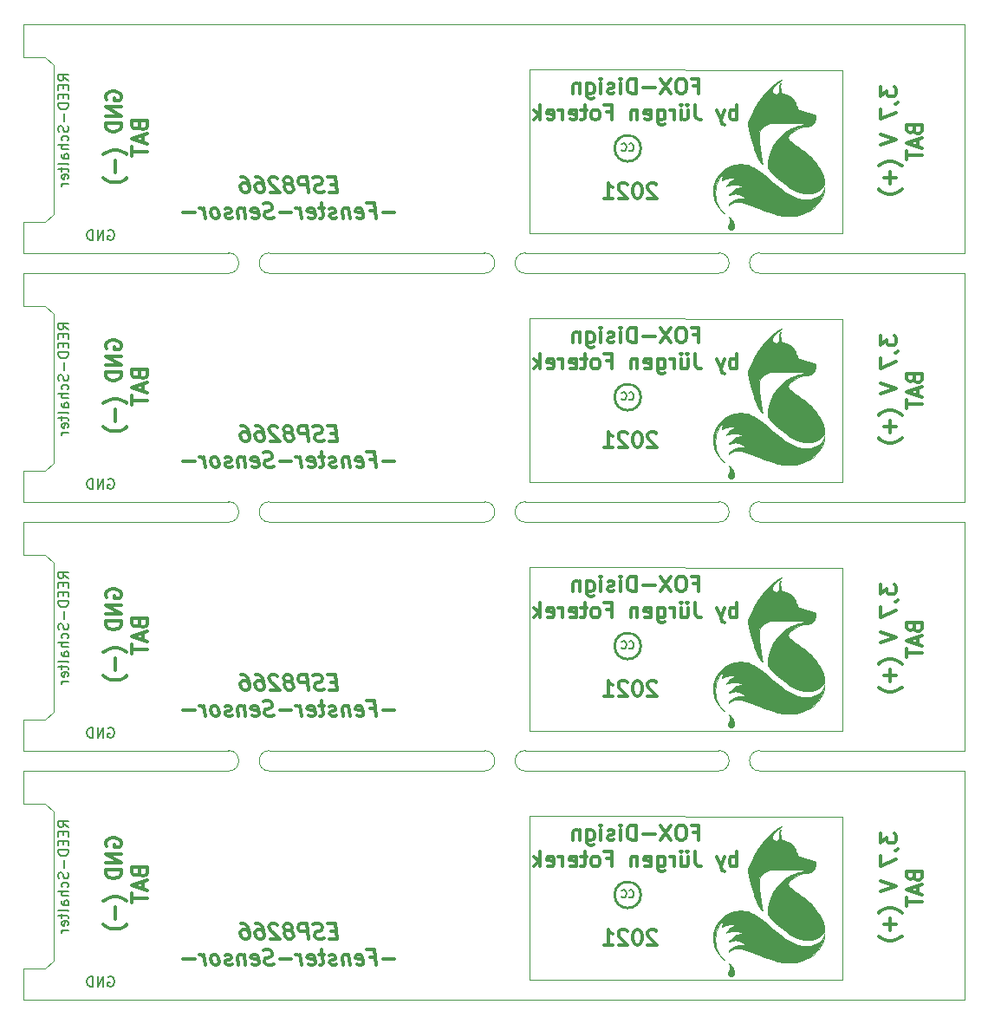
<source format=gbr>
%TF.GenerationSoftware,KiCad,Pcbnew,5.1.12-84ad8e8a86~92~ubuntu18.04.1*%
%TF.CreationDate,2021-11-12T09:30:33+01:00*%
%TF.ProjectId,window-sensor,77696e64-6f77-42d7-9365-6e736f722e6b,rev?*%
%TF.SameCoordinates,PX5dd7700PY8ec3da0*%
%TF.FileFunction,Legend,Bot*%
%TF.FilePolarity,Positive*%
%FSLAX46Y46*%
G04 Gerber Fmt 4.6, Leading zero omitted, Abs format (unit mm)*
G04 Created by KiCad (PCBNEW 5.1.12-84ad8e8a86~92~ubuntu18.04.1) date 2021-11-12 09:30:33*
%MOMM*%
%LPD*%
G01*
G04 APERTURE LIST*
%TA.AperFunction,Profile*%
%ADD10C,0.050000*%
%TD*%
%ADD11C,0.150000*%
%ADD12C,0.120000*%
%ADD13C,0.300000*%
%ADD14C,0.010000*%
%ADD15C,0.280000*%
%ADD16C,0.160000*%
G04 APERTURE END LIST*
D10*
X74900000Y1800000D02*
X78900000Y1800000D01*
X52000000Y1800000D02*
X56000000Y1800000D01*
X27000000Y1800000D02*
X31000000Y1800000D01*
X74900000Y97000000D02*
X78900000Y97000000D01*
X52000000Y97000000D02*
X56000000Y97000000D01*
X27000000Y97000000D02*
X31000000Y97000000D01*
D11*
X11352380Y18609524D02*
X10876190Y18942858D01*
X11352380Y19180953D02*
X10352380Y19180953D01*
X10352380Y18800000D01*
X10400000Y18704762D01*
X10447619Y18657143D01*
X10542857Y18609524D01*
X10685714Y18609524D01*
X10780952Y18657143D01*
X10828571Y18704762D01*
X10876190Y18800000D01*
X10876190Y19180953D01*
X10828571Y18180953D02*
X10828571Y17847620D01*
X11352380Y17704762D02*
X11352380Y18180953D01*
X10352380Y18180953D01*
X10352380Y17704762D01*
X10828571Y17276191D02*
X10828571Y16942858D01*
X11352380Y16800000D02*
X11352380Y17276191D01*
X10352380Y17276191D01*
X10352380Y16800000D01*
X11352380Y16371429D02*
X10352380Y16371429D01*
X10352380Y16133334D01*
X10400000Y15990477D01*
X10495238Y15895239D01*
X10590476Y15847620D01*
X10780952Y15800000D01*
X10923809Y15800000D01*
X11114285Y15847620D01*
X11209523Y15895239D01*
X11304761Y15990477D01*
X11352380Y16133334D01*
X11352380Y16371429D01*
X10971428Y15371429D02*
X10971428Y14609524D01*
X11304761Y14180953D02*
X11352380Y14038096D01*
X11352380Y13800000D01*
X11304761Y13704762D01*
X11257142Y13657143D01*
X11161904Y13609524D01*
X11066666Y13609524D01*
X10971428Y13657143D01*
X10923809Y13704762D01*
X10876190Y13800000D01*
X10828571Y13990477D01*
X10780952Y14085715D01*
X10733333Y14133334D01*
X10638095Y14180953D01*
X10542857Y14180953D01*
X10447619Y14133334D01*
X10400000Y14085715D01*
X10352380Y13990477D01*
X10352380Y13752381D01*
X10400000Y13609524D01*
X11304761Y12752381D02*
X11352380Y12847620D01*
X11352380Y13038096D01*
X11304761Y13133334D01*
X11257142Y13180953D01*
X11161904Y13228572D01*
X10876190Y13228572D01*
X10780952Y13180953D01*
X10733333Y13133334D01*
X10685714Y13038096D01*
X10685714Y12847620D01*
X10733333Y12752381D01*
X11352380Y12323810D02*
X10352380Y12323810D01*
X11352380Y11895239D02*
X10828571Y11895239D01*
X10733333Y11942858D01*
X10685714Y12038096D01*
X10685714Y12180953D01*
X10733333Y12276191D01*
X10780952Y12323810D01*
X11352380Y10990477D02*
X10828571Y10990477D01*
X10733333Y11038096D01*
X10685714Y11133334D01*
X10685714Y11323810D01*
X10733333Y11419048D01*
X11304761Y10990477D02*
X11352380Y11085715D01*
X11352380Y11323810D01*
X11304761Y11419048D01*
X11209523Y11466667D01*
X11114285Y11466667D01*
X11019047Y11419048D01*
X10971428Y11323810D01*
X10971428Y11085715D01*
X10923809Y10990477D01*
X11352380Y10371429D02*
X11304761Y10466667D01*
X11209523Y10514286D01*
X10352380Y10514286D01*
X10685714Y10133334D02*
X10685714Y9752381D01*
X10352380Y9990477D02*
X11209523Y9990477D01*
X11304761Y9942858D01*
X11352380Y9847620D01*
X11352380Y9752381D01*
X11304761Y9038096D02*
X11352380Y9133334D01*
X11352380Y9323810D01*
X11304761Y9419048D01*
X11209523Y9466667D01*
X10828571Y9466667D01*
X10733333Y9419048D01*
X10685714Y9323810D01*
X10685714Y9133334D01*
X10733333Y9038096D01*
X10828571Y8990477D01*
X10923809Y8990477D01*
X11019047Y9466667D01*
X11352380Y8561905D02*
X10685714Y8561905D01*
X10876190Y8561905D02*
X10780952Y8514286D01*
X10733333Y8466667D01*
X10685714Y8371429D01*
X10685714Y8276191D01*
X11352380Y42909524D02*
X10876190Y43242858D01*
X11352380Y43480953D02*
X10352380Y43480953D01*
X10352380Y43100000D01*
X10400000Y43004762D01*
X10447619Y42957143D01*
X10542857Y42909524D01*
X10685714Y42909524D01*
X10780952Y42957143D01*
X10828571Y43004762D01*
X10876190Y43100000D01*
X10876190Y43480953D01*
X10828571Y42480953D02*
X10828571Y42147620D01*
X11352380Y42004762D02*
X11352380Y42480953D01*
X10352380Y42480953D01*
X10352380Y42004762D01*
X10828571Y41576191D02*
X10828571Y41242858D01*
X11352380Y41100000D02*
X11352380Y41576191D01*
X10352380Y41576191D01*
X10352380Y41100000D01*
X11352380Y40671429D02*
X10352380Y40671429D01*
X10352380Y40433334D01*
X10400000Y40290477D01*
X10495238Y40195239D01*
X10590476Y40147620D01*
X10780952Y40100000D01*
X10923809Y40100000D01*
X11114285Y40147620D01*
X11209523Y40195239D01*
X11304761Y40290477D01*
X11352380Y40433334D01*
X11352380Y40671429D01*
X10971428Y39671429D02*
X10971428Y38909524D01*
X11304761Y38480953D02*
X11352380Y38338096D01*
X11352380Y38100000D01*
X11304761Y38004762D01*
X11257142Y37957143D01*
X11161904Y37909524D01*
X11066666Y37909524D01*
X10971428Y37957143D01*
X10923809Y38004762D01*
X10876190Y38100000D01*
X10828571Y38290477D01*
X10780952Y38385715D01*
X10733333Y38433334D01*
X10638095Y38480953D01*
X10542857Y38480953D01*
X10447619Y38433334D01*
X10400000Y38385715D01*
X10352380Y38290477D01*
X10352380Y38052381D01*
X10400000Y37909524D01*
X11304761Y37052381D02*
X11352380Y37147620D01*
X11352380Y37338096D01*
X11304761Y37433334D01*
X11257142Y37480953D01*
X11161904Y37528572D01*
X10876190Y37528572D01*
X10780952Y37480953D01*
X10733333Y37433334D01*
X10685714Y37338096D01*
X10685714Y37147620D01*
X10733333Y37052381D01*
X11352380Y36623810D02*
X10352380Y36623810D01*
X11352380Y36195239D02*
X10828571Y36195239D01*
X10733333Y36242858D01*
X10685714Y36338096D01*
X10685714Y36480953D01*
X10733333Y36576191D01*
X10780952Y36623810D01*
X11352380Y35290477D02*
X10828571Y35290477D01*
X10733333Y35338096D01*
X10685714Y35433334D01*
X10685714Y35623810D01*
X10733333Y35719048D01*
X11304761Y35290477D02*
X11352380Y35385715D01*
X11352380Y35623810D01*
X11304761Y35719048D01*
X11209523Y35766667D01*
X11114285Y35766667D01*
X11019047Y35719048D01*
X10971428Y35623810D01*
X10971428Y35385715D01*
X10923809Y35290477D01*
X11352380Y34671429D02*
X11304761Y34766667D01*
X11209523Y34814286D01*
X10352380Y34814286D01*
X10685714Y34433334D02*
X10685714Y34052381D01*
X10352380Y34290477D02*
X11209523Y34290477D01*
X11304761Y34242858D01*
X11352380Y34147620D01*
X11352380Y34052381D01*
X11304761Y33338096D02*
X11352380Y33433334D01*
X11352380Y33623810D01*
X11304761Y33719048D01*
X11209523Y33766667D01*
X10828571Y33766667D01*
X10733333Y33719048D01*
X10685714Y33623810D01*
X10685714Y33433334D01*
X10733333Y33338096D01*
X10828571Y33290477D01*
X10923809Y33290477D01*
X11019047Y33766667D01*
X11352380Y32861905D02*
X10685714Y32861905D01*
X10876190Y32861905D02*
X10780952Y32814286D01*
X10733333Y32766667D01*
X10685714Y32671429D01*
X10685714Y32576191D01*
X11352380Y67209524D02*
X10876190Y67542858D01*
X11352380Y67780953D02*
X10352380Y67780953D01*
X10352380Y67400000D01*
X10400000Y67304762D01*
X10447619Y67257143D01*
X10542857Y67209524D01*
X10685714Y67209524D01*
X10780952Y67257143D01*
X10828571Y67304762D01*
X10876190Y67400000D01*
X10876190Y67780953D01*
X10828571Y66780953D02*
X10828571Y66447620D01*
X11352380Y66304762D02*
X11352380Y66780953D01*
X10352380Y66780953D01*
X10352380Y66304762D01*
X10828571Y65876191D02*
X10828571Y65542858D01*
X11352380Y65400000D02*
X11352380Y65876191D01*
X10352380Y65876191D01*
X10352380Y65400000D01*
X11352380Y64971429D02*
X10352380Y64971429D01*
X10352380Y64733334D01*
X10400000Y64590477D01*
X10495238Y64495239D01*
X10590476Y64447620D01*
X10780952Y64400000D01*
X10923809Y64400000D01*
X11114285Y64447620D01*
X11209523Y64495239D01*
X11304761Y64590477D01*
X11352380Y64733334D01*
X11352380Y64971429D01*
X10971428Y63971429D02*
X10971428Y63209524D01*
X11304761Y62780953D02*
X11352380Y62638096D01*
X11352380Y62400000D01*
X11304761Y62304762D01*
X11257142Y62257143D01*
X11161904Y62209524D01*
X11066666Y62209524D01*
X10971428Y62257143D01*
X10923809Y62304762D01*
X10876190Y62400000D01*
X10828571Y62590477D01*
X10780952Y62685715D01*
X10733333Y62733334D01*
X10638095Y62780953D01*
X10542857Y62780953D01*
X10447619Y62733334D01*
X10400000Y62685715D01*
X10352380Y62590477D01*
X10352380Y62352381D01*
X10400000Y62209524D01*
X11304761Y61352381D02*
X11352380Y61447620D01*
X11352380Y61638096D01*
X11304761Y61733334D01*
X11257142Y61780953D01*
X11161904Y61828572D01*
X10876190Y61828572D01*
X10780952Y61780953D01*
X10733333Y61733334D01*
X10685714Y61638096D01*
X10685714Y61447620D01*
X10733333Y61352381D01*
X11352380Y60923810D02*
X10352380Y60923810D01*
X11352380Y60495239D02*
X10828571Y60495239D01*
X10733333Y60542858D01*
X10685714Y60638096D01*
X10685714Y60780953D01*
X10733333Y60876191D01*
X10780952Y60923810D01*
X11352380Y59590477D02*
X10828571Y59590477D01*
X10733333Y59638096D01*
X10685714Y59733334D01*
X10685714Y59923810D01*
X10733333Y60019048D01*
X11304761Y59590477D02*
X11352380Y59685715D01*
X11352380Y59923810D01*
X11304761Y60019048D01*
X11209523Y60066667D01*
X11114285Y60066667D01*
X11019047Y60019048D01*
X10971428Y59923810D01*
X10971428Y59685715D01*
X10923809Y59590477D01*
X11352380Y58971429D02*
X11304761Y59066667D01*
X11209523Y59114286D01*
X10352380Y59114286D01*
X10685714Y58733334D02*
X10685714Y58352381D01*
X10352380Y58590477D02*
X11209523Y58590477D01*
X11304761Y58542858D01*
X11352380Y58447620D01*
X11352380Y58352381D01*
X11304761Y57638096D02*
X11352380Y57733334D01*
X11352380Y57923810D01*
X11304761Y58019048D01*
X11209523Y58066667D01*
X10828571Y58066667D01*
X10733333Y58019048D01*
X10685714Y57923810D01*
X10685714Y57733334D01*
X10733333Y57638096D01*
X10828571Y57590477D01*
X10923809Y57590477D01*
X11019047Y58066667D01*
X11352380Y57161905D02*
X10685714Y57161905D01*
X10876190Y57161905D02*
X10780952Y57114286D01*
X10733333Y57066667D01*
X10685714Y56971429D01*
X10685714Y56876191D01*
D12*
X87000000Y19600000D02*
X87000000Y3700000D01*
X87000000Y43900000D02*
X87000000Y28000000D01*
X87000000Y68200000D02*
X87000000Y52300000D01*
D10*
X9100000Y20900000D02*
X9900000Y20100000D01*
X9100000Y45200000D02*
X9900000Y44400000D01*
X9100000Y69500000D02*
X9900000Y68700000D01*
X27000000Y26100000D02*
G75*
G02*
X27000000Y24100000I0J-1000000D01*
G01*
X27000000Y50400000D02*
G75*
G02*
X27000000Y48400000I0J-1000000D01*
G01*
X52000000Y26100000D02*
G75*
G02*
X52000000Y24100000I0J-1000000D01*
G01*
X52000000Y50400000D02*
G75*
G02*
X52000000Y48400000I0J-1000000D01*
G01*
X78900000Y24100000D02*
G75*
G02*
X78900000Y26100000I0J1000000D01*
G01*
X78900000Y48400000D02*
G75*
G02*
X78900000Y50400000I0J1000000D01*
G01*
D13*
X15075000Y16742858D02*
X15003571Y16885715D01*
X15003571Y17100000D01*
X15075000Y17314286D01*
X15217857Y17457143D01*
X15360714Y17528572D01*
X15646428Y17600000D01*
X15860714Y17600000D01*
X16146428Y17528572D01*
X16289285Y17457143D01*
X16432142Y17314286D01*
X16503571Y17100000D01*
X16503571Y16957143D01*
X16432142Y16742858D01*
X16360714Y16671429D01*
X15860714Y16671429D01*
X15860714Y16957143D01*
X16503571Y16028572D02*
X15003571Y16028572D01*
X16503571Y15171429D01*
X15003571Y15171429D01*
X16503571Y14457143D02*
X15003571Y14457143D01*
X15003571Y14100000D01*
X15075000Y13885715D01*
X15217857Y13742858D01*
X15360714Y13671429D01*
X15646428Y13600000D01*
X15860714Y13600000D01*
X16146428Y13671429D01*
X16289285Y13742858D01*
X16432142Y13885715D01*
X16503571Y14100000D01*
X16503571Y14457143D01*
X17075000Y11385715D02*
X17003571Y11457143D01*
X16789285Y11600000D01*
X16646428Y11671429D01*
X16432142Y11742858D01*
X16075000Y11814286D01*
X15789285Y11814286D01*
X15432142Y11742858D01*
X15217857Y11671429D01*
X15075000Y11600000D01*
X14860714Y11457143D01*
X14789285Y11385715D01*
X15932142Y10814286D02*
X15932142Y9671429D01*
X17075000Y9100000D02*
X17003571Y9028572D01*
X16789285Y8885715D01*
X16646428Y8814286D01*
X16432142Y8742858D01*
X16075000Y8671429D01*
X15789285Y8671429D01*
X15432142Y8742858D01*
X15217857Y8814286D01*
X15075000Y8885715D01*
X14860714Y9028572D01*
X14789285Y9100000D01*
X18267857Y14207143D02*
X18339285Y13992858D01*
X18410714Y13921429D01*
X18553571Y13850000D01*
X18767857Y13850000D01*
X18910714Y13921429D01*
X18982142Y13992858D01*
X19053571Y14135715D01*
X19053571Y14707143D01*
X17553571Y14707143D01*
X17553571Y14207143D01*
X17625000Y14064286D01*
X17696428Y13992858D01*
X17839285Y13921429D01*
X17982142Y13921429D01*
X18125000Y13992858D01*
X18196428Y14064286D01*
X18267857Y14207143D01*
X18267857Y14707143D01*
X18625000Y13278572D02*
X18625000Y12564286D01*
X19053571Y13421429D02*
X17553571Y12921429D01*
X19053571Y12421429D01*
X17553571Y12135715D02*
X17553571Y11278572D01*
X19053571Y11707143D02*
X17553571Y11707143D01*
X15075000Y41042858D02*
X15003571Y41185715D01*
X15003571Y41400000D01*
X15075000Y41614286D01*
X15217857Y41757143D01*
X15360714Y41828572D01*
X15646428Y41900000D01*
X15860714Y41900000D01*
X16146428Y41828572D01*
X16289285Y41757143D01*
X16432142Y41614286D01*
X16503571Y41400000D01*
X16503571Y41257143D01*
X16432142Y41042858D01*
X16360714Y40971429D01*
X15860714Y40971429D01*
X15860714Y41257143D01*
X16503571Y40328572D02*
X15003571Y40328572D01*
X16503571Y39471429D01*
X15003571Y39471429D01*
X16503571Y38757143D02*
X15003571Y38757143D01*
X15003571Y38400000D01*
X15075000Y38185715D01*
X15217857Y38042858D01*
X15360714Y37971429D01*
X15646428Y37900000D01*
X15860714Y37900000D01*
X16146428Y37971429D01*
X16289285Y38042858D01*
X16432142Y38185715D01*
X16503571Y38400000D01*
X16503571Y38757143D01*
X17075000Y35685715D02*
X17003571Y35757143D01*
X16789285Y35900000D01*
X16646428Y35971429D01*
X16432142Y36042858D01*
X16075000Y36114286D01*
X15789285Y36114286D01*
X15432142Y36042858D01*
X15217857Y35971429D01*
X15075000Y35900000D01*
X14860714Y35757143D01*
X14789285Y35685715D01*
X15932142Y35114286D02*
X15932142Y33971429D01*
X17075000Y33400000D02*
X17003571Y33328572D01*
X16789285Y33185715D01*
X16646428Y33114286D01*
X16432142Y33042858D01*
X16075000Y32971429D01*
X15789285Y32971429D01*
X15432142Y33042858D01*
X15217857Y33114286D01*
X15075000Y33185715D01*
X14860714Y33328572D01*
X14789285Y33400000D01*
X18267857Y38507143D02*
X18339285Y38292858D01*
X18410714Y38221429D01*
X18553571Y38150000D01*
X18767857Y38150000D01*
X18910714Y38221429D01*
X18982142Y38292858D01*
X19053571Y38435715D01*
X19053571Y39007143D01*
X17553571Y39007143D01*
X17553571Y38507143D01*
X17625000Y38364286D01*
X17696428Y38292858D01*
X17839285Y38221429D01*
X17982142Y38221429D01*
X18125000Y38292858D01*
X18196428Y38364286D01*
X18267857Y38507143D01*
X18267857Y39007143D01*
X18625000Y37578572D02*
X18625000Y36864286D01*
X19053571Y37721429D02*
X17553571Y37221429D01*
X19053571Y36721429D01*
X17553571Y36435715D02*
X17553571Y35578572D01*
X19053571Y36007143D02*
X17553571Y36007143D01*
X15075000Y65342858D02*
X15003571Y65485715D01*
X15003571Y65700000D01*
X15075000Y65914286D01*
X15217857Y66057143D01*
X15360714Y66128572D01*
X15646428Y66200000D01*
X15860714Y66200000D01*
X16146428Y66128572D01*
X16289285Y66057143D01*
X16432142Y65914286D01*
X16503571Y65700000D01*
X16503571Y65557143D01*
X16432142Y65342858D01*
X16360714Y65271429D01*
X15860714Y65271429D01*
X15860714Y65557143D01*
X16503571Y64628572D02*
X15003571Y64628572D01*
X16503571Y63771429D01*
X15003571Y63771429D01*
X16503571Y63057143D02*
X15003571Y63057143D01*
X15003571Y62700000D01*
X15075000Y62485715D01*
X15217857Y62342858D01*
X15360714Y62271429D01*
X15646428Y62200000D01*
X15860714Y62200000D01*
X16146428Y62271429D01*
X16289285Y62342858D01*
X16432142Y62485715D01*
X16503571Y62700000D01*
X16503571Y63057143D01*
X17075000Y59985715D02*
X17003571Y60057143D01*
X16789285Y60200000D01*
X16646428Y60271429D01*
X16432142Y60342858D01*
X16075000Y60414286D01*
X15789285Y60414286D01*
X15432142Y60342858D01*
X15217857Y60271429D01*
X15075000Y60200000D01*
X14860714Y60057143D01*
X14789285Y59985715D01*
X15932142Y59414286D02*
X15932142Y58271429D01*
X17075000Y57700000D02*
X17003571Y57628572D01*
X16789285Y57485715D01*
X16646428Y57414286D01*
X16432142Y57342858D01*
X16075000Y57271429D01*
X15789285Y57271429D01*
X15432142Y57342858D01*
X15217857Y57414286D01*
X15075000Y57485715D01*
X14860714Y57628572D01*
X14789285Y57700000D01*
X18267857Y62807143D02*
X18339285Y62592858D01*
X18410714Y62521429D01*
X18553571Y62450000D01*
X18767857Y62450000D01*
X18910714Y62521429D01*
X18982142Y62592858D01*
X19053571Y62735715D01*
X19053571Y63307143D01*
X17553571Y63307143D01*
X17553571Y62807143D01*
X17625000Y62664286D01*
X17696428Y62592858D01*
X17839285Y62521429D01*
X17982142Y62521429D01*
X18125000Y62592858D01*
X18196428Y62664286D01*
X18267857Y62807143D01*
X18267857Y63307143D01*
X18625000Y61878572D02*
X18625000Y61164286D01*
X19053571Y62021429D02*
X17553571Y61521429D01*
X19053571Y61021429D01*
X17553571Y60735715D02*
X17553571Y59878572D01*
X19053571Y60307143D02*
X17553571Y60307143D01*
D12*
X56400000Y3700000D02*
X56400000Y19700000D01*
X56400000Y28000000D02*
X56400000Y44000000D01*
X56400000Y52300000D02*
X56400000Y68300000D01*
D10*
X56000000Y1800000D02*
X74900000Y1800000D01*
X56000000Y26100000D02*
X74900000Y26100000D01*
X56000000Y50400000D02*
X74900000Y50400000D01*
X7000000Y4800000D02*
X7000000Y1800000D01*
X7000000Y29100000D02*
X7000000Y26100000D01*
X7000000Y53400000D02*
X7000000Y50400000D01*
D12*
X56400000Y19700000D02*
X87000000Y19600000D01*
X56400000Y44000000D02*
X87000000Y43900000D01*
X56400000Y68300000D02*
X87000000Y68200000D01*
D10*
X74900000Y26100000D02*
G75*
G02*
X74900000Y24100000I0J-1000000D01*
G01*
X74900000Y50400000D02*
G75*
G02*
X74900000Y48400000I0J-1000000D01*
G01*
X56000000Y24100000D02*
G75*
G02*
X56000000Y26100000I0J1000000D01*
G01*
X56000000Y48400000D02*
G75*
G02*
X56000000Y50400000I0J1000000D01*
G01*
D11*
X15261904Y4000000D02*
X15357142Y4047620D01*
X15500000Y4047620D01*
X15642857Y4000000D01*
X15738095Y3904762D01*
X15785714Y3809524D01*
X15833333Y3619048D01*
X15833333Y3476191D01*
X15785714Y3285715D01*
X15738095Y3190477D01*
X15642857Y3095239D01*
X15500000Y3047620D01*
X15404761Y3047620D01*
X15261904Y3095239D01*
X15214285Y3142858D01*
X15214285Y3476191D01*
X15404761Y3476191D01*
X14785714Y3047620D02*
X14785714Y4047620D01*
X14214285Y3047620D01*
X14214285Y4047620D01*
X13738095Y3047620D02*
X13738095Y4047620D01*
X13500000Y4047620D01*
X13357142Y4000000D01*
X13261904Y3904762D01*
X13214285Y3809524D01*
X13166666Y3619048D01*
X13166666Y3476191D01*
X13214285Y3285715D01*
X13261904Y3190477D01*
X13357142Y3095239D01*
X13500000Y3047620D01*
X13738095Y3047620D01*
X15261904Y28300000D02*
X15357142Y28347620D01*
X15500000Y28347620D01*
X15642857Y28300000D01*
X15738095Y28204762D01*
X15785714Y28109524D01*
X15833333Y27919048D01*
X15833333Y27776191D01*
X15785714Y27585715D01*
X15738095Y27490477D01*
X15642857Y27395239D01*
X15500000Y27347620D01*
X15404761Y27347620D01*
X15261904Y27395239D01*
X15214285Y27442858D01*
X15214285Y27776191D01*
X15404761Y27776191D01*
X14785714Y27347620D02*
X14785714Y28347620D01*
X14214285Y27347620D01*
X14214285Y28347620D01*
X13738095Y27347620D02*
X13738095Y28347620D01*
X13500000Y28347620D01*
X13357142Y28300000D01*
X13261904Y28204762D01*
X13214285Y28109524D01*
X13166666Y27919048D01*
X13166666Y27776191D01*
X13214285Y27585715D01*
X13261904Y27490477D01*
X13357142Y27395239D01*
X13500000Y27347620D01*
X13738095Y27347620D01*
X15261904Y52600000D02*
X15357142Y52647620D01*
X15500000Y52647620D01*
X15642857Y52600000D01*
X15738095Y52504762D01*
X15785714Y52409524D01*
X15833333Y52219048D01*
X15833333Y52076191D01*
X15785714Y51885715D01*
X15738095Y51790477D01*
X15642857Y51695239D01*
X15500000Y51647620D01*
X15404761Y51647620D01*
X15261904Y51695239D01*
X15214285Y51742858D01*
X15214285Y52076191D01*
X15404761Y52076191D01*
X14785714Y51647620D02*
X14785714Y52647620D01*
X14214285Y51647620D01*
X14214285Y52647620D01*
X13738095Y51647620D02*
X13738095Y52647620D01*
X13500000Y52647620D01*
X13357142Y52600000D01*
X13261904Y52504762D01*
X13214285Y52409524D01*
X13166666Y52219048D01*
X13166666Y52076191D01*
X13214285Y51885715D01*
X13261904Y51790477D01*
X13357142Y51695239D01*
X13500000Y51647620D01*
X13738095Y51647620D01*
D10*
X31000000Y1800000D02*
X52000000Y1800000D01*
X31000000Y26100000D02*
X52000000Y26100000D01*
X31000000Y50400000D02*
X52000000Y50400000D01*
D13*
X72442857Y18107143D02*
X72942857Y18107143D01*
X72942857Y17321429D02*
X72942857Y18821429D01*
X72228571Y18821429D01*
X71371428Y18821429D02*
X71085714Y18821429D01*
X70942857Y18750000D01*
X70800000Y18607143D01*
X70728571Y18321429D01*
X70728571Y17821429D01*
X70800000Y17535715D01*
X70942857Y17392858D01*
X71085714Y17321429D01*
X71371428Y17321429D01*
X71514285Y17392858D01*
X71657142Y17535715D01*
X71728571Y17821429D01*
X71728571Y18321429D01*
X71657142Y18607143D01*
X71514285Y18750000D01*
X71371428Y18821429D01*
X70228571Y18821429D02*
X69228571Y17321429D01*
X69228571Y18821429D02*
X70228571Y17321429D01*
X68657142Y17892858D02*
X67514285Y17892858D01*
X66800000Y17321429D02*
X66800000Y18821429D01*
X66442857Y18821429D01*
X66228571Y18750000D01*
X66085714Y18607143D01*
X66014285Y18464286D01*
X65942857Y18178572D01*
X65942857Y17964286D01*
X66014285Y17678572D01*
X66085714Y17535715D01*
X66228571Y17392858D01*
X66442857Y17321429D01*
X66800000Y17321429D01*
X65300000Y17321429D02*
X65300000Y18321429D01*
X65300000Y18821429D02*
X65371428Y18750000D01*
X65300000Y18678572D01*
X65228571Y18750000D01*
X65300000Y18821429D01*
X65300000Y18678572D01*
X64657142Y17392858D02*
X64514285Y17321429D01*
X64228571Y17321429D01*
X64085714Y17392858D01*
X64014285Y17535715D01*
X64014285Y17607143D01*
X64085714Y17750000D01*
X64228571Y17821429D01*
X64442857Y17821429D01*
X64585714Y17892858D01*
X64657142Y18035715D01*
X64657142Y18107143D01*
X64585714Y18250000D01*
X64442857Y18321429D01*
X64228571Y18321429D01*
X64085714Y18250000D01*
X63371428Y17321429D02*
X63371428Y18321429D01*
X63371428Y18821429D02*
X63442857Y18750000D01*
X63371428Y18678572D01*
X63300000Y18750000D01*
X63371428Y18821429D01*
X63371428Y18678572D01*
X62014285Y18321429D02*
X62014285Y17107143D01*
X62085714Y16964286D01*
X62157142Y16892858D01*
X62300000Y16821429D01*
X62514285Y16821429D01*
X62657142Y16892858D01*
X62014285Y17392858D02*
X62157142Y17321429D01*
X62442857Y17321429D01*
X62585714Y17392858D01*
X62657142Y17464286D01*
X62728571Y17607143D01*
X62728571Y18035715D01*
X62657142Y18178572D01*
X62585714Y18250000D01*
X62442857Y18321429D01*
X62157142Y18321429D01*
X62014285Y18250000D01*
X61300000Y18321429D02*
X61300000Y17321429D01*
X61300000Y18178572D02*
X61228571Y18250000D01*
X61085714Y18321429D01*
X60871428Y18321429D01*
X60728571Y18250000D01*
X60657142Y18107143D01*
X60657142Y17321429D01*
X76657142Y14771429D02*
X76657142Y16271429D01*
X76657142Y15700000D02*
X76514285Y15771429D01*
X76228571Y15771429D01*
X76085714Y15700000D01*
X76014285Y15628572D01*
X75942857Y15485715D01*
X75942857Y15057143D01*
X76014285Y14914286D01*
X76085714Y14842858D01*
X76228571Y14771429D01*
X76514285Y14771429D01*
X76657142Y14842858D01*
X75442857Y15771429D02*
X75085714Y14771429D01*
X74728571Y15771429D02*
X75085714Y14771429D01*
X75228571Y14414286D01*
X75300000Y14342858D01*
X75442857Y14271429D01*
X72585714Y16271429D02*
X72585714Y15200000D01*
X72657142Y14985715D01*
X72800000Y14842858D01*
X73014285Y14771429D01*
X73157142Y14771429D01*
X71228571Y15771429D02*
X71228571Y14771429D01*
X71871428Y15771429D02*
X71871428Y14985715D01*
X71800000Y14842858D01*
X71657142Y14771429D01*
X71442857Y14771429D01*
X71300000Y14842858D01*
X71228571Y14914286D01*
X71800000Y16271429D02*
X71728571Y16200000D01*
X71800000Y16128572D01*
X71871428Y16200000D01*
X71800000Y16271429D01*
X71800000Y16128572D01*
X71228571Y16271429D02*
X71157142Y16200000D01*
X71228571Y16128572D01*
X71300000Y16200000D01*
X71228571Y16271429D01*
X71228571Y16128572D01*
X70514285Y14771429D02*
X70514285Y15771429D01*
X70514285Y15485715D02*
X70442857Y15628572D01*
X70371428Y15700000D01*
X70228571Y15771429D01*
X70085714Y15771429D01*
X68942857Y15771429D02*
X68942857Y14557143D01*
X69014285Y14414286D01*
X69085714Y14342858D01*
X69228571Y14271429D01*
X69442857Y14271429D01*
X69585714Y14342858D01*
X68942857Y14842858D02*
X69085714Y14771429D01*
X69371428Y14771429D01*
X69514285Y14842858D01*
X69585714Y14914286D01*
X69657142Y15057143D01*
X69657142Y15485715D01*
X69585714Y15628572D01*
X69514285Y15700000D01*
X69371428Y15771429D01*
X69085714Y15771429D01*
X68942857Y15700000D01*
X67657142Y14842858D02*
X67800000Y14771429D01*
X68085714Y14771429D01*
X68228571Y14842858D01*
X68300000Y14985715D01*
X68300000Y15557143D01*
X68228571Y15700000D01*
X68085714Y15771429D01*
X67800000Y15771429D01*
X67657142Y15700000D01*
X67585714Y15557143D01*
X67585714Y15414286D01*
X68300000Y15271429D01*
X66942857Y15771429D02*
X66942857Y14771429D01*
X66942857Y15628572D02*
X66871428Y15700000D01*
X66728571Y15771429D01*
X66514285Y15771429D01*
X66371428Y15700000D01*
X66300000Y15557143D01*
X66300000Y14771429D01*
X63942857Y15557143D02*
X64442857Y15557143D01*
X64442857Y14771429D02*
X64442857Y16271429D01*
X63728571Y16271429D01*
X62942857Y14771429D02*
X63085714Y14842858D01*
X63157142Y14914286D01*
X63228571Y15057143D01*
X63228571Y15485715D01*
X63157142Y15628572D01*
X63085714Y15700000D01*
X62942857Y15771429D01*
X62728571Y15771429D01*
X62585714Y15700000D01*
X62514285Y15628572D01*
X62442857Y15485715D01*
X62442857Y15057143D01*
X62514285Y14914286D01*
X62585714Y14842858D01*
X62728571Y14771429D01*
X62942857Y14771429D01*
X62014285Y15771429D02*
X61442857Y15771429D01*
X61800000Y16271429D02*
X61800000Y14985715D01*
X61728571Y14842858D01*
X61585714Y14771429D01*
X61442857Y14771429D01*
X60371428Y14842858D02*
X60514285Y14771429D01*
X60800000Y14771429D01*
X60942857Y14842858D01*
X61014285Y14985715D01*
X61014285Y15557143D01*
X60942857Y15700000D01*
X60800000Y15771429D01*
X60514285Y15771429D01*
X60371428Y15700000D01*
X60300000Y15557143D01*
X60300000Y15414286D01*
X61014285Y15271429D01*
X59657142Y14771429D02*
X59657142Y15771429D01*
X59657142Y15485715D02*
X59585714Y15628572D01*
X59514285Y15700000D01*
X59371428Y15771429D01*
X59228571Y15771429D01*
X58157142Y14842858D02*
X58300000Y14771429D01*
X58585714Y14771429D01*
X58728571Y14842858D01*
X58800000Y14985715D01*
X58800000Y15557143D01*
X58728571Y15700000D01*
X58585714Y15771429D01*
X58300000Y15771429D01*
X58157142Y15700000D01*
X58085714Y15557143D01*
X58085714Y15414286D01*
X58800000Y15271429D01*
X57442857Y14771429D02*
X57442857Y16271429D01*
X57300000Y15342858D02*
X56871428Y14771429D01*
X56871428Y15771429D02*
X57442857Y15200000D01*
X68800000Y8478572D02*
X68728571Y8550000D01*
X68585714Y8621429D01*
X68228571Y8621429D01*
X68085714Y8550000D01*
X68014285Y8478572D01*
X67942857Y8335715D01*
X67942857Y8192858D01*
X68014285Y7978572D01*
X68871428Y7121429D01*
X67942857Y7121429D01*
X67014285Y8621429D02*
X66871428Y8621429D01*
X66728571Y8550000D01*
X66657142Y8478572D01*
X66585714Y8335715D01*
X66514285Y8050000D01*
X66514285Y7692858D01*
X66585714Y7407143D01*
X66657142Y7264286D01*
X66728571Y7192858D01*
X66871428Y7121429D01*
X67014285Y7121429D01*
X67157142Y7192858D01*
X67228571Y7264286D01*
X67300000Y7407143D01*
X67371428Y7692858D01*
X67371428Y8050000D01*
X67300000Y8335715D01*
X67228571Y8478572D01*
X67157142Y8550000D01*
X67014285Y8621429D01*
X65942857Y8478572D02*
X65871428Y8550000D01*
X65728571Y8621429D01*
X65371428Y8621429D01*
X65228571Y8550000D01*
X65157142Y8478572D01*
X65085714Y8335715D01*
X65085714Y8192858D01*
X65157142Y7978572D01*
X66014285Y7121429D01*
X65085714Y7121429D01*
X63657142Y7121429D02*
X64514285Y7121429D01*
X64085714Y7121429D02*
X64085714Y8621429D01*
X64228571Y8407143D01*
X64371428Y8264286D01*
X64514285Y8192858D01*
X72442857Y42407143D02*
X72942857Y42407143D01*
X72942857Y41621429D02*
X72942857Y43121429D01*
X72228571Y43121429D01*
X71371428Y43121429D02*
X71085714Y43121429D01*
X70942857Y43050000D01*
X70800000Y42907143D01*
X70728571Y42621429D01*
X70728571Y42121429D01*
X70800000Y41835715D01*
X70942857Y41692858D01*
X71085714Y41621429D01*
X71371428Y41621429D01*
X71514285Y41692858D01*
X71657142Y41835715D01*
X71728571Y42121429D01*
X71728571Y42621429D01*
X71657142Y42907143D01*
X71514285Y43050000D01*
X71371428Y43121429D01*
X70228571Y43121429D02*
X69228571Y41621429D01*
X69228571Y43121429D02*
X70228571Y41621429D01*
X68657142Y42192858D02*
X67514285Y42192858D01*
X66800000Y41621429D02*
X66800000Y43121429D01*
X66442857Y43121429D01*
X66228571Y43050000D01*
X66085714Y42907143D01*
X66014285Y42764286D01*
X65942857Y42478572D01*
X65942857Y42264286D01*
X66014285Y41978572D01*
X66085714Y41835715D01*
X66228571Y41692858D01*
X66442857Y41621429D01*
X66800000Y41621429D01*
X65300000Y41621429D02*
X65300000Y42621429D01*
X65300000Y43121429D02*
X65371428Y43050000D01*
X65300000Y42978572D01*
X65228571Y43050000D01*
X65300000Y43121429D01*
X65300000Y42978572D01*
X64657142Y41692858D02*
X64514285Y41621429D01*
X64228571Y41621429D01*
X64085714Y41692858D01*
X64014285Y41835715D01*
X64014285Y41907143D01*
X64085714Y42050000D01*
X64228571Y42121429D01*
X64442857Y42121429D01*
X64585714Y42192858D01*
X64657142Y42335715D01*
X64657142Y42407143D01*
X64585714Y42550000D01*
X64442857Y42621429D01*
X64228571Y42621429D01*
X64085714Y42550000D01*
X63371428Y41621429D02*
X63371428Y42621429D01*
X63371428Y43121429D02*
X63442857Y43050000D01*
X63371428Y42978572D01*
X63300000Y43050000D01*
X63371428Y43121429D01*
X63371428Y42978572D01*
X62014285Y42621429D02*
X62014285Y41407143D01*
X62085714Y41264286D01*
X62157142Y41192858D01*
X62300000Y41121429D01*
X62514285Y41121429D01*
X62657142Y41192858D01*
X62014285Y41692858D02*
X62157142Y41621429D01*
X62442857Y41621429D01*
X62585714Y41692858D01*
X62657142Y41764286D01*
X62728571Y41907143D01*
X62728571Y42335715D01*
X62657142Y42478572D01*
X62585714Y42550000D01*
X62442857Y42621429D01*
X62157142Y42621429D01*
X62014285Y42550000D01*
X61300000Y42621429D02*
X61300000Y41621429D01*
X61300000Y42478572D02*
X61228571Y42550000D01*
X61085714Y42621429D01*
X60871428Y42621429D01*
X60728571Y42550000D01*
X60657142Y42407143D01*
X60657142Y41621429D01*
X76657142Y39071429D02*
X76657142Y40571429D01*
X76657142Y40000000D02*
X76514285Y40071429D01*
X76228571Y40071429D01*
X76085714Y40000000D01*
X76014285Y39928572D01*
X75942857Y39785715D01*
X75942857Y39357143D01*
X76014285Y39214286D01*
X76085714Y39142858D01*
X76228571Y39071429D01*
X76514285Y39071429D01*
X76657142Y39142858D01*
X75442857Y40071429D02*
X75085714Y39071429D01*
X74728571Y40071429D02*
X75085714Y39071429D01*
X75228571Y38714286D01*
X75300000Y38642858D01*
X75442857Y38571429D01*
X72585714Y40571429D02*
X72585714Y39500000D01*
X72657142Y39285715D01*
X72800000Y39142858D01*
X73014285Y39071429D01*
X73157142Y39071429D01*
X71228571Y40071429D02*
X71228571Y39071429D01*
X71871428Y40071429D02*
X71871428Y39285715D01*
X71800000Y39142858D01*
X71657142Y39071429D01*
X71442857Y39071429D01*
X71300000Y39142858D01*
X71228571Y39214286D01*
X71800000Y40571429D02*
X71728571Y40500000D01*
X71800000Y40428572D01*
X71871428Y40500000D01*
X71800000Y40571429D01*
X71800000Y40428572D01*
X71228571Y40571429D02*
X71157142Y40500000D01*
X71228571Y40428572D01*
X71300000Y40500000D01*
X71228571Y40571429D01*
X71228571Y40428572D01*
X70514285Y39071429D02*
X70514285Y40071429D01*
X70514285Y39785715D02*
X70442857Y39928572D01*
X70371428Y40000000D01*
X70228571Y40071429D01*
X70085714Y40071429D01*
X68942857Y40071429D02*
X68942857Y38857143D01*
X69014285Y38714286D01*
X69085714Y38642858D01*
X69228571Y38571429D01*
X69442857Y38571429D01*
X69585714Y38642858D01*
X68942857Y39142858D02*
X69085714Y39071429D01*
X69371428Y39071429D01*
X69514285Y39142858D01*
X69585714Y39214286D01*
X69657142Y39357143D01*
X69657142Y39785715D01*
X69585714Y39928572D01*
X69514285Y40000000D01*
X69371428Y40071429D01*
X69085714Y40071429D01*
X68942857Y40000000D01*
X67657142Y39142858D02*
X67800000Y39071429D01*
X68085714Y39071429D01*
X68228571Y39142858D01*
X68300000Y39285715D01*
X68300000Y39857143D01*
X68228571Y40000000D01*
X68085714Y40071429D01*
X67800000Y40071429D01*
X67657142Y40000000D01*
X67585714Y39857143D01*
X67585714Y39714286D01*
X68300000Y39571429D01*
X66942857Y40071429D02*
X66942857Y39071429D01*
X66942857Y39928572D02*
X66871428Y40000000D01*
X66728571Y40071429D01*
X66514285Y40071429D01*
X66371428Y40000000D01*
X66300000Y39857143D01*
X66300000Y39071429D01*
X63942857Y39857143D02*
X64442857Y39857143D01*
X64442857Y39071429D02*
X64442857Y40571429D01*
X63728571Y40571429D01*
X62942857Y39071429D02*
X63085714Y39142858D01*
X63157142Y39214286D01*
X63228571Y39357143D01*
X63228571Y39785715D01*
X63157142Y39928572D01*
X63085714Y40000000D01*
X62942857Y40071429D01*
X62728571Y40071429D01*
X62585714Y40000000D01*
X62514285Y39928572D01*
X62442857Y39785715D01*
X62442857Y39357143D01*
X62514285Y39214286D01*
X62585714Y39142858D01*
X62728571Y39071429D01*
X62942857Y39071429D01*
X62014285Y40071429D02*
X61442857Y40071429D01*
X61800000Y40571429D02*
X61800000Y39285715D01*
X61728571Y39142858D01*
X61585714Y39071429D01*
X61442857Y39071429D01*
X60371428Y39142858D02*
X60514285Y39071429D01*
X60800000Y39071429D01*
X60942857Y39142858D01*
X61014285Y39285715D01*
X61014285Y39857143D01*
X60942857Y40000000D01*
X60800000Y40071429D01*
X60514285Y40071429D01*
X60371428Y40000000D01*
X60300000Y39857143D01*
X60300000Y39714286D01*
X61014285Y39571429D01*
X59657142Y39071429D02*
X59657142Y40071429D01*
X59657142Y39785715D02*
X59585714Y39928572D01*
X59514285Y40000000D01*
X59371428Y40071429D01*
X59228571Y40071429D01*
X58157142Y39142858D02*
X58300000Y39071429D01*
X58585714Y39071429D01*
X58728571Y39142858D01*
X58800000Y39285715D01*
X58800000Y39857143D01*
X58728571Y40000000D01*
X58585714Y40071429D01*
X58300000Y40071429D01*
X58157142Y40000000D01*
X58085714Y39857143D01*
X58085714Y39714286D01*
X58800000Y39571429D01*
X57442857Y39071429D02*
X57442857Y40571429D01*
X57300000Y39642858D02*
X56871428Y39071429D01*
X56871428Y40071429D02*
X57442857Y39500000D01*
X68800000Y32778572D02*
X68728571Y32850000D01*
X68585714Y32921429D01*
X68228571Y32921429D01*
X68085714Y32850000D01*
X68014285Y32778572D01*
X67942857Y32635715D01*
X67942857Y32492858D01*
X68014285Y32278572D01*
X68871428Y31421429D01*
X67942857Y31421429D01*
X67014285Y32921429D02*
X66871428Y32921429D01*
X66728571Y32850000D01*
X66657142Y32778572D01*
X66585714Y32635715D01*
X66514285Y32350000D01*
X66514285Y31992858D01*
X66585714Y31707143D01*
X66657142Y31564286D01*
X66728571Y31492858D01*
X66871428Y31421429D01*
X67014285Y31421429D01*
X67157142Y31492858D01*
X67228571Y31564286D01*
X67300000Y31707143D01*
X67371428Y31992858D01*
X67371428Y32350000D01*
X67300000Y32635715D01*
X67228571Y32778572D01*
X67157142Y32850000D01*
X67014285Y32921429D01*
X65942857Y32778572D02*
X65871428Y32850000D01*
X65728571Y32921429D01*
X65371428Y32921429D01*
X65228571Y32850000D01*
X65157142Y32778572D01*
X65085714Y32635715D01*
X65085714Y32492858D01*
X65157142Y32278572D01*
X66014285Y31421429D01*
X65085714Y31421429D01*
X63657142Y31421429D02*
X64514285Y31421429D01*
X64085714Y31421429D02*
X64085714Y32921429D01*
X64228571Y32707143D01*
X64371428Y32564286D01*
X64514285Y32492858D01*
X72442857Y66707143D02*
X72942857Y66707143D01*
X72942857Y65921429D02*
X72942857Y67421429D01*
X72228571Y67421429D01*
X71371428Y67421429D02*
X71085714Y67421429D01*
X70942857Y67350000D01*
X70800000Y67207143D01*
X70728571Y66921429D01*
X70728571Y66421429D01*
X70800000Y66135715D01*
X70942857Y65992858D01*
X71085714Y65921429D01*
X71371428Y65921429D01*
X71514285Y65992858D01*
X71657142Y66135715D01*
X71728571Y66421429D01*
X71728571Y66921429D01*
X71657142Y67207143D01*
X71514285Y67350000D01*
X71371428Y67421429D01*
X70228571Y67421429D02*
X69228571Y65921429D01*
X69228571Y67421429D02*
X70228571Y65921429D01*
X68657142Y66492858D02*
X67514285Y66492858D01*
X66800000Y65921429D02*
X66800000Y67421429D01*
X66442857Y67421429D01*
X66228571Y67350000D01*
X66085714Y67207143D01*
X66014285Y67064286D01*
X65942857Y66778572D01*
X65942857Y66564286D01*
X66014285Y66278572D01*
X66085714Y66135715D01*
X66228571Y65992858D01*
X66442857Y65921429D01*
X66800000Y65921429D01*
X65300000Y65921429D02*
X65300000Y66921429D01*
X65300000Y67421429D02*
X65371428Y67350000D01*
X65300000Y67278572D01*
X65228571Y67350000D01*
X65300000Y67421429D01*
X65300000Y67278572D01*
X64657142Y65992858D02*
X64514285Y65921429D01*
X64228571Y65921429D01*
X64085714Y65992858D01*
X64014285Y66135715D01*
X64014285Y66207143D01*
X64085714Y66350000D01*
X64228571Y66421429D01*
X64442857Y66421429D01*
X64585714Y66492858D01*
X64657142Y66635715D01*
X64657142Y66707143D01*
X64585714Y66850000D01*
X64442857Y66921429D01*
X64228571Y66921429D01*
X64085714Y66850000D01*
X63371428Y65921429D02*
X63371428Y66921429D01*
X63371428Y67421429D02*
X63442857Y67350000D01*
X63371428Y67278572D01*
X63300000Y67350000D01*
X63371428Y67421429D01*
X63371428Y67278572D01*
X62014285Y66921429D02*
X62014285Y65707143D01*
X62085714Y65564286D01*
X62157142Y65492858D01*
X62300000Y65421429D01*
X62514285Y65421429D01*
X62657142Y65492858D01*
X62014285Y65992858D02*
X62157142Y65921429D01*
X62442857Y65921429D01*
X62585714Y65992858D01*
X62657142Y66064286D01*
X62728571Y66207143D01*
X62728571Y66635715D01*
X62657142Y66778572D01*
X62585714Y66850000D01*
X62442857Y66921429D01*
X62157142Y66921429D01*
X62014285Y66850000D01*
X61300000Y66921429D02*
X61300000Y65921429D01*
X61300000Y66778572D02*
X61228571Y66850000D01*
X61085714Y66921429D01*
X60871428Y66921429D01*
X60728571Y66850000D01*
X60657142Y66707143D01*
X60657142Y65921429D01*
X76657142Y63371429D02*
X76657142Y64871429D01*
X76657142Y64300000D02*
X76514285Y64371429D01*
X76228571Y64371429D01*
X76085714Y64300000D01*
X76014285Y64228572D01*
X75942857Y64085715D01*
X75942857Y63657143D01*
X76014285Y63514286D01*
X76085714Y63442858D01*
X76228571Y63371429D01*
X76514285Y63371429D01*
X76657142Y63442858D01*
X75442857Y64371429D02*
X75085714Y63371429D01*
X74728571Y64371429D02*
X75085714Y63371429D01*
X75228571Y63014286D01*
X75300000Y62942858D01*
X75442857Y62871429D01*
X72585714Y64871429D02*
X72585714Y63800000D01*
X72657142Y63585715D01*
X72800000Y63442858D01*
X73014285Y63371429D01*
X73157142Y63371429D01*
X71228571Y64371429D02*
X71228571Y63371429D01*
X71871428Y64371429D02*
X71871428Y63585715D01*
X71800000Y63442858D01*
X71657142Y63371429D01*
X71442857Y63371429D01*
X71300000Y63442858D01*
X71228571Y63514286D01*
X71800000Y64871429D02*
X71728571Y64800000D01*
X71800000Y64728572D01*
X71871428Y64800000D01*
X71800000Y64871429D01*
X71800000Y64728572D01*
X71228571Y64871429D02*
X71157142Y64800000D01*
X71228571Y64728572D01*
X71300000Y64800000D01*
X71228571Y64871429D01*
X71228571Y64728572D01*
X70514285Y63371429D02*
X70514285Y64371429D01*
X70514285Y64085715D02*
X70442857Y64228572D01*
X70371428Y64300000D01*
X70228571Y64371429D01*
X70085714Y64371429D01*
X68942857Y64371429D02*
X68942857Y63157143D01*
X69014285Y63014286D01*
X69085714Y62942858D01*
X69228571Y62871429D01*
X69442857Y62871429D01*
X69585714Y62942858D01*
X68942857Y63442858D02*
X69085714Y63371429D01*
X69371428Y63371429D01*
X69514285Y63442858D01*
X69585714Y63514286D01*
X69657142Y63657143D01*
X69657142Y64085715D01*
X69585714Y64228572D01*
X69514285Y64300000D01*
X69371428Y64371429D01*
X69085714Y64371429D01*
X68942857Y64300000D01*
X67657142Y63442858D02*
X67800000Y63371429D01*
X68085714Y63371429D01*
X68228571Y63442858D01*
X68300000Y63585715D01*
X68300000Y64157143D01*
X68228571Y64300000D01*
X68085714Y64371429D01*
X67800000Y64371429D01*
X67657142Y64300000D01*
X67585714Y64157143D01*
X67585714Y64014286D01*
X68300000Y63871429D01*
X66942857Y64371429D02*
X66942857Y63371429D01*
X66942857Y64228572D02*
X66871428Y64300000D01*
X66728571Y64371429D01*
X66514285Y64371429D01*
X66371428Y64300000D01*
X66300000Y64157143D01*
X66300000Y63371429D01*
X63942857Y64157143D02*
X64442857Y64157143D01*
X64442857Y63371429D02*
X64442857Y64871429D01*
X63728571Y64871429D01*
X62942857Y63371429D02*
X63085714Y63442858D01*
X63157142Y63514286D01*
X63228571Y63657143D01*
X63228571Y64085715D01*
X63157142Y64228572D01*
X63085714Y64300000D01*
X62942857Y64371429D01*
X62728571Y64371429D01*
X62585714Y64300000D01*
X62514285Y64228572D01*
X62442857Y64085715D01*
X62442857Y63657143D01*
X62514285Y63514286D01*
X62585714Y63442858D01*
X62728571Y63371429D01*
X62942857Y63371429D01*
X62014285Y64371429D02*
X61442857Y64371429D01*
X61800000Y64871429D02*
X61800000Y63585715D01*
X61728571Y63442858D01*
X61585714Y63371429D01*
X61442857Y63371429D01*
X60371428Y63442858D02*
X60514285Y63371429D01*
X60800000Y63371429D01*
X60942857Y63442858D01*
X61014285Y63585715D01*
X61014285Y64157143D01*
X60942857Y64300000D01*
X60800000Y64371429D01*
X60514285Y64371429D01*
X60371428Y64300000D01*
X60300000Y64157143D01*
X60300000Y64014286D01*
X61014285Y63871429D01*
X59657142Y63371429D02*
X59657142Y64371429D01*
X59657142Y64085715D02*
X59585714Y64228572D01*
X59514285Y64300000D01*
X59371428Y64371429D01*
X59228571Y64371429D01*
X58157142Y63442858D02*
X58300000Y63371429D01*
X58585714Y63371429D01*
X58728571Y63442858D01*
X58800000Y63585715D01*
X58800000Y64157143D01*
X58728571Y64300000D01*
X58585714Y64371429D01*
X58300000Y64371429D01*
X58157142Y64300000D01*
X58085714Y64157143D01*
X58085714Y64014286D01*
X58800000Y63871429D01*
X57442857Y63371429D02*
X57442857Y64871429D01*
X57300000Y63942858D02*
X56871428Y63371429D01*
X56871428Y64371429D02*
X57442857Y63800000D01*
X68800000Y57078572D02*
X68728571Y57150000D01*
X68585714Y57221429D01*
X68228571Y57221429D01*
X68085714Y57150000D01*
X68014285Y57078572D01*
X67942857Y56935715D01*
X67942857Y56792858D01*
X68014285Y56578572D01*
X68871428Y55721429D01*
X67942857Y55721429D01*
X67014285Y57221429D02*
X66871428Y57221429D01*
X66728571Y57150000D01*
X66657142Y57078572D01*
X66585714Y56935715D01*
X66514285Y56650000D01*
X66514285Y56292858D01*
X66585714Y56007143D01*
X66657142Y55864286D01*
X66728571Y55792858D01*
X66871428Y55721429D01*
X67014285Y55721429D01*
X67157142Y55792858D01*
X67228571Y55864286D01*
X67300000Y56007143D01*
X67371428Y56292858D01*
X67371428Y56650000D01*
X67300000Y56935715D01*
X67228571Y57078572D01*
X67157142Y57150000D01*
X67014285Y57221429D01*
X65942857Y57078572D02*
X65871428Y57150000D01*
X65728571Y57221429D01*
X65371428Y57221429D01*
X65228571Y57150000D01*
X65157142Y57078572D01*
X65085714Y56935715D01*
X65085714Y56792858D01*
X65157142Y56578572D01*
X66014285Y55721429D01*
X65085714Y55721429D01*
X63657142Y55721429D02*
X64514285Y55721429D01*
X64085714Y55721429D02*
X64085714Y57221429D01*
X64228571Y57007143D01*
X64371428Y56864286D01*
X64514285Y56792858D01*
D10*
X9100000Y4800000D02*
X9900000Y5600000D01*
X9100000Y29100000D02*
X9900000Y29900000D01*
X9100000Y53400000D02*
X9900000Y54200000D01*
D13*
X37500714Y8482143D02*
X37000714Y8482143D01*
X36884642Y7696429D02*
X37598928Y7696429D01*
X37411428Y9196429D01*
X36697142Y9196429D01*
X36304285Y7767858D02*
X36098928Y7696429D01*
X35741785Y7696429D01*
X35590000Y7767858D01*
X35509642Y7839286D01*
X35420357Y7982143D01*
X35402500Y8125000D01*
X35456071Y8267858D01*
X35518571Y8339286D01*
X35652500Y8410715D01*
X35929285Y8482143D01*
X36063214Y8553572D01*
X36125714Y8625000D01*
X36179285Y8767858D01*
X36161428Y8910715D01*
X36072142Y9053572D01*
X35991785Y9125000D01*
X35840000Y9196429D01*
X35482857Y9196429D01*
X35277500Y9125000D01*
X34813214Y7696429D02*
X34625714Y9196429D01*
X34054285Y9196429D01*
X33920357Y9125000D01*
X33857857Y9053572D01*
X33804285Y8910715D01*
X33831071Y8696429D01*
X33920357Y8553572D01*
X34000714Y8482143D01*
X34152500Y8410715D01*
X34723928Y8410715D01*
X32991785Y8553572D02*
X33125714Y8625000D01*
X33188214Y8696429D01*
X33241785Y8839286D01*
X33232857Y8910715D01*
X33143571Y9053572D01*
X33063214Y9125000D01*
X32911428Y9196429D01*
X32625714Y9196429D01*
X32491785Y9125000D01*
X32429285Y9053572D01*
X32375714Y8910715D01*
X32384642Y8839286D01*
X32473928Y8696429D01*
X32554285Y8625000D01*
X32706071Y8553572D01*
X32991785Y8553572D01*
X33143571Y8482143D01*
X33223928Y8410715D01*
X33313214Y8267858D01*
X33348928Y7982143D01*
X33295357Y7839286D01*
X33232857Y7767858D01*
X33098928Y7696429D01*
X32813214Y7696429D01*
X32661428Y7767858D01*
X32581071Y7839286D01*
X32491785Y7982143D01*
X32456071Y8267858D01*
X32509642Y8410715D01*
X32572142Y8482143D01*
X32706071Y8553572D01*
X31786428Y9053572D02*
X31706071Y9125000D01*
X31554285Y9196429D01*
X31197142Y9196429D01*
X31063214Y9125000D01*
X31000714Y9053572D01*
X30947142Y8910715D01*
X30965000Y8767858D01*
X31063214Y8553572D01*
X32027500Y7696429D01*
X31098928Y7696429D01*
X29625714Y9196429D02*
X29911428Y9196429D01*
X30063214Y9125000D01*
X30143571Y9053572D01*
X30313214Y8839286D01*
X30420357Y8553572D01*
X30491785Y7982143D01*
X30438214Y7839286D01*
X30375714Y7767858D01*
X30241785Y7696429D01*
X29956071Y7696429D01*
X29804285Y7767858D01*
X29723928Y7839286D01*
X29634642Y7982143D01*
X29590000Y8339286D01*
X29643571Y8482143D01*
X29706071Y8553572D01*
X29840000Y8625000D01*
X30125714Y8625000D01*
X30277500Y8553572D01*
X30357857Y8482143D01*
X30447142Y8339286D01*
X28197142Y9196429D02*
X28482857Y9196429D01*
X28634642Y9125000D01*
X28715000Y9053572D01*
X28884642Y8839286D01*
X28991785Y8553572D01*
X29063214Y7982143D01*
X29009642Y7839286D01*
X28947142Y7767858D01*
X28813214Y7696429D01*
X28527500Y7696429D01*
X28375714Y7767858D01*
X28295357Y7839286D01*
X28206071Y7982143D01*
X28161428Y8339286D01*
X28215000Y8482143D01*
X28277500Y8553572D01*
X28411428Y8625000D01*
X28697142Y8625000D01*
X28848928Y8553572D01*
X28929285Y8482143D01*
X29018571Y8339286D01*
X43206071Y5717858D02*
X42063214Y5717858D01*
X40822142Y5932143D02*
X41322142Y5932143D01*
X41420357Y5146429D02*
X41232857Y6646429D01*
X40518571Y6646429D01*
X39554285Y5217858D02*
X39706071Y5146429D01*
X39991785Y5146429D01*
X40125714Y5217858D01*
X40179285Y5360715D01*
X40107857Y5932143D01*
X40018571Y6075000D01*
X39866785Y6146429D01*
X39581071Y6146429D01*
X39447142Y6075000D01*
X39393571Y5932143D01*
X39411428Y5789286D01*
X40143571Y5646429D01*
X38723928Y6146429D02*
X38848928Y5146429D01*
X38741785Y6003572D02*
X38661428Y6075000D01*
X38509642Y6146429D01*
X38295357Y6146429D01*
X38161428Y6075000D01*
X38107857Y5932143D01*
X38206071Y5146429D01*
X37554285Y5217858D02*
X37420357Y5146429D01*
X37134642Y5146429D01*
X36982857Y5217858D01*
X36893571Y5360715D01*
X36884642Y5432143D01*
X36938214Y5575000D01*
X37072142Y5646429D01*
X37286428Y5646429D01*
X37420357Y5717858D01*
X37473928Y5860715D01*
X37465000Y5932143D01*
X37375714Y6075000D01*
X37223928Y6146429D01*
X37009642Y6146429D01*
X36875714Y6075000D01*
X36366785Y6146429D02*
X35795357Y6146429D01*
X36090000Y6646429D02*
X36250714Y5360715D01*
X36197142Y5217858D01*
X36063214Y5146429D01*
X35920357Y5146429D01*
X34839999Y5217858D02*
X34991785Y5146429D01*
X35277499Y5146429D01*
X35411428Y5217858D01*
X35464999Y5360715D01*
X35393571Y5932143D01*
X35304285Y6075000D01*
X35152499Y6146429D01*
X34866785Y6146429D01*
X34732857Y6075000D01*
X34679285Y5932143D01*
X34697142Y5789286D01*
X35429285Y5646429D01*
X34134642Y5146429D02*
X34009642Y6146429D01*
X34045357Y5860715D02*
X33956071Y6003572D01*
X33875714Y6075000D01*
X33723928Y6146429D01*
X33581071Y6146429D01*
X33134642Y5717858D02*
X31991785Y5717858D01*
X31411428Y5217858D02*
X31206071Y5146429D01*
X30848928Y5146429D01*
X30697142Y5217858D01*
X30616785Y5289286D01*
X30527499Y5432143D01*
X30509642Y5575000D01*
X30563214Y5717858D01*
X30625714Y5789286D01*
X30759642Y5860715D01*
X31036428Y5932143D01*
X31170357Y6003572D01*
X31232857Y6075000D01*
X31286428Y6217858D01*
X31268571Y6360715D01*
X31179285Y6503572D01*
X31098928Y6575000D01*
X30947142Y6646429D01*
X30589999Y6646429D01*
X30384642Y6575000D01*
X29339999Y5217858D02*
X29491785Y5146429D01*
X29777499Y5146429D01*
X29911428Y5217858D01*
X29964999Y5360715D01*
X29893571Y5932143D01*
X29804285Y6075000D01*
X29652499Y6146429D01*
X29366785Y6146429D01*
X29232857Y6075000D01*
X29179285Y5932143D01*
X29197142Y5789286D01*
X29929285Y5646429D01*
X28509642Y6146429D02*
X28634642Y5146429D01*
X28527499Y6003572D02*
X28447142Y6075000D01*
X28295357Y6146429D01*
X28081071Y6146429D01*
X27947142Y6075000D01*
X27893571Y5932143D01*
X27991785Y5146429D01*
X27339999Y5217858D02*
X27206071Y5146429D01*
X26920357Y5146429D01*
X26768571Y5217858D01*
X26679285Y5360715D01*
X26670357Y5432143D01*
X26723928Y5575000D01*
X26857857Y5646429D01*
X27072142Y5646429D01*
X27206071Y5717858D01*
X27259642Y5860715D01*
X27250714Y5932143D01*
X27161428Y6075000D01*
X27009642Y6146429D01*
X26795357Y6146429D01*
X26661428Y6075000D01*
X25848928Y5146429D02*
X25982857Y5217858D01*
X26045357Y5289286D01*
X26098928Y5432143D01*
X26045357Y5860715D01*
X25956071Y6003572D01*
X25875714Y6075000D01*
X25723928Y6146429D01*
X25509642Y6146429D01*
X25375714Y6075000D01*
X25313214Y6003572D01*
X25259642Y5860715D01*
X25313214Y5432143D01*
X25402499Y5289286D01*
X25482857Y5217858D01*
X25634642Y5146429D01*
X25848928Y5146429D01*
X24706071Y5146429D02*
X24581071Y6146429D01*
X24616785Y5860715D02*
X24527499Y6003572D01*
X24447142Y6075000D01*
X24295357Y6146429D01*
X24152499Y6146429D01*
X23706071Y5717858D02*
X22563214Y5717858D01*
X37500714Y32782143D02*
X37000714Y32782143D01*
X36884642Y31996429D02*
X37598928Y31996429D01*
X37411428Y33496429D01*
X36697142Y33496429D01*
X36304285Y32067858D02*
X36098928Y31996429D01*
X35741785Y31996429D01*
X35590000Y32067858D01*
X35509642Y32139286D01*
X35420357Y32282143D01*
X35402500Y32425000D01*
X35456071Y32567858D01*
X35518571Y32639286D01*
X35652500Y32710715D01*
X35929285Y32782143D01*
X36063214Y32853572D01*
X36125714Y32925000D01*
X36179285Y33067858D01*
X36161428Y33210715D01*
X36072142Y33353572D01*
X35991785Y33425000D01*
X35840000Y33496429D01*
X35482857Y33496429D01*
X35277500Y33425000D01*
X34813214Y31996429D02*
X34625714Y33496429D01*
X34054285Y33496429D01*
X33920357Y33425000D01*
X33857857Y33353572D01*
X33804285Y33210715D01*
X33831071Y32996429D01*
X33920357Y32853572D01*
X34000714Y32782143D01*
X34152500Y32710715D01*
X34723928Y32710715D01*
X32991785Y32853572D02*
X33125714Y32925000D01*
X33188214Y32996429D01*
X33241785Y33139286D01*
X33232857Y33210715D01*
X33143571Y33353572D01*
X33063214Y33425000D01*
X32911428Y33496429D01*
X32625714Y33496429D01*
X32491785Y33425000D01*
X32429285Y33353572D01*
X32375714Y33210715D01*
X32384642Y33139286D01*
X32473928Y32996429D01*
X32554285Y32925000D01*
X32706071Y32853572D01*
X32991785Y32853572D01*
X33143571Y32782143D01*
X33223928Y32710715D01*
X33313214Y32567858D01*
X33348928Y32282143D01*
X33295357Y32139286D01*
X33232857Y32067858D01*
X33098928Y31996429D01*
X32813214Y31996429D01*
X32661428Y32067858D01*
X32581071Y32139286D01*
X32491785Y32282143D01*
X32456071Y32567858D01*
X32509642Y32710715D01*
X32572142Y32782143D01*
X32706071Y32853572D01*
X31786428Y33353572D02*
X31706071Y33425000D01*
X31554285Y33496429D01*
X31197142Y33496429D01*
X31063214Y33425000D01*
X31000714Y33353572D01*
X30947142Y33210715D01*
X30965000Y33067858D01*
X31063214Y32853572D01*
X32027500Y31996429D01*
X31098928Y31996429D01*
X29625714Y33496429D02*
X29911428Y33496429D01*
X30063214Y33425000D01*
X30143571Y33353572D01*
X30313214Y33139286D01*
X30420357Y32853572D01*
X30491785Y32282143D01*
X30438214Y32139286D01*
X30375714Y32067858D01*
X30241785Y31996429D01*
X29956071Y31996429D01*
X29804285Y32067858D01*
X29723928Y32139286D01*
X29634642Y32282143D01*
X29590000Y32639286D01*
X29643571Y32782143D01*
X29706071Y32853572D01*
X29840000Y32925000D01*
X30125714Y32925000D01*
X30277500Y32853572D01*
X30357857Y32782143D01*
X30447142Y32639286D01*
X28197142Y33496429D02*
X28482857Y33496429D01*
X28634642Y33425000D01*
X28715000Y33353572D01*
X28884642Y33139286D01*
X28991785Y32853572D01*
X29063214Y32282143D01*
X29009642Y32139286D01*
X28947142Y32067858D01*
X28813214Y31996429D01*
X28527500Y31996429D01*
X28375714Y32067858D01*
X28295357Y32139286D01*
X28206071Y32282143D01*
X28161428Y32639286D01*
X28215000Y32782143D01*
X28277500Y32853572D01*
X28411428Y32925000D01*
X28697142Y32925000D01*
X28848928Y32853572D01*
X28929285Y32782143D01*
X29018571Y32639286D01*
X43206071Y30017858D02*
X42063214Y30017858D01*
X40822142Y30232143D02*
X41322142Y30232143D01*
X41420357Y29446429D02*
X41232857Y30946429D01*
X40518571Y30946429D01*
X39554285Y29517858D02*
X39706071Y29446429D01*
X39991785Y29446429D01*
X40125714Y29517858D01*
X40179285Y29660715D01*
X40107857Y30232143D01*
X40018571Y30375000D01*
X39866785Y30446429D01*
X39581071Y30446429D01*
X39447142Y30375000D01*
X39393571Y30232143D01*
X39411428Y30089286D01*
X40143571Y29946429D01*
X38723928Y30446429D02*
X38848928Y29446429D01*
X38741785Y30303572D02*
X38661428Y30375000D01*
X38509642Y30446429D01*
X38295357Y30446429D01*
X38161428Y30375000D01*
X38107857Y30232143D01*
X38206071Y29446429D01*
X37554285Y29517858D02*
X37420357Y29446429D01*
X37134642Y29446429D01*
X36982857Y29517858D01*
X36893571Y29660715D01*
X36884642Y29732143D01*
X36938214Y29875000D01*
X37072142Y29946429D01*
X37286428Y29946429D01*
X37420357Y30017858D01*
X37473928Y30160715D01*
X37465000Y30232143D01*
X37375714Y30375000D01*
X37223928Y30446429D01*
X37009642Y30446429D01*
X36875714Y30375000D01*
X36366785Y30446429D02*
X35795357Y30446429D01*
X36090000Y30946429D02*
X36250714Y29660715D01*
X36197142Y29517858D01*
X36063214Y29446429D01*
X35920357Y29446429D01*
X34839999Y29517858D02*
X34991785Y29446429D01*
X35277499Y29446429D01*
X35411428Y29517858D01*
X35464999Y29660715D01*
X35393571Y30232143D01*
X35304285Y30375000D01*
X35152499Y30446429D01*
X34866785Y30446429D01*
X34732857Y30375000D01*
X34679285Y30232143D01*
X34697142Y30089286D01*
X35429285Y29946429D01*
X34134642Y29446429D02*
X34009642Y30446429D01*
X34045357Y30160715D02*
X33956071Y30303572D01*
X33875714Y30375000D01*
X33723928Y30446429D01*
X33581071Y30446429D01*
X33134642Y30017858D02*
X31991785Y30017858D01*
X31411428Y29517858D02*
X31206071Y29446429D01*
X30848928Y29446429D01*
X30697142Y29517858D01*
X30616785Y29589286D01*
X30527499Y29732143D01*
X30509642Y29875000D01*
X30563214Y30017858D01*
X30625714Y30089286D01*
X30759642Y30160715D01*
X31036428Y30232143D01*
X31170357Y30303572D01*
X31232857Y30375000D01*
X31286428Y30517858D01*
X31268571Y30660715D01*
X31179285Y30803572D01*
X31098928Y30875000D01*
X30947142Y30946429D01*
X30589999Y30946429D01*
X30384642Y30875000D01*
X29339999Y29517858D02*
X29491785Y29446429D01*
X29777499Y29446429D01*
X29911428Y29517858D01*
X29964999Y29660715D01*
X29893571Y30232143D01*
X29804285Y30375000D01*
X29652499Y30446429D01*
X29366785Y30446429D01*
X29232857Y30375000D01*
X29179285Y30232143D01*
X29197142Y30089286D01*
X29929285Y29946429D01*
X28509642Y30446429D02*
X28634642Y29446429D01*
X28527499Y30303572D02*
X28447142Y30375000D01*
X28295357Y30446429D01*
X28081071Y30446429D01*
X27947142Y30375000D01*
X27893571Y30232143D01*
X27991785Y29446429D01*
X27339999Y29517858D02*
X27206071Y29446429D01*
X26920357Y29446429D01*
X26768571Y29517858D01*
X26679285Y29660715D01*
X26670357Y29732143D01*
X26723928Y29875000D01*
X26857857Y29946429D01*
X27072142Y29946429D01*
X27206071Y30017858D01*
X27259642Y30160715D01*
X27250714Y30232143D01*
X27161428Y30375000D01*
X27009642Y30446429D01*
X26795357Y30446429D01*
X26661428Y30375000D01*
X25848928Y29446429D02*
X25982857Y29517858D01*
X26045357Y29589286D01*
X26098928Y29732143D01*
X26045357Y30160715D01*
X25956071Y30303572D01*
X25875714Y30375000D01*
X25723928Y30446429D01*
X25509642Y30446429D01*
X25375714Y30375000D01*
X25313214Y30303572D01*
X25259642Y30160715D01*
X25313214Y29732143D01*
X25402499Y29589286D01*
X25482857Y29517858D01*
X25634642Y29446429D01*
X25848928Y29446429D01*
X24706071Y29446429D02*
X24581071Y30446429D01*
X24616785Y30160715D02*
X24527499Y30303572D01*
X24447142Y30375000D01*
X24295357Y30446429D01*
X24152499Y30446429D01*
X23706071Y30017858D02*
X22563214Y30017858D01*
X37500714Y57082143D02*
X37000714Y57082143D01*
X36884642Y56296429D02*
X37598928Y56296429D01*
X37411428Y57796429D01*
X36697142Y57796429D01*
X36304285Y56367858D02*
X36098928Y56296429D01*
X35741785Y56296429D01*
X35590000Y56367858D01*
X35509642Y56439286D01*
X35420357Y56582143D01*
X35402500Y56725000D01*
X35456071Y56867858D01*
X35518571Y56939286D01*
X35652500Y57010715D01*
X35929285Y57082143D01*
X36063214Y57153572D01*
X36125714Y57225000D01*
X36179285Y57367858D01*
X36161428Y57510715D01*
X36072142Y57653572D01*
X35991785Y57725000D01*
X35840000Y57796429D01*
X35482857Y57796429D01*
X35277500Y57725000D01*
X34813214Y56296429D02*
X34625714Y57796429D01*
X34054285Y57796429D01*
X33920357Y57725000D01*
X33857857Y57653572D01*
X33804285Y57510715D01*
X33831071Y57296429D01*
X33920357Y57153572D01*
X34000714Y57082143D01*
X34152500Y57010715D01*
X34723928Y57010715D01*
X32991785Y57153572D02*
X33125714Y57225000D01*
X33188214Y57296429D01*
X33241785Y57439286D01*
X33232857Y57510715D01*
X33143571Y57653572D01*
X33063214Y57725000D01*
X32911428Y57796429D01*
X32625714Y57796429D01*
X32491785Y57725000D01*
X32429285Y57653572D01*
X32375714Y57510715D01*
X32384642Y57439286D01*
X32473928Y57296429D01*
X32554285Y57225000D01*
X32706071Y57153572D01*
X32991785Y57153572D01*
X33143571Y57082143D01*
X33223928Y57010715D01*
X33313214Y56867858D01*
X33348928Y56582143D01*
X33295357Y56439286D01*
X33232857Y56367858D01*
X33098928Y56296429D01*
X32813214Y56296429D01*
X32661428Y56367858D01*
X32581071Y56439286D01*
X32491785Y56582143D01*
X32456071Y56867858D01*
X32509642Y57010715D01*
X32572142Y57082143D01*
X32706071Y57153572D01*
X31786428Y57653572D02*
X31706071Y57725000D01*
X31554285Y57796429D01*
X31197142Y57796429D01*
X31063214Y57725000D01*
X31000714Y57653572D01*
X30947142Y57510715D01*
X30965000Y57367858D01*
X31063214Y57153572D01*
X32027500Y56296429D01*
X31098928Y56296429D01*
X29625714Y57796429D02*
X29911428Y57796429D01*
X30063214Y57725000D01*
X30143571Y57653572D01*
X30313214Y57439286D01*
X30420357Y57153572D01*
X30491785Y56582143D01*
X30438214Y56439286D01*
X30375714Y56367858D01*
X30241785Y56296429D01*
X29956071Y56296429D01*
X29804285Y56367858D01*
X29723928Y56439286D01*
X29634642Y56582143D01*
X29590000Y56939286D01*
X29643571Y57082143D01*
X29706071Y57153572D01*
X29840000Y57225000D01*
X30125714Y57225000D01*
X30277500Y57153572D01*
X30357857Y57082143D01*
X30447142Y56939286D01*
X28197142Y57796429D02*
X28482857Y57796429D01*
X28634642Y57725000D01*
X28715000Y57653572D01*
X28884642Y57439286D01*
X28991785Y57153572D01*
X29063214Y56582143D01*
X29009642Y56439286D01*
X28947142Y56367858D01*
X28813214Y56296429D01*
X28527500Y56296429D01*
X28375714Y56367858D01*
X28295357Y56439286D01*
X28206071Y56582143D01*
X28161428Y56939286D01*
X28215000Y57082143D01*
X28277500Y57153572D01*
X28411428Y57225000D01*
X28697142Y57225000D01*
X28848928Y57153572D01*
X28929285Y57082143D01*
X29018571Y56939286D01*
X43206071Y54317858D02*
X42063214Y54317858D01*
X40822142Y54532143D02*
X41322142Y54532143D01*
X41420357Y53746429D02*
X41232857Y55246429D01*
X40518571Y55246429D01*
X39554285Y53817858D02*
X39706071Y53746429D01*
X39991785Y53746429D01*
X40125714Y53817858D01*
X40179285Y53960715D01*
X40107857Y54532143D01*
X40018571Y54675000D01*
X39866785Y54746429D01*
X39581071Y54746429D01*
X39447142Y54675000D01*
X39393571Y54532143D01*
X39411428Y54389286D01*
X40143571Y54246429D01*
X38723928Y54746429D02*
X38848928Y53746429D01*
X38741785Y54603572D02*
X38661428Y54675000D01*
X38509642Y54746429D01*
X38295357Y54746429D01*
X38161428Y54675000D01*
X38107857Y54532143D01*
X38206071Y53746429D01*
X37554285Y53817858D02*
X37420357Y53746429D01*
X37134642Y53746429D01*
X36982857Y53817858D01*
X36893571Y53960715D01*
X36884642Y54032143D01*
X36938214Y54175000D01*
X37072142Y54246429D01*
X37286428Y54246429D01*
X37420357Y54317858D01*
X37473928Y54460715D01*
X37465000Y54532143D01*
X37375714Y54675000D01*
X37223928Y54746429D01*
X37009642Y54746429D01*
X36875714Y54675000D01*
X36366785Y54746429D02*
X35795357Y54746429D01*
X36090000Y55246429D02*
X36250714Y53960715D01*
X36197142Y53817858D01*
X36063214Y53746429D01*
X35920357Y53746429D01*
X34839999Y53817858D02*
X34991785Y53746429D01*
X35277499Y53746429D01*
X35411428Y53817858D01*
X35464999Y53960715D01*
X35393571Y54532143D01*
X35304285Y54675000D01*
X35152499Y54746429D01*
X34866785Y54746429D01*
X34732857Y54675000D01*
X34679285Y54532143D01*
X34697142Y54389286D01*
X35429285Y54246429D01*
X34134642Y53746429D02*
X34009642Y54746429D01*
X34045357Y54460715D02*
X33956071Y54603572D01*
X33875714Y54675000D01*
X33723928Y54746429D01*
X33581071Y54746429D01*
X33134642Y54317858D02*
X31991785Y54317858D01*
X31411428Y53817858D02*
X31206071Y53746429D01*
X30848928Y53746429D01*
X30697142Y53817858D01*
X30616785Y53889286D01*
X30527499Y54032143D01*
X30509642Y54175000D01*
X30563214Y54317858D01*
X30625714Y54389286D01*
X30759642Y54460715D01*
X31036428Y54532143D01*
X31170357Y54603572D01*
X31232857Y54675000D01*
X31286428Y54817858D01*
X31268571Y54960715D01*
X31179285Y55103572D01*
X31098928Y55175000D01*
X30947142Y55246429D01*
X30589999Y55246429D01*
X30384642Y55175000D01*
X29339999Y53817858D02*
X29491785Y53746429D01*
X29777499Y53746429D01*
X29911428Y53817858D01*
X29964999Y53960715D01*
X29893571Y54532143D01*
X29804285Y54675000D01*
X29652499Y54746429D01*
X29366785Y54746429D01*
X29232857Y54675000D01*
X29179285Y54532143D01*
X29197142Y54389286D01*
X29929285Y54246429D01*
X28509642Y54746429D02*
X28634642Y53746429D01*
X28527499Y54603572D02*
X28447142Y54675000D01*
X28295357Y54746429D01*
X28081071Y54746429D01*
X27947142Y54675000D01*
X27893571Y54532143D01*
X27991785Y53746429D01*
X27339999Y53817858D02*
X27206071Y53746429D01*
X26920357Y53746429D01*
X26768571Y53817858D01*
X26679285Y53960715D01*
X26670357Y54032143D01*
X26723928Y54175000D01*
X26857857Y54246429D01*
X27072142Y54246429D01*
X27206071Y54317858D01*
X27259642Y54460715D01*
X27250714Y54532143D01*
X27161428Y54675000D01*
X27009642Y54746429D01*
X26795357Y54746429D01*
X26661428Y54675000D01*
X25848928Y53746429D02*
X25982857Y53817858D01*
X26045357Y53889286D01*
X26098928Y54032143D01*
X26045357Y54460715D01*
X25956071Y54603572D01*
X25875714Y54675000D01*
X25723928Y54746429D01*
X25509642Y54746429D01*
X25375714Y54675000D01*
X25313214Y54603572D01*
X25259642Y54460715D01*
X25313214Y54032143D01*
X25402499Y53889286D01*
X25482857Y53817858D01*
X25634642Y53746429D01*
X25848928Y53746429D01*
X24706071Y53746429D02*
X24581071Y54746429D01*
X24616785Y54460715D02*
X24527499Y54603572D01*
X24447142Y54675000D01*
X24295357Y54746429D01*
X24152499Y54746429D01*
X23706071Y54317858D02*
X22563214Y54317858D01*
X90703571Y17985715D02*
X90703571Y17057143D01*
X91275000Y17557143D01*
X91275000Y17342858D01*
X91346428Y17200000D01*
X91417857Y17128572D01*
X91560714Y17057143D01*
X91917857Y17057143D01*
X92060714Y17128572D01*
X92132142Y17200000D01*
X92203571Y17342858D01*
X92203571Y17771429D01*
X92132142Y17914286D01*
X92060714Y17985715D01*
X92132142Y16342858D02*
X92203571Y16342858D01*
X92346428Y16414286D01*
X92417857Y16485715D01*
X90703571Y15842858D02*
X90703571Y14842858D01*
X92203571Y15485715D01*
X90703571Y13342858D02*
X92203571Y12842858D01*
X90703571Y12342858D01*
X92775000Y10271429D02*
X92703571Y10342858D01*
X92489285Y10485715D01*
X92346428Y10557143D01*
X92132142Y10628572D01*
X91775000Y10700000D01*
X91489285Y10700000D01*
X91132142Y10628572D01*
X90917857Y10557143D01*
X90775000Y10485715D01*
X90560714Y10342858D01*
X90489285Y10271429D01*
X91632142Y9700000D02*
X91632142Y8557143D01*
X92203571Y9128572D02*
X91060714Y9128572D01*
X92775000Y7985715D02*
X92703571Y7914286D01*
X92489285Y7771429D01*
X92346428Y7700000D01*
X92132142Y7628572D01*
X91775000Y7557143D01*
X91489285Y7557143D01*
X91132142Y7628572D01*
X90917857Y7700000D01*
X90775000Y7771429D01*
X90560714Y7914286D01*
X90489285Y7985715D01*
X93967857Y13807143D02*
X94039285Y13592858D01*
X94110714Y13521429D01*
X94253571Y13450000D01*
X94467857Y13450000D01*
X94610714Y13521429D01*
X94682142Y13592858D01*
X94753571Y13735715D01*
X94753571Y14307143D01*
X93253571Y14307143D01*
X93253571Y13807143D01*
X93325000Y13664286D01*
X93396428Y13592858D01*
X93539285Y13521429D01*
X93682142Y13521429D01*
X93825000Y13592858D01*
X93896428Y13664286D01*
X93967857Y13807143D01*
X93967857Y14307143D01*
X94325000Y12878572D02*
X94325000Y12164286D01*
X94753571Y13021429D02*
X93253571Y12521429D01*
X94753571Y12021429D01*
X93253571Y11735715D02*
X93253571Y10878572D01*
X94753571Y11307143D02*
X93253571Y11307143D01*
X90703571Y42285715D02*
X90703571Y41357143D01*
X91275000Y41857143D01*
X91275000Y41642858D01*
X91346428Y41500000D01*
X91417857Y41428572D01*
X91560714Y41357143D01*
X91917857Y41357143D01*
X92060714Y41428572D01*
X92132142Y41500000D01*
X92203571Y41642858D01*
X92203571Y42071429D01*
X92132142Y42214286D01*
X92060714Y42285715D01*
X92132142Y40642858D02*
X92203571Y40642858D01*
X92346428Y40714286D01*
X92417857Y40785715D01*
X90703571Y40142858D02*
X90703571Y39142858D01*
X92203571Y39785715D01*
X90703571Y37642858D02*
X92203571Y37142858D01*
X90703571Y36642858D01*
X92775000Y34571429D02*
X92703571Y34642858D01*
X92489285Y34785715D01*
X92346428Y34857143D01*
X92132142Y34928572D01*
X91775000Y35000000D01*
X91489285Y35000000D01*
X91132142Y34928572D01*
X90917857Y34857143D01*
X90775000Y34785715D01*
X90560714Y34642858D01*
X90489285Y34571429D01*
X91632142Y34000000D02*
X91632142Y32857143D01*
X92203571Y33428572D02*
X91060714Y33428572D01*
X92775000Y32285715D02*
X92703571Y32214286D01*
X92489285Y32071429D01*
X92346428Y32000000D01*
X92132142Y31928572D01*
X91775000Y31857143D01*
X91489285Y31857143D01*
X91132142Y31928572D01*
X90917857Y32000000D01*
X90775000Y32071429D01*
X90560714Y32214286D01*
X90489285Y32285715D01*
X93967857Y38107143D02*
X94039285Y37892858D01*
X94110714Y37821429D01*
X94253571Y37750000D01*
X94467857Y37750000D01*
X94610714Y37821429D01*
X94682142Y37892858D01*
X94753571Y38035715D01*
X94753571Y38607143D01*
X93253571Y38607143D01*
X93253571Y38107143D01*
X93325000Y37964286D01*
X93396428Y37892858D01*
X93539285Y37821429D01*
X93682142Y37821429D01*
X93825000Y37892858D01*
X93896428Y37964286D01*
X93967857Y38107143D01*
X93967857Y38607143D01*
X94325000Y37178572D02*
X94325000Y36464286D01*
X94753571Y37321429D02*
X93253571Y36821429D01*
X94753571Y36321429D01*
X93253571Y36035715D02*
X93253571Y35178572D01*
X94753571Y35607143D02*
X93253571Y35607143D01*
X90703571Y66585715D02*
X90703571Y65657143D01*
X91275000Y66157143D01*
X91275000Y65942858D01*
X91346428Y65800000D01*
X91417857Y65728572D01*
X91560714Y65657143D01*
X91917857Y65657143D01*
X92060714Y65728572D01*
X92132142Y65800000D01*
X92203571Y65942858D01*
X92203571Y66371429D01*
X92132142Y66514286D01*
X92060714Y66585715D01*
X92132142Y64942858D02*
X92203571Y64942858D01*
X92346428Y65014286D01*
X92417857Y65085715D01*
X90703571Y64442858D02*
X90703571Y63442858D01*
X92203571Y64085715D01*
X90703571Y61942858D02*
X92203571Y61442858D01*
X90703571Y60942858D01*
X92775000Y58871429D02*
X92703571Y58942858D01*
X92489285Y59085715D01*
X92346428Y59157143D01*
X92132142Y59228572D01*
X91775000Y59300000D01*
X91489285Y59300000D01*
X91132142Y59228572D01*
X90917857Y59157143D01*
X90775000Y59085715D01*
X90560714Y58942858D01*
X90489285Y58871429D01*
X91632142Y58300000D02*
X91632142Y57157143D01*
X92203571Y57728572D02*
X91060714Y57728572D01*
X92775000Y56585715D02*
X92703571Y56514286D01*
X92489285Y56371429D01*
X92346428Y56300000D01*
X92132142Y56228572D01*
X91775000Y56157143D01*
X91489285Y56157143D01*
X91132142Y56228572D01*
X90917857Y56300000D01*
X90775000Y56371429D01*
X90560714Y56514286D01*
X90489285Y56585715D01*
X93967857Y62407143D02*
X94039285Y62192858D01*
X94110714Y62121429D01*
X94253571Y62050000D01*
X94467857Y62050000D01*
X94610714Y62121429D01*
X94682142Y62192858D01*
X94753571Y62335715D01*
X94753571Y62907143D01*
X93253571Y62907143D01*
X93253571Y62407143D01*
X93325000Y62264286D01*
X93396428Y62192858D01*
X93539285Y62121429D01*
X93682142Y62121429D01*
X93825000Y62192858D01*
X93896428Y62264286D01*
X93967857Y62407143D01*
X93967857Y62907143D01*
X94325000Y61478572D02*
X94325000Y60764286D01*
X94753571Y61621429D02*
X93253571Y61121429D01*
X94753571Y60621429D01*
X93253571Y60335715D02*
X93253571Y59478572D01*
X94753571Y59907143D02*
X93253571Y59907143D01*
D10*
X31000000Y24100000D02*
X52000000Y24100000D01*
X31000000Y48400000D02*
X52000000Y48400000D01*
X31000000Y72700000D02*
X52000000Y72700000D01*
X9900000Y20100000D02*
X9900000Y5600000D01*
X9900000Y44400000D02*
X9900000Y29900000D01*
X9900000Y68700000D02*
X9900000Y54200000D01*
X31000000Y24100000D02*
G75*
G02*
X31000000Y26100000I0J1000000D01*
G01*
X31000000Y48400000D02*
G75*
G02*
X31000000Y50400000I0J1000000D01*
G01*
X98900000Y24100000D02*
X78900000Y24100000D01*
X98900000Y48400000D02*
X78900000Y48400000D01*
X98900000Y72700000D02*
X78900000Y72700000D01*
X98900000Y1800000D02*
X98900000Y24100000D01*
X98900000Y26100000D02*
X98900000Y48400000D01*
X98900000Y50400000D02*
X98900000Y72700000D01*
D12*
X87000000Y3700000D02*
X56400000Y3700000D01*
X87000000Y28000000D02*
X56400000Y28000000D01*
X87000000Y52300000D02*
X56400000Y52300000D01*
D10*
X9100000Y4800000D02*
X7000000Y4800000D01*
X9100000Y29100000D02*
X7000000Y29100000D01*
X9100000Y53400000D02*
X7000000Y53400000D01*
X7000000Y20900000D02*
X7000000Y24100000D01*
X7000000Y45200000D02*
X7000000Y48400000D01*
X7000000Y69500000D02*
X7000000Y72700000D01*
X98900000Y1800000D02*
X78900000Y1800000D01*
X98900000Y26100000D02*
X78900000Y26100000D01*
X98900000Y50400000D02*
X78900000Y50400000D01*
X7000000Y24100000D02*
X27000000Y24100000D01*
X7000000Y48400000D02*
X27000000Y48400000D01*
X7000000Y72700000D02*
X27000000Y72700000D01*
X7000000Y20900000D02*
X9100000Y20900000D01*
X7000000Y45200000D02*
X9100000Y45200000D01*
X7000000Y69500000D02*
X9100000Y69500000D01*
X74900000Y24100000D02*
X56000000Y24100000D01*
X74900000Y48400000D02*
X56000000Y48400000D01*
X74900000Y72700000D02*
X56000000Y72700000D01*
X7000000Y1800000D02*
X27000000Y1800000D01*
X7000000Y26100000D02*
X27000000Y26100000D01*
X7000000Y50400000D02*
X27000000Y50400000D01*
X27000000Y74700000D02*
G75*
G02*
X27000000Y72700000I0J-1000000D01*
G01*
X31000000Y72700000D02*
G75*
G02*
X31000000Y74700000I0J1000000D01*
G01*
X52000000Y74700000D02*
G75*
G02*
X52000000Y72700000I0J-1000000D01*
G01*
X56000000Y72700000D02*
G75*
G02*
X56000000Y74700000I0J1000000D01*
G01*
X74900000Y74700000D02*
G75*
G02*
X74900000Y72700000I0J-1000000D01*
G01*
X78900000Y72700000D02*
G75*
G02*
X78900000Y74700000I0J1000000D01*
G01*
X98900000Y74700000D02*
X78900000Y74700000D01*
X56000000Y74700000D02*
X74900000Y74700000D01*
X31000000Y74700000D02*
X52000000Y74700000D01*
X7000000Y74700000D02*
X27000000Y74700000D01*
X74900000Y97000000D02*
X56000000Y97000000D01*
X31000000Y97000000D02*
X52000000Y97000000D01*
X98900000Y97000000D02*
X78900000Y97000000D01*
X7000000Y97000000D02*
X27000000Y97000000D01*
D12*
X56400000Y76600000D02*
X56400000Y92600000D01*
X87000000Y76600000D02*
X56400000Y76600000D01*
X87000000Y92500000D02*
X87000000Y76600000D01*
X56400000Y92600000D02*
X87000000Y92500000D01*
D13*
X90703571Y90885715D02*
X90703571Y89957143D01*
X91275000Y90457143D01*
X91275000Y90242858D01*
X91346428Y90100000D01*
X91417857Y90028572D01*
X91560714Y89957143D01*
X91917857Y89957143D01*
X92060714Y90028572D01*
X92132142Y90100000D01*
X92203571Y90242858D01*
X92203571Y90671429D01*
X92132142Y90814286D01*
X92060714Y90885715D01*
X92132142Y89242858D02*
X92203571Y89242858D01*
X92346428Y89314286D01*
X92417857Y89385715D01*
X90703571Y88742858D02*
X90703571Y87742858D01*
X92203571Y88385715D01*
X90703571Y86242858D02*
X92203571Y85742858D01*
X90703571Y85242858D01*
X92775000Y83171429D02*
X92703571Y83242858D01*
X92489285Y83385715D01*
X92346428Y83457143D01*
X92132142Y83528572D01*
X91775000Y83600000D01*
X91489285Y83600000D01*
X91132142Y83528572D01*
X90917857Y83457143D01*
X90775000Y83385715D01*
X90560714Y83242858D01*
X90489285Y83171429D01*
X91632142Y82600000D02*
X91632142Y81457143D01*
X92203571Y82028572D02*
X91060714Y82028572D01*
X92775000Y80885715D02*
X92703571Y80814286D01*
X92489285Y80671429D01*
X92346428Y80600000D01*
X92132142Y80528572D01*
X91775000Y80457143D01*
X91489285Y80457143D01*
X91132142Y80528572D01*
X90917857Y80600000D01*
X90775000Y80671429D01*
X90560714Y80814286D01*
X90489285Y80885715D01*
X93967857Y86707143D02*
X94039285Y86492858D01*
X94110714Y86421429D01*
X94253571Y86350000D01*
X94467857Y86350000D01*
X94610714Y86421429D01*
X94682142Y86492858D01*
X94753571Y86635715D01*
X94753571Y87207143D01*
X93253571Y87207143D01*
X93253571Y86707143D01*
X93325000Y86564286D01*
X93396428Y86492858D01*
X93539285Y86421429D01*
X93682142Y86421429D01*
X93825000Y86492858D01*
X93896428Y86564286D01*
X93967857Y86707143D01*
X93967857Y87207143D01*
X94325000Y85778572D02*
X94325000Y85064286D01*
X94753571Y85921429D02*
X93253571Y85421429D01*
X94753571Y84921429D01*
X93253571Y84635715D02*
X93253571Y83778572D01*
X94753571Y84207143D02*
X93253571Y84207143D01*
X15075000Y89642858D02*
X15003571Y89785715D01*
X15003571Y90000000D01*
X15075000Y90214286D01*
X15217857Y90357143D01*
X15360714Y90428572D01*
X15646428Y90500000D01*
X15860714Y90500000D01*
X16146428Y90428572D01*
X16289285Y90357143D01*
X16432142Y90214286D01*
X16503571Y90000000D01*
X16503571Y89857143D01*
X16432142Y89642858D01*
X16360714Y89571429D01*
X15860714Y89571429D01*
X15860714Y89857143D01*
X16503571Y88928572D02*
X15003571Y88928572D01*
X16503571Y88071429D01*
X15003571Y88071429D01*
X16503571Y87357143D02*
X15003571Y87357143D01*
X15003571Y87000000D01*
X15075000Y86785715D01*
X15217857Y86642858D01*
X15360714Y86571429D01*
X15646428Y86500000D01*
X15860714Y86500000D01*
X16146428Y86571429D01*
X16289285Y86642858D01*
X16432142Y86785715D01*
X16503571Y87000000D01*
X16503571Y87357143D01*
X17075000Y84285715D02*
X17003571Y84357143D01*
X16789285Y84500000D01*
X16646428Y84571429D01*
X16432142Y84642858D01*
X16075000Y84714286D01*
X15789285Y84714286D01*
X15432142Y84642858D01*
X15217857Y84571429D01*
X15075000Y84500000D01*
X14860714Y84357143D01*
X14789285Y84285715D01*
X15932142Y83714286D02*
X15932142Y82571429D01*
X17075000Y82000000D02*
X17003571Y81928572D01*
X16789285Y81785715D01*
X16646428Y81714286D01*
X16432142Y81642858D01*
X16075000Y81571429D01*
X15789285Y81571429D01*
X15432142Y81642858D01*
X15217857Y81714286D01*
X15075000Y81785715D01*
X14860714Y81928572D01*
X14789285Y82000000D01*
X18267857Y87107143D02*
X18339285Y86892858D01*
X18410714Y86821429D01*
X18553571Y86750000D01*
X18767857Y86750000D01*
X18910714Y86821429D01*
X18982142Y86892858D01*
X19053571Y87035715D01*
X19053571Y87607143D01*
X17553571Y87607143D01*
X17553571Y87107143D01*
X17625000Y86964286D01*
X17696428Y86892858D01*
X17839285Y86821429D01*
X17982142Y86821429D01*
X18125000Y86892858D01*
X18196428Y86964286D01*
X18267857Y87107143D01*
X18267857Y87607143D01*
X18625000Y86178572D02*
X18625000Y85464286D01*
X19053571Y86321429D02*
X17553571Y85821429D01*
X19053571Y85321429D01*
X17553571Y85035715D02*
X17553571Y84178572D01*
X19053571Y84607143D02*
X17553571Y84607143D01*
D10*
X98900000Y74700000D02*
X98900000Y97000000D01*
D13*
X37500714Y81382143D02*
X37000714Y81382143D01*
X36884642Y80596429D02*
X37598928Y80596429D01*
X37411428Y82096429D01*
X36697142Y82096429D01*
X36304285Y80667858D02*
X36098928Y80596429D01*
X35741785Y80596429D01*
X35590000Y80667858D01*
X35509642Y80739286D01*
X35420357Y80882143D01*
X35402500Y81025000D01*
X35456071Y81167858D01*
X35518571Y81239286D01*
X35652500Y81310715D01*
X35929285Y81382143D01*
X36063214Y81453572D01*
X36125714Y81525000D01*
X36179285Y81667858D01*
X36161428Y81810715D01*
X36072142Y81953572D01*
X35991785Y82025000D01*
X35840000Y82096429D01*
X35482857Y82096429D01*
X35277500Y82025000D01*
X34813214Y80596429D02*
X34625714Y82096429D01*
X34054285Y82096429D01*
X33920357Y82025000D01*
X33857857Y81953572D01*
X33804285Y81810715D01*
X33831071Y81596429D01*
X33920357Y81453572D01*
X34000714Y81382143D01*
X34152500Y81310715D01*
X34723928Y81310715D01*
X32991785Y81453572D02*
X33125714Y81525000D01*
X33188214Y81596429D01*
X33241785Y81739286D01*
X33232857Y81810715D01*
X33143571Y81953572D01*
X33063214Y82025000D01*
X32911428Y82096429D01*
X32625714Y82096429D01*
X32491785Y82025000D01*
X32429285Y81953572D01*
X32375714Y81810715D01*
X32384642Y81739286D01*
X32473928Y81596429D01*
X32554285Y81525000D01*
X32706071Y81453572D01*
X32991785Y81453572D01*
X33143571Y81382143D01*
X33223928Y81310715D01*
X33313214Y81167858D01*
X33348928Y80882143D01*
X33295357Y80739286D01*
X33232857Y80667858D01*
X33098928Y80596429D01*
X32813214Y80596429D01*
X32661428Y80667858D01*
X32581071Y80739286D01*
X32491785Y80882143D01*
X32456071Y81167858D01*
X32509642Y81310715D01*
X32572142Y81382143D01*
X32706071Y81453572D01*
X31786428Y81953572D02*
X31706071Y82025000D01*
X31554285Y82096429D01*
X31197142Y82096429D01*
X31063214Y82025000D01*
X31000714Y81953572D01*
X30947142Y81810715D01*
X30965000Y81667858D01*
X31063214Y81453572D01*
X32027500Y80596429D01*
X31098928Y80596429D01*
X29625714Y82096429D02*
X29911428Y82096429D01*
X30063214Y82025000D01*
X30143571Y81953572D01*
X30313214Y81739286D01*
X30420357Y81453572D01*
X30491785Y80882143D01*
X30438214Y80739286D01*
X30375714Y80667858D01*
X30241785Y80596429D01*
X29956071Y80596429D01*
X29804285Y80667858D01*
X29723928Y80739286D01*
X29634642Y80882143D01*
X29590000Y81239286D01*
X29643571Y81382143D01*
X29706071Y81453572D01*
X29840000Y81525000D01*
X30125714Y81525000D01*
X30277500Y81453572D01*
X30357857Y81382143D01*
X30447142Y81239286D01*
X28197142Y82096429D02*
X28482857Y82096429D01*
X28634642Y82025000D01*
X28715000Y81953572D01*
X28884642Y81739286D01*
X28991785Y81453572D01*
X29063214Y80882143D01*
X29009642Y80739286D01*
X28947142Y80667858D01*
X28813214Y80596429D01*
X28527500Y80596429D01*
X28375714Y80667858D01*
X28295357Y80739286D01*
X28206071Y80882143D01*
X28161428Y81239286D01*
X28215000Y81382143D01*
X28277500Y81453572D01*
X28411428Y81525000D01*
X28697142Y81525000D01*
X28848928Y81453572D01*
X28929285Y81382143D01*
X29018571Y81239286D01*
X43206071Y78617858D02*
X42063214Y78617858D01*
X40822142Y78832143D02*
X41322142Y78832143D01*
X41420357Y78046429D02*
X41232857Y79546429D01*
X40518571Y79546429D01*
X39554285Y78117858D02*
X39706071Y78046429D01*
X39991785Y78046429D01*
X40125714Y78117858D01*
X40179285Y78260715D01*
X40107857Y78832143D01*
X40018571Y78975000D01*
X39866785Y79046429D01*
X39581071Y79046429D01*
X39447142Y78975000D01*
X39393571Y78832143D01*
X39411428Y78689286D01*
X40143571Y78546429D01*
X38723928Y79046429D02*
X38848928Y78046429D01*
X38741785Y78903572D02*
X38661428Y78975000D01*
X38509642Y79046429D01*
X38295357Y79046429D01*
X38161428Y78975000D01*
X38107857Y78832143D01*
X38206071Y78046429D01*
X37554285Y78117858D02*
X37420357Y78046429D01*
X37134642Y78046429D01*
X36982857Y78117858D01*
X36893571Y78260715D01*
X36884642Y78332143D01*
X36938214Y78475000D01*
X37072142Y78546429D01*
X37286428Y78546429D01*
X37420357Y78617858D01*
X37473928Y78760715D01*
X37465000Y78832143D01*
X37375714Y78975000D01*
X37223928Y79046429D01*
X37009642Y79046429D01*
X36875714Y78975000D01*
X36366785Y79046429D02*
X35795357Y79046429D01*
X36090000Y79546429D02*
X36250714Y78260715D01*
X36197142Y78117858D01*
X36063214Y78046429D01*
X35920357Y78046429D01*
X34839999Y78117858D02*
X34991785Y78046429D01*
X35277499Y78046429D01*
X35411428Y78117858D01*
X35464999Y78260715D01*
X35393571Y78832143D01*
X35304285Y78975000D01*
X35152499Y79046429D01*
X34866785Y79046429D01*
X34732857Y78975000D01*
X34679285Y78832143D01*
X34697142Y78689286D01*
X35429285Y78546429D01*
X34134642Y78046429D02*
X34009642Y79046429D01*
X34045357Y78760715D02*
X33956071Y78903572D01*
X33875714Y78975000D01*
X33723928Y79046429D01*
X33581071Y79046429D01*
X33134642Y78617858D02*
X31991785Y78617858D01*
X31411428Y78117858D02*
X31206071Y78046429D01*
X30848928Y78046429D01*
X30697142Y78117858D01*
X30616785Y78189286D01*
X30527499Y78332143D01*
X30509642Y78475000D01*
X30563214Y78617858D01*
X30625714Y78689286D01*
X30759642Y78760715D01*
X31036428Y78832143D01*
X31170357Y78903572D01*
X31232857Y78975000D01*
X31286428Y79117858D01*
X31268571Y79260715D01*
X31179285Y79403572D01*
X31098928Y79475000D01*
X30947142Y79546429D01*
X30589999Y79546429D01*
X30384642Y79475000D01*
X29339999Y78117858D02*
X29491785Y78046429D01*
X29777499Y78046429D01*
X29911428Y78117858D01*
X29964999Y78260715D01*
X29893571Y78832143D01*
X29804285Y78975000D01*
X29652499Y79046429D01*
X29366785Y79046429D01*
X29232857Y78975000D01*
X29179285Y78832143D01*
X29197142Y78689286D01*
X29929285Y78546429D01*
X28509642Y79046429D02*
X28634642Y78046429D01*
X28527499Y78903572D02*
X28447142Y78975000D01*
X28295357Y79046429D01*
X28081071Y79046429D01*
X27947142Y78975000D01*
X27893571Y78832143D01*
X27991785Y78046429D01*
X27339999Y78117858D02*
X27206071Y78046429D01*
X26920357Y78046429D01*
X26768571Y78117858D01*
X26679285Y78260715D01*
X26670357Y78332143D01*
X26723928Y78475000D01*
X26857857Y78546429D01*
X27072142Y78546429D01*
X27206071Y78617858D01*
X27259642Y78760715D01*
X27250714Y78832143D01*
X27161428Y78975000D01*
X27009642Y79046429D01*
X26795357Y79046429D01*
X26661428Y78975000D01*
X25848928Y78046429D02*
X25982857Y78117858D01*
X26045357Y78189286D01*
X26098928Y78332143D01*
X26045357Y78760715D01*
X25956071Y78903572D01*
X25875714Y78975000D01*
X25723928Y79046429D01*
X25509642Y79046429D01*
X25375714Y78975000D01*
X25313214Y78903572D01*
X25259642Y78760715D01*
X25313214Y78332143D01*
X25402499Y78189286D01*
X25482857Y78117858D01*
X25634642Y78046429D01*
X25848928Y78046429D01*
X24706071Y78046429D02*
X24581071Y79046429D01*
X24616785Y78760715D02*
X24527499Y78903572D01*
X24447142Y78975000D01*
X24295357Y79046429D01*
X24152499Y79046429D01*
X23706071Y78617858D02*
X22563214Y78617858D01*
X72442857Y91007143D02*
X72942857Y91007143D01*
X72942857Y90221429D02*
X72942857Y91721429D01*
X72228571Y91721429D01*
X71371428Y91721429D02*
X71085714Y91721429D01*
X70942857Y91650000D01*
X70800000Y91507143D01*
X70728571Y91221429D01*
X70728571Y90721429D01*
X70800000Y90435715D01*
X70942857Y90292858D01*
X71085714Y90221429D01*
X71371428Y90221429D01*
X71514285Y90292858D01*
X71657142Y90435715D01*
X71728571Y90721429D01*
X71728571Y91221429D01*
X71657142Y91507143D01*
X71514285Y91650000D01*
X71371428Y91721429D01*
X70228571Y91721429D02*
X69228571Y90221429D01*
X69228571Y91721429D02*
X70228571Y90221429D01*
X68657142Y90792858D02*
X67514285Y90792858D01*
X66800000Y90221429D02*
X66800000Y91721429D01*
X66442857Y91721429D01*
X66228571Y91650000D01*
X66085714Y91507143D01*
X66014285Y91364286D01*
X65942857Y91078572D01*
X65942857Y90864286D01*
X66014285Y90578572D01*
X66085714Y90435715D01*
X66228571Y90292858D01*
X66442857Y90221429D01*
X66800000Y90221429D01*
X65300000Y90221429D02*
X65300000Y91221429D01*
X65300000Y91721429D02*
X65371428Y91650000D01*
X65300000Y91578572D01*
X65228571Y91650000D01*
X65300000Y91721429D01*
X65300000Y91578572D01*
X64657142Y90292858D02*
X64514285Y90221429D01*
X64228571Y90221429D01*
X64085714Y90292858D01*
X64014285Y90435715D01*
X64014285Y90507143D01*
X64085714Y90650000D01*
X64228571Y90721429D01*
X64442857Y90721429D01*
X64585714Y90792858D01*
X64657142Y90935715D01*
X64657142Y91007143D01*
X64585714Y91150000D01*
X64442857Y91221429D01*
X64228571Y91221429D01*
X64085714Y91150000D01*
X63371428Y90221429D02*
X63371428Y91221429D01*
X63371428Y91721429D02*
X63442857Y91650000D01*
X63371428Y91578572D01*
X63300000Y91650000D01*
X63371428Y91721429D01*
X63371428Y91578572D01*
X62014285Y91221429D02*
X62014285Y90007143D01*
X62085714Y89864286D01*
X62157142Y89792858D01*
X62300000Y89721429D01*
X62514285Y89721429D01*
X62657142Y89792858D01*
X62014285Y90292858D02*
X62157142Y90221429D01*
X62442857Y90221429D01*
X62585714Y90292858D01*
X62657142Y90364286D01*
X62728571Y90507143D01*
X62728571Y90935715D01*
X62657142Y91078572D01*
X62585714Y91150000D01*
X62442857Y91221429D01*
X62157142Y91221429D01*
X62014285Y91150000D01*
X61300000Y91221429D02*
X61300000Y90221429D01*
X61300000Y91078572D02*
X61228571Y91150000D01*
X61085714Y91221429D01*
X60871428Y91221429D01*
X60728571Y91150000D01*
X60657142Y91007143D01*
X60657142Y90221429D01*
X76657142Y87671429D02*
X76657142Y89171429D01*
X76657142Y88600000D02*
X76514285Y88671429D01*
X76228571Y88671429D01*
X76085714Y88600000D01*
X76014285Y88528572D01*
X75942857Y88385715D01*
X75942857Y87957143D01*
X76014285Y87814286D01*
X76085714Y87742858D01*
X76228571Y87671429D01*
X76514285Y87671429D01*
X76657142Y87742858D01*
X75442857Y88671429D02*
X75085714Y87671429D01*
X74728571Y88671429D02*
X75085714Y87671429D01*
X75228571Y87314286D01*
X75300000Y87242858D01*
X75442857Y87171429D01*
X72585714Y89171429D02*
X72585714Y88100000D01*
X72657142Y87885715D01*
X72800000Y87742858D01*
X73014285Y87671429D01*
X73157142Y87671429D01*
X71228571Y88671429D02*
X71228571Y87671429D01*
X71871428Y88671429D02*
X71871428Y87885715D01*
X71800000Y87742858D01*
X71657142Y87671429D01*
X71442857Y87671429D01*
X71300000Y87742858D01*
X71228571Y87814286D01*
X71800000Y89171429D02*
X71728571Y89100000D01*
X71800000Y89028572D01*
X71871428Y89100000D01*
X71800000Y89171429D01*
X71800000Y89028572D01*
X71228571Y89171429D02*
X71157142Y89100000D01*
X71228571Y89028572D01*
X71300000Y89100000D01*
X71228571Y89171429D01*
X71228571Y89028572D01*
X70514285Y87671429D02*
X70514285Y88671429D01*
X70514285Y88385715D02*
X70442857Y88528572D01*
X70371428Y88600000D01*
X70228571Y88671429D01*
X70085714Y88671429D01*
X68942857Y88671429D02*
X68942857Y87457143D01*
X69014285Y87314286D01*
X69085714Y87242858D01*
X69228571Y87171429D01*
X69442857Y87171429D01*
X69585714Y87242858D01*
X68942857Y87742858D02*
X69085714Y87671429D01*
X69371428Y87671429D01*
X69514285Y87742858D01*
X69585714Y87814286D01*
X69657142Y87957143D01*
X69657142Y88385715D01*
X69585714Y88528572D01*
X69514285Y88600000D01*
X69371428Y88671429D01*
X69085714Y88671429D01*
X68942857Y88600000D01*
X67657142Y87742858D02*
X67800000Y87671429D01*
X68085714Y87671429D01*
X68228571Y87742858D01*
X68300000Y87885715D01*
X68300000Y88457143D01*
X68228571Y88600000D01*
X68085714Y88671429D01*
X67800000Y88671429D01*
X67657142Y88600000D01*
X67585714Y88457143D01*
X67585714Y88314286D01*
X68300000Y88171429D01*
X66942857Y88671429D02*
X66942857Y87671429D01*
X66942857Y88528572D02*
X66871428Y88600000D01*
X66728571Y88671429D01*
X66514285Y88671429D01*
X66371428Y88600000D01*
X66300000Y88457143D01*
X66300000Y87671429D01*
X63942857Y88457143D02*
X64442857Y88457143D01*
X64442857Y87671429D02*
X64442857Y89171429D01*
X63728571Y89171429D01*
X62942857Y87671429D02*
X63085714Y87742858D01*
X63157142Y87814286D01*
X63228571Y87957143D01*
X63228571Y88385715D01*
X63157142Y88528572D01*
X63085714Y88600000D01*
X62942857Y88671429D01*
X62728571Y88671429D01*
X62585714Y88600000D01*
X62514285Y88528572D01*
X62442857Y88385715D01*
X62442857Y87957143D01*
X62514285Y87814286D01*
X62585714Y87742858D01*
X62728571Y87671429D01*
X62942857Y87671429D01*
X62014285Y88671429D02*
X61442857Y88671429D01*
X61800000Y89171429D02*
X61800000Y87885715D01*
X61728571Y87742858D01*
X61585714Y87671429D01*
X61442857Y87671429D01*
X60371428Y87742858D02*
X60514285Y87671429D01*
X60800000Y87671429D01*
X60942857Y87742858D01*
X61014285Y87885715D01*
X61014285Y88457143D01*
X60942857Y88600000D01*
X60800000Y88671429D01*
X60514285Y88671429D01*
X60371428Y88600000D01*
X60300000Y88457143D01*
X60300000Y88314286D01*
X61014285Y88171429D01*
X59657142Y87671429D02*
X59657142Y88671429D01*
X59657142Y88385715D02*
X59585714Y88528572D01*
X59514285Y88600000D01*
X59371428Y88671429D01*
X59228571Y88671429D01*
X58157142Y87742858D02*
X58300000Y87671429D01*
X58585714Y87671429D01*
X58728571Y87742858D01*
X58800000Y87885715D01*
X58800000Y88457143D01*
X58728571Y88600000D01*
X58585714Y88671429D01*
X58300000Y88671429D01*
X58157142Y88600000D01*
X58085714Y88457143D01*
X58085714Y88314286D01*
X58800000Y88171429D01*
X57442857Y87671429D02*
X57442857Y89171429D01*
X57300000Y88242858D02*
X56871428Y87671429D01*
X56871428Y88671429D02*
X57442857Y88100000D01*
X68800000Y81378572D02*
X68728571Y81450000D01*
X68585714Y81521429D01*
X68228571Y81521429D01*
X68085714Y81450000D01*
X68014285Y81378572D01*
X67942857Y81235715D01*
X67942857Y81092858D01*
X68014285Y80878572D01*
X68871428Y80021429D01*
X67942857Y80021429D01*
X67014285Y81521429D02*
X66871428Y81521429D01*
X66728571Y81450000D01*
X66657142Y81378572D01*
X66585714Y81235715D01*
X66514285Y80950000D01*
X66514285Y80592858D01*
X66585714Y80307143D01*
X66657142Y80164286D01*
X66728571Y80092858D01*
X66871428Y80021429D01*
X67014285Y80021429D01*
X67157142Y80092858D01*
X67228571Y80164286D01*
X67300000Y80307143D01*
X67371428Y80592858D01*
X67371428Y80950000D01*
X67300000Y81235715D01*
X67228571Y81378572D01*
X67157142Y81450000D01*
X67014285Y81521429D01*
X65942857Y81378572D02*
X65871428Y81450000D01*
X65728571Y81521429D01*
X65371428Y81521429D01*
X65228571Y81450000D01*
X65157142Y81378572D01*
X65085714Y81235715D01*
X65085714Y81092858D01*
X65157142Y80878572D01*
X66014285Y80021429D01*
X65085714Y80021429D01*
X63657142Y80021429D02*
X64514285Y80021429D01*
X64085714Y80021429D02*
X64085714Y81521429D01*
X64228571Y81307143D01*
X64371428Y81164286D01*
X64514285Y81092858D01*
D10*
X7000000Y77700000D02*
X7000000Y74700000D01*
X7000000Y93800000D02*
X7000000Y97000000D01*
X9100000Y93800000D02*
X9900000Y93000000D01*
X9100000Y77700000D02*
X9900000Y78500000D01*
X9100000Y77700000D02*
X7000000Y77700000D01*
X9900000Y93000000D02*
X9900000Y78500000D01*
X7000000Y93800000D02*
X9100000Y93800000D01*
D11*
X11352380Y91509524D02*
X10876190Y91842858D01*
X11352380Y92080953D02*
X10352380Y92080953D01*
X10352380Y91700000D01*
X10400000Y91604762D01*
X10447619Y91557143D01*
X10542857Y91509524D01*
X10685714Y91509524D01*
X10780952Y91557143D01*
X10828571Y91604762D01*
X10876190Y91700000D01*
X10876190Y92080953D01*
X10828571Y91080953D02*
X10828571Y90747620D01*
X11352380Y90604762D02*
X11352380Y91080953D01*
X10352380Y91080953D01*
X10352380Y90604762D01*
X10828571Y90176191D02*
X10828571Y89842858D01*
X11352380Y89700000D02*
X11352380Y90176191D01*
X10352380Y90176191D01*
X10352380Y89700000D01*
X11352380Y89271429D02*
X10352380Y89271429D01*
X10352380Y89033334D01*
X10400000Y88890477D01*
X10495238Y88795239D01*
X10590476Y88747620D01*
X10780952Y88700000D01*
X10923809Y88700000D01*
X11114285Y88747620D01*
X11209523Y88795239D01*
X11304761Y88890477D01*
X11352380Y89033334D01*
X11352380Y89271429D01*
X10971428Y88271429D02*
X10971428Y87509524D01*
X11304761Y87080953D02*
X11352380Y86938096D01*
X11352380Y86700000D01*
X11304761Y86604762D01*
X11257142Y86557143D01*
X11161904Y86509524D01*
X11066666Y86509524D01*
X10971428Y86557143D01*
X10923809Y86604762D01*
X10876190Y86700000D01*
X10828571Y86890477D01*
X10780952Y86985715D01*
X10733333Y87033334D01*
X10638095Y87080953D01*
X10542857Y87080953D01*
X10447619Y87033334D01*
X10400000Y86985715D01*
X10352380Y86890477D01*
X10352380Y86652381D01*
X10400000Y86509524D01*
X11304761Y85652381D02*
X11352380Y85747620D01*
X11352380Y85938096D01*
X11304761Y86033334D01*
X11257142Y86080953D01*
X11161904Y86128572D01*
X10876190Y86128572D01*
X10780952Y86080953D01*
X10733333Y86033334D01*
X10685714Y85938096D01*
X10685714Y85747620D01*
X10733333Y85652381D01*
X11352380Y85223810D02*
X10352380Y85223810D01*
X11352380Y84795239D02*
X10828571Y84795239D01*
X10733333Y84842858D01*
X10685714Y84938096D01*
X10685714Y85080953D01*
X10733333Y85176191D01*
X10780952Y85223810D01*
X11352380Y83890477D02*
X10828571Y83890477D01*
X10733333Y83938096D01*
X10685714Y84033334D01*
X10685714Y84223810D01*
X10733333Y84319048D01*
X11304761Y83890477D02*
X11352380Y83985715D01*
X11352380Y84223810D01*
X11304761Y84319048D01*
X11209523Y84366667D01*
X11114285Y84366667D01*
X11019047Y84319048D01*
X10971428Y84223810D01*
X10971428Y83985715D01*
X10923809Y83890477D01*
X11352380Y83271429D02*
X11304761Y83366667D01*
X11209523Y83414286D01*
X10352380Y83414286D01*
X10685714Y83033334D02*
X10685714Y82652381D01*
X10352380Y82890477D02*
X11209523Y82890477D01*
X11304761Y82842858D01*
X11352380Y82747620D01*
X11352380Y82652381D01*
X11304761Y81938096D02*
X11352380Y82033334D01*
X11352380Y82223810D01*
X11304761Y82319048D01*
X11209523Y82366667D01*
X10828571Y82366667D01*
X10733333Y82319048D01*
X10685714Y82223810D01*
X10685714Y82033334D01*
X10733333Y81938096D01*
X10828571Y81890477D01*
X10923809Y81890477D01*
X11019047Y82366667D01*
X11352380Y81461905D02*
X10685714Y81461905D01*
X10876190Y81461905D02*
X10780952Y81414286D01*
X10733333Y81366667D01*
X10685714Y81271429D01*
X10685714Y81176191D01*
X15261904Y76900000D02*
X15357142Y76947620D01*
X15500000Y76947620D01*
X15642857Y76900000D01*
X15738095Y76804762D01*
X15785714Y76709524D01*
X15833333Y76519048D01*
X15833333Y76376191D01*
X15785714Y76185715D01*
X15738095Y76090477D01*
X15642857Y75995239D01*
X15500000Y75947620D01*
X15404761Y75947620D01*
X15261904Y75995239D01*
X15214285Y76042858D01*
X15214285Y76376191D01*
X15404761Y76376191D01*
X14785714Y75947620D02*
X14785714Y76947620D01*
X14214285Y75947620D01*
X14214285Y76947620D01*
X13738095Y75947620D02*
X13738095Y76947620D01*
X13500000Y76947620D01*
X13357142Y76900000D01*
X13261904Y76804762D01*
X13214285Y76709524D01*
X13166666Y76519048D01*
X13166666Y76376191D01*
X13214285Y76185715D01*
X13261904Y76090477D01*
X13357142Y75995239D01*
X13500000Y75947620D01*
X13738095Y75947620D01*
D14*
%TO.C,G\u002A\u002A\u002A*%
G36*
X81014127Y18706772D02*
G01*
X80975291Y18689831D01*
X80919678Y18662393D01*
X80852562Y18627287D01*
X80779220Y18587345D01*
X80704929Y18545397D01*
X80634963Y18504275D01*
X80574599Y18466809D01*
X80563651Y18459681D01*
X80330352Y18292132D01*
X80094164Y18095080D01*
X79856854Y17870427D01*
X79620190Y17620076D01*
X79385940Y17345930D01*
X79155873Y17049892D01*
X78931755Y16733863D01*
X78859186Y16625182D01*
X78597336Y16211165D01*
X78355456Y15794652D01*
X78128468Y15366433D01*
X77911295Y14917297D01*
X77879485Y14848063D01*
X77824254Y14726878D01*
X77780998Y14630803D01*
X77748492Y14556073D01*
X77725513Y14498923D01*
X77710834Y14455587D01*
X77703232Y14422301D01*
X77701480Y14395298D01*
X77704354Y14370814D01*
X77710629Y14345083D01*
X77713033Y14336411D01*
X77723645Y14297483D01*
X77739714Y14237185D01*
X77761624Y14154048D01*
X77789758Y14046604D01*
X77824502Y13913382D01*
X77866240Y13752916D01*
X77915354Y13563736D01*
X77936344Y13482813D01*
X78021224Y13158489D01*
X78100278Y12863095D01*
X78174240Y12594496D01*
X78243844Y12350557D01*
X78309824Y12129141D01*
X78372913Y11928115D01*
X78433844Y11745343D01*
X78493352Y11578690D01*
X78552170Y11426021D01*
X78611032Y11285200D01*
X78670672Y11154093D01*
X78731823Y11030564D01*
X78795220Y10912478D01*
X78855524Y10807875D01*
X78908901Y10719583D01*
X78951391Y10653666D01*
X78987322Y10604631D01*
X79021022Y10566986D01*
X79056820Y10535239D01*
X79089986Y10510319D01*
X79131189Y10482701D01*
X79152093Y10474233D01*
X79156597Y10483512D01*
X79156065Y10486506D01*
X79152242Y10508758D01*
X79144352Y10557928D01*
X79133082Y10629543D01*
X79119122Y10719131D01*
X79103160Y10822218D01*
X79085885Y10934330D01*
X79067985Y11050996D01*
X79050149Y11167741D01*
X79033066Y11280092D01*
X79017424Y11383577D01*
X79003912Y11473722D01*
X78999060Y11506375D01*
X78986799Y11589146D01*
X78973936Y11675934D01*
X78962763Y11751276D01*
X78960157Y11768842D01*
X78952820Y11820701D01*
X78942536Y11896717D01*
X78930277Y11989541D01*
X78917013Y12091824D01*
X78904561Y12189530D01*
X78876055Y12423004D01*
X78853286Y12627963D01*
X78836185Y12807106D01*
X78824682Y12963133D01*
X78818710Y13098744D01*
X78818200Y13216638D01*
X78823083Y13319514D01*
X78833289Y13410072D01*
X78848752Y13491012D01*
X78869402Y13565034D01*
X78869543Y13565470D01*
X78947195Y13755542D01*
X79049426Y13927246D01*
X79174131Y14078790D01*
X79319205Y14208385D01*
X79482541Y14314240D01*
X79662034Y14394565D01*
X79855580Y14447569D01*
X79919604Y14458390D01*
X79954936Y14461133D01*
X80020661Y14463662D01*
X80115423Y14465966D01*
X80237865Y14468030D01*
X80386632Y14469841D01*
X80560367Y14471386D01*
X80757714Y14472652D01*
X80977317Y14473625D01*
X81217819Y14474292D01*
X81477865Y14474640D01*
X81581969Y14474686D01*
X81838326Y14474727D01*
X82064825Y14474715D01*
X82263358Y14474613D01*
X82435818Y14474382D01*
X82584097Y14473986D01*
X82710088Y14473386D01*
X82815682Y14472546D01*
X82902772Y14471427D01*
X82973250Y14469992D01*
X83029008Y14468204D01*
X83071940Y14466024D01*
X83103935Y14463416D01*
X83126889Y14460342D01*
X83142691Y14456764D01*
X83153235Y14452644D01*
X83160413Y14447946D01*
X83165501Y14443251D01*
X83189430Y14406693D01*
X83197250Y14374847D01*
X83193682Y14341318D01*
X83179995Y14315514D01*
X83151717Y14295012D01*
X83104377Y14277387D01*
X83033502Y14260217D01*
X82958570Y14245499D01*
X82788714Y14211589D01*
X82640002Y14176599D01*
X82501872Y14137728D01*
X82363765Y14092178D01*
X82316906Y14075389D01*
X81999325Y13942871D01*
X81695583Y13782153D01*
X81406780Y13594115D01*
X81134015Y13379640D01*
X80878389Y13139610D01*
X80641001Y12874906D01*
X80422950Y12586409D01*
X80379037Y12521862D01*
X80308392Y12408734D01*
X80232066Y12273873D01*
X80154262Y12125721D01*
X80079185Y11972716D01*
X80011038Y11823299D01*
X79954026Y11685910D01*
X79928576Y11617500D01*
X79840122Y11337160D01*
X79769131Y11049969D01*
X79716909Y10763137D01*
X79684763Y10483872D01*
X79673997Y10219381D01*
X79674015Y10212563D01*
X79674742Y10022063D01*
X80154090Y9553738D01*
X80264690Y9446137D01*
X80375545Y9339133D01*
X80482989Y9236203D01*
X80583361Y9140825D01*
X80672995Y9056477D01*
X80748229Y8986637D01*
X80805399Y8934781D01*
X80816000Y8925420D01*
X81123170Y8668068D01*
X81428143Y8436081D01*
X81729754Y8230111D01*
X82026836Y8050811D01*
X82318222Y7898836D01*
X82602746Y7774839D01*
X82879240Y7679473D01*
X83146539Y7613391D01*
X83164728Y7609907D01*
X83234501Y7599657D01*
X83324249Y7590587D01*
X83425339Y7583147D01*
X83529137Y7577786D01*
X83627008Y7574953D01*
X83710318Y7575098D01*
X83768750Y7578474D01*
X84019776Y7620107D01*
X84254767Y7685898D01*
X84472160Y7774924D01*
X84670395Y7886263D01*
X84847908Y8018991D01*
X85003139Y8172187D01*
X85134526Y8344927D01*
X85173762Y8408416D01*
X85200478Y8455383D01*
X85217481Y8492193D01*
X85226834Y8528370D01*
X85230604Y8573433D01*
X85230858Y8636904D01*
X85230437Y8669629D01*
X85225015Y8788220D01*
X85211094Y8902178D01*
X85186978Y9020274D01*
X85150969Y9151275D01*
X85116208Y9260063D01*
X85014291Y9525005D01*
X84884247Y9795745D01*
X84728414Y10069139D01*
X84549128Y10342042D01*
X84348727Y10611310D01*
X84129548Y10873796D01*
X83893929Y11126358D01*
X83644207Y11365849D01*
X83388681Y11584332D01*
X83295121Y11659088D01*
X83207890Y11727303D01*
X83121926Y11792686D01*
X83032167Y11858949D01*
X82933551Y11929803D01*
X82821017Y12008960D01*
X82689502Y12100129D01*
X82617813Y12149475D01*
X82435463Y12275703D01*
X82278140Y12386750D01*
X82143908Y12484203D01*
X82030835Y12569653D01*
X81936987Y12644688D01*
X81860429Y12710895D01*
X81799228Y12769865D01*
X81751450Y12823184D01*
X81715161Y12872442D01*
X81693940Y12908397D01*
X81671406Y12981302D01*
X81669918Y13067288D01*
X81689056Y13156041D01*
X81705669Y13197063D01*
X81743672Y13258335D01*
X81802843Y13331397D01*
X81877677Y13410815D01*
X81962668Y13491155D01*
X82052313Y13566984D01*
X82141106Y13632867D01*
X82159910Y13645441D01*
X82412402Y13795553D01*
X82670113Y13919625D01*
X82929873Y14016489D01*
X83188514Y14084977D01*
X83442867Y14123919D01*
X83461894Y14125634D01*
X83634268Y14146202D01*
X83779606Y14176958D01*
X83901440Y14219511D01*
X84003303Y14275470D01*
X84088728Y14346446D01*
X84161248Y14434048D01*
X84171326Y14448866D01*
X84232572Y14556148D01*
X84286979Y14680022D01*
X84331906Y14811822D01*
X84364714Y14942881D01*
X84382762Y15064533D01*
X84384782Y15149626D01*
X84383362Y15187043D01*
X84380546Y15213582D01*
X84371620Y15232495D01*
X84351870Y15247035D01*
X84316582Y15260455D01*
X84261042Y15276008D01*
X84180535Y15296948D01*
X84165625Y15300857D01*
X83901229Y15374042D01*
X83620780Y15458286D01*
X83336260Y15549747D01*
X83059653Y15644583D01*
X82821992Y15731690D01*
X82610102Y15812203D01*
X82592821Y15877820D01*
X82556381Y15997656D01*
X82506583Y16129471D01*
X82441519Y16277959D01*
X82369384Y16427625D01*
X82293631Y16575734D01*
X82225147Y16698504D01*
X82159567Y16800139D01*
X82092524Y16884841D01*
X82019649Y16956813D01*
X81936577Y17020257D01*
X81838940Y17079376D01*
X81722372Y17138373D01*
X81582504Y17201449D01*
X81551212Y17214983D01*
X81454083Y17255818D01*
X81349860Y17298026D01*
X81249721Y17337174D01*
X81164845Y17368830D01*
X81148765Y17374547D01*
X80976586Y17435010D01*
X80978860Y17546474D01*
X80977265Y17612314D01*
X80968224Y17676441D01*
X80949659Y17750054D01*
X80928743Y17816688D01*
X80895083Y17929535D01*
X80876926Y18022070D01*
X80874282Y18101695D01*
X80887159Y18175811D01*
X80915569Y18251819D01*
X80929345Y18280562D01*
X80956636Y18336881D01*
X80969562Y18369431D01*
X80969212Y18382174D01*
X80956681Y18379075D01*
X80956456Y18378956D01*
X80917541Y18346135D01*
X80876098Y18292030D01*
X80838129Y18225941D01*
X80809633Y18157166D01*
X80806267Y18146233D01*
X80796692Y18105298D01*
X80790211Y18055971D01*
X80786531Y17992699D01*
X80785359Y17909925D01*
X80786403Y17802093D01*
X80786839Y17777699D01*
X80792188Y17494395D01*
X80743903Y17425489D01*
X80674243Y17350425D01*
X80592051Y17301426D01*
X80502599Y17278905D01*
X80411159Y17283275D01*
X80323004Y17314949D01*
X80243407Y17374340D01*
X80232729Y17385450D01*
X80175382Y17462023D01*
X80143674Y17542273D01*
X80137031Y17630980D01*
X80154876Y17732928D01*
X80181262Y17813744D01*
X80231897Y17921889D01*
X80305058Y18034468D01*
X80402076Y18152942D01*
X80524282Y18278775D01*
X80673006Y18413429D01*
X80849580Y18558366D01*
X80881508Y18583390D01*
X80940088Y18629828D01*
X80987579Y18669009D01*
X81019414Y18697052D01*
X81031023Y18710070D01*
X81030908Y18710384D01*
X81014127Y18706772D01*
G37*
X81014127Y18706772D02*
X80975291Y18689831D01*
X80919678Y18662393D01*
X80852562Y18627287D01*
X80779220Y18587345D01*
X80704929Y18545397D01*
X80634963Y18504275D01*
X80574599Y18466809D01*
X80563651Y18459681D01*
X80330352Y18292132D01*
X80094164Y18095080D01*
X79856854Y17870427D01*
X79620190Y17620076D01*
X79385940Y17345930D01*
X79155873Y17049892D01*
X78931755Y16733863D01*
X78859186Y16625182D01*
X78597336Y16211165D01*
X78355456Y15794652D01*
X78128468Y15366433D01*
X77911295Y14917297D01*
X77879485Y14848063D01*
X77824254Y14726878D01*
X77780998Y14630803D01*
X77748492Y14556073D01*
X77725513Y14498923D01*
X77710834Y14455587D01*
X77703232Y14422301D01*
X77701480Y14395298D01*
X77704354Y14370814D01*
X77710629Y14345083D01*
X77713033Y14336411D01*
X77723645Y14297483D01*
X77739714Y14237185D01*
X77761624Y14154048D01*
X77789758Y14046604D01*
X77824502Y13913382D01*
X77866240Y13752916D01*
X77915354Y13563736D01*
X77936344Y13482813D01*
X78021224Y13158489D01*
X78100278Y12863095D01*
X78174240Y12594496D01*
X78243844Y12350557D01*
X78309824Y12129141D01*
X78372913Y11928115D01*
X78433844Y11745343D01*
X78493352Y11578690D01*
X78552170Y11426021D01*
X78611032Y11285200D01*
X78670672Y11154093D01*
X78731823Y11030564D01*
X78795220Y10912478D01*
X78855524Y10807875D01*
X78908901Y10719583D01*
X78951391Y10653666D01*
X78987322Y10604631D01*
X79021022Y10566986D01*
X79056820Y10535239D01*
X79089986Y10510319D01*
X79131189Y10482701D01*
X79152093Y10474233D01*
X79156597Y10483512D01*
X79156065Y10486506D01*
X79152242Y10508758D01*
X79144352Y10557928D01*
X79133082Y10629543D01*
X79119122Y10719131D01*
X79103160Y10822218D01*
X79085885Y10934330D01*
X79067985Y11050996D01*
X79050149Y11167741D01*
X79033066Y11280092D01*
X79017424Y11383577D01*
X79003912Y11473722D01*
X78999060Y11506375D01*
X78986799Y11589146D01*
X78973936Y11675934D01*
X78962763Y11751276D01*
X78960157Y11768842D01*
X78952820Y11820701D01*
X78942536Y11896717D01*
X78930277Y11989541D01*
X78917013Y12091824D01*
X78904561Y12189530D01*
X78876055Y12423004D01*
X78853286Y12627963D01*
X78836185Y12807106D01*
X78824682Y12963133D01*
X78818710Y13098744D01*
X78818200Y13216638D01*
X78823083Y13319514D01*
X78833289Y13410072D01*
X78848752Y13491012D01*
X78869402Y13565034D01*
X78869543Y13565470D01*
X78947195Y13755542D01*
X79049426Y13927246D01*
X79174131Y14078790D01*
X79319205Y14208385D01*
X79482541Y14314240D01*
X79662034Y14394565D01*
X79855580Y14447569D01*
X79919604Y14458390D01*
X79954936Y14461133D01*
X80020661Y14463662D01*
X80115423Y14465966D01*
X80237865Y14468030D01*
X80386632Y14469841D01*
X80560367Y14471386D01*
X80757714Y14472652D01*
X80977317Y14473625D01*
X81217819Y14474292D01*
X81477865Y14474640D01*
X81581969Y14474686D01*
X81838326Y14474727D01*
X82064825Y14474715D01*
X82263358Y14474613D01*
X82435818Y14474382D01*
X82584097Y14473986D01*
X82710088Y14473386D01*
X82815682Y14472546D01*
X82902772Y14471427D01*
X82973250Y14469992D01*
X83029008Y14468204D01*
X83071940Y14466024D01*
X83103935Y14463416D01*
X83126889Y14460342D01*
X83142691Y14456764D01*
X83153235Y14452644D01*
X83160413Y14447946D01*
X83165501Y14443251D01*
X83189430Y14406693D01*
X83197250Y14374847D01*
X83193682Y14341318D01*
X83179995Y14315514D01*
X83151717Y14295012D01*
X83104377Y14277387D01*
X83033502Y14260217D01*
X82958570Y14245499D01*
X82788714Y14211589D01*
X82640002Y14176599D01*
X82501872Y14137728D01*
X82363765Y14092178D01*
X82316906Y14075389D01*
X81999325Y13942871D01*
X81695583Y13782153D01*
X81406780Y13594115D01*
X81134015Y13379640D01*
X80878389Y13139610D01*
X80641001Y12874906D01*
X80422950Y12586409D01*
X80379037Y12521862D01*
X80308392Y12408734D01*
X80232066Y12273873D01*
X80154262Y12125721D01*
X80079185Y11972716D01*
X80011038Y11823299D01*
X79954026Y11685910D01*
X79928576Y11617500D01*
X79840122Y11337160D01*
X79769131Y11049969D01*
X79716909Y10763137D01*
X79684763Y10483872D01*
X79673997Y10219381D01*
X79674015Y10212563D01*
X79674742Y10022063D01*
X80154090Y9553738D01*
X80264690Y9446137D01*
X80375545Y9339133D01*
X80482989Y9236203D01*
X80583361Y9140825D01*
X80672995Y9056477D01*
X80748229Y8986637D01*
X80805399Y8934781D01*
X80816000Y8925420D01*
X81123170Y8668068D01*
X81428143Y8436081D01*
X81729754Y8230111D01*
X82026836Y8050811D01*
X82318222Y7898836D01*
X82602746Y7774839D01*
X82879240Y7679473D01*
X83146539Y7613391D01*
X83164728Y7609907D01*
X83234501Y7599657D01*
X83324249Y7590587D01*
X83425339Y7583147D01*
X83529137Y7577786D01*
X83627008Y7574953D01*
X83710318Y7575098D01*
X83768750Y7578474D01*
X84019776Y7620107D01*
X84254767Y7685898D01*
X84472160Y7774924D01*
X84670395Y7886263D01*
X84847908Y8018991D01*
X85003139Y8172187D01*
X85134526Y8344927D01*
X85173762Y8408416D01*
X85200478Y8455383D01*
X85217481Y8492193D01*
X85226834Y8528370D01*
X85230604Y8573433D01*
X85230858Y8636904D01*
X85230437Y8669629D01*
X85225015Y8788220D01*
X85211094Y8902178D01*
X85186978Y9020274D01*
X85150969Y9151275D01*
X85116208Y9260063D01*
X85014291Y9525005D01*
X84884247Y9795745D01*
X84728414Y10069139D01*
X84549128Y10342042D01*
X84348727Y10611310D01*
X84129548Y10873796D01*
X83893929Y11126358D01*
X83644207Y11365849D01*
X83388681Y11584332D01*
X83295121Y11659088D01*
X83207890Y11727303D01*
X83121926Y11792686D01*
X83032167Y11858949D01*
X82933551Y11929803D01*
X82821017Y12008960D01*
X82689502Y12100129D01*
X82617813Y12149475D01*
X82435463Y12275703D01*
X82278140Y12386750D01*
X82143908Y12484203D01*
X82030835Y12569653D01*
X81936987Y12644688D01*
X81860429Y12710895D01*
X81799228Y12769865D01*
X81751450Y12823184D01*
X81715161Y12872442D01*
X81693940Y12908397D01*
X81671406Y12981302D01*
X81669918Y13067288D01*
X81689056Y13156041D01*
X81705669Y13197063D01*
X81743672Y13258335D01*
X81802843Y13331397D01*
X81877677Y13410815D01*
X81962668Y13491155D01*
X82052313Y13566984D01*
X82141106Y13632867D01*
X82159910Y13645441D01*
X82412402Y13795553D01*
X82670113Y13919625D01*
X82929873Y14016489D01*
X83188514Y14084977D01*
X83442867Y14123919D01*
X83461894Y14125634D01*
X83634268Y14146202D01*
X83779606Y14176958D01*
X83901440Y14219511D01*
X84003303Y14275470D01*
X84088728Y14346446D01*
X84161248Y14434048D01*
X84171326Y14448866D01*
X84232572Y14556148D01*
X84286979Y14680022D01*
X84331906Y14811822D01*
X84364714Y14942881D01*
X84382762Y15064533D01*
X84384782Y15149626D01*
X84383362Y15187043D01*
X84380546Y15213582D01*
X84371620Y15232495D01*
X84351870Y15247035D01*
X84316582Y15260455D01*
X84261042Y15276008D01*
X84180535Y15296948D01*
X84165625Y15300857D01*
X83901229Y15374042D01*
X83620780Y15458286D01*
X83336260Y15549747D01*
X83059653Y15644583D01*
X82821992Y15731690D01*
X82610102Y15812203D01*
X82592821Y15877820D01*
X82556381Y15997656D01*
X82506583Y16129471D01*
X82441519Y16277959D01*
X82369384Y16427625D01*
X82293631Y16575734D01*
X82225147Y16698504D01*
X82159567Y16800139D01*
X82092524Y16884841D01*
X82019649Y16956813D01*
X81936577Y17020257D01*
X81838940Y17079376D01*
X81722372Y17138373D01*
X81582504Y17201449D01*
X81551212Y17214983D01*
X81454083Y17255818D01*
X81349860Y17298026D01*
X81249721Y17337174D01*
X81164845Y17368830D01*
X81148765Y17374547D01*
X80976586Y17435010D01*
X80978860Y17546474D01*
X80977265Y17612314D01*
X80968224Y17676441D01*
X80949659Y17750054D01*
X80928743Y17816688D01*
X80895083Y17929535D01*
X80876926Y18022070D01*
X80874282Y18101695D01*
X80887159Y18175811D01*
X80915569Y18251819D01*
X80929345Y18280562D01*
X80956636Y18336881D01*
X80969562Y18369431D01*
X80969212Y18382174D01*
X80956681Y18379075D01*
X80956456Y18378956D01*
X80917541Y18346135D01*
X80876098Y18292030D01*
X80838129Y18225941D01*
X80809633Y18157166D01*
X80806267Y18146233D01*
X80796692Y18105298D01*
X80790211Y18055971D01*
X80786531Y17992699D01*
X80785359Y17909925D01*
X80786403Y17802093D01*
X80786839Y17777699D01*
X80792188Y17494395D01*
X80743903Y17425489D01*
X80674243Y17350425D01*
X80592051Y17301426D01*
X80502599Y17278905D01*
X80411159Y17283275D01*
X80323004Y17314949D01*
X80243407Y17374340D01*
X80232729Y17385450D01*
X80175382Y17462023D01*
X80143674Y17542273D01*
X80137031Y17630980D01*
X80154876Y17732928D01*
X80181262Y17813744D01*
X80231897Y17921889D01*
X80305058Y18034468D01*
X80402076Y18152942D01*
X80524282Y18278775D01*
X80673006Y18413429D01*
X80849580Y18558366D01*
X80881508Y18583390D01*
X80940088Y18629828D01*
X80987579Y18669009D01*
X81019414Y18697052D01*
X81031023Y18710070D01*
X81030908Y18710384D01*
X81014127Y18706772D01*
G36*
X76657831Y10427256D02*
G01*
X76388674Y10377804D01*
X76127823Y10299897D01*
X75872342Y10192965D01*
X75825183Y10169830D01*
X75571736Y10025391D01*
X75338982Y9857391D01*
X75127929Y9667184D01*
X74939588Y9456125D01*
X74774969Y9225566D01*
X74635084Y8976862D01*
X74520942Y8711367D01*
X74433554Y8430434D01*
X74393805Y8252000D01*
X74377271Y8135154D01*
X74366822Y7996153D01*
X74362396Y7843989D01*
X74363933Y7687657D01*
X74371372Y7536150D01*
X74384651Y7398463D01*
X74400243Y7300224D01*
X74469780Y7018187D01*
X74562683Y6756336D01*
X74680469Y6511827D01*
X74824654Y6281811D01*
X74996752Y6063442D01*
X75140194Y5910438D01*
X75212296Y5839941D01*
X75282884Y5773494D01*
X75346537Y5716015D01*
X75397832Y5672421D01*
X75426438Y5650776D01*
X75462893Y5626543D01*
X75480341Y5616276D01*
X75477708Y5621786D01*
X75453920Y5644884D01*
X75407903Y5687381D01*
X75400906Y5693805D01*
X75293721Y5800338D01*
X75182184Y5925590D01*
X75074958Y6059324D01*
X74983510Y6187095D01*
X74839864Y6430213D01*
X74724265Y6686304D01*
X74637118Y6952726D01*
X74578823Y7226841D01*
X74549783Y7506007D01*
X74550401Y7787583D01*
X74581079Y8068929D01*
X74642219Y8347404D01*
X74650090Y8375218D01*
X74736812Y8623393D01*
X74851227Y8867203D01*
X74989453Y9098909D01*
X75069750Y9212438D01*
X75113921Y9268916D01*
X75166404Y9332262D01*
X75223056Y9397916D01*
X75279736Y9461318D01*
X75332300Y9517908D01*
X75376607Y9563124D01*
X75408514Y9592408D01*
X75423045Y9601375D01*
X75420827Y9588130D01*
X75406992Y9552349D01*
X75383974Y9499966D01*
X75362717Y9454532D01*
X75325990Y9371426D01*
X75289538Y9278294D01*
X75259624Y9191438D01*
X75252158Y9166599D01*
X75231149Y9086574D01*
X75214494Y9010708D01*
X75203018Y8944489D01*
X75197543Y8893407D01*
X75198894Y8862950D01*
X75205720Y8857237D01*
X75225187Y8866750D01*
X75266127Y8887362D01*
X75321778Y8915654D01*
X75362938Y8936698D01*
X75546094Y9020446D01*
X75725725Y9080652D01*
X75909707Y9119027D01*
X76105912Y9137284D01*
X76289962Y9138212D01*
X76373897Y9135017D01*
X76447312Y9130703D01*
X76503965Y9125752D01*
X76537614Y9120645D01*
X76543237Y9118664D01*
X76541248Y9106367D01*
X76510812Y9084130D01*
X76451378Y9051593D01*
X76408062Y9030112D01*
X76203449Y8915972D01*
X76019376Y8780685D01*
X75893899Y8665602D01*
X75844614Y8613442D01*
X75791245Y8552256D01*
X75737961Y8487421D01*
X75688931Y8424313D01*
X75648324Y8368310D01*
X75620308Y8324789D01*
X75609053Y8299126D01*
X75609000Y8298131D01*
X75622101Y8297916D01*
X75656552Y8309051D01*
X75705072Y8329155D01*
X75708219Y8330570D01*
X75902143Y8401832D01*
X76111221Y8448828D01*
X76330127Y8471557D01*
X76553535Y8470014D01*
X76776118Y8444197D01*
X76992549Y8394101D01*
X77169907Y8331511D01*
X77224611Y8307065D01*
X77264694Y8285918D01*
X77283807Y8271554D01*
X77284341Y8268730D01*
X77265809Y8261066D01*
X77224914Y8253066D01*
X77177168Y8247174D01*
X77093886Y8234229D01*
X76992011Y8210814D01*
X76881735Y8179858D01*
X76773250Y8144289D01*
X76676748Y8107037D01*
X76652758Y8096473D01*
X76459045Y7991308D01*
X76273055Y7856375D01*
X76109063Y7705719D01*
X76049056Y7643012D01*
X75995100Y7583895D01*
X75952249Y7534099D01*
X75925555Y7499354D01*
X75921776Y7493304D01*
X75893239Y7442856D01*
X75969401Y7475557D01*
X76117711Y7525795D01*
X76284138Y7558459D01*
X76459277Y7571807D01*
X76490063Y7572027D01*
X76701694Y7556647D01*
X76901642Y7512252D01*
X77088767Y7439258D01*
X77261928Y7338079D01*
X77374851Y7250158D01*
X77417647Y7209807D01*
X77463977Y7161106D01*
X77509160Y7109698D01*
X77548517Y7061226D01*
X77577368Y7021332D01*
X77591033Y6995658D01*
X77590703Y6989911D01*
X77573175Y6991074D01*
X77535756Y7001707D01*
X77504023Y7012970D01*
X77337645Y7061193D01*
X77156129Y7087078D01*
X76966850Y7090675D01*
X76777182Y7072034D01*
X76594502Y7031204D01*
X76518519Y7006326D01*
X76382693Y6945015D01*
X76246876Y6861832D01*
X76118637Y6762739D01*
X76005542Y6653697D01*
X75915160Y6540666D01*
X75902230Y6520900D01*
X75869999Y6467784D01*
X75856605Y6439469D01*
X75862701Y6435607D01*
X75888938Y6455848D01*
X75935968Y6499843D01*
X75937955Y6501766D01*
X76077707Y6616212D01*
X76230896Y6701971D01*
X76397124Y6758932D01*
X76575990Y6786983D01*
X76767095Y6786014D01*
X76900838Y6769236D01*
X77096410Y6729928D01*
X77318684Y6674165D01*
X77567282Y6602072D01*
X77841830Y6513773D01*
X78141949Y6409391D01*
X78467264Y6289052D01*
X78817399Y6152880D01*
X79045938Y6060900D01*
X79368461Y5932112D01*
X79666286Y5818738D01*
X79942047Y5720029D01*
X80198375Y5635238D01*
X80437901Y5563615D01*
X80663257Y5504411D01*
X80877075Y5456879D01*
X81081986Y5420270D01*
X81280622Y5393835D01*
X81443198Y5379043D01*
X81561996Y5371223D01*
X81661186Y5366854D01*
X81751825Y5365961D01*
X81844967Y5368568D01*
X81951670Y5374701D01*
X82030438Y5380357D01*
X82369792Y5420304D01*
X82700062Y5487863D01*
X83019310Y5582045D01*
X83325596Y5701860D01*
X83616982Y5846319D01*
X83891529Y6014430D01*
X84147298Y6205206D01*
X84382350Y6417657D01*
X84594747Y6650792D01*
X84647000Y6715929D01*
X84784819Y6909430D01*
X84908098Y7116514D01*
X85014531Y7331736D01*
X85101808Y7549655D01*
X85167624Y7764826D01*
X85209669Y7971806D01*
X85221002Y8069873D01*
X85230238Y8180563D01*
X85200168Y8090755D01*
X85177782Y8033034D01*
X85145727Y7961496D01*
X85110205Y7889830D01*
X85103099Y7876443D01*
X84985996Y7691983D01*
X84843534Y7525854D01*
X84676843Y7378879D01*
X84487051Y7251884D01*
X84275288Y7145693D01*
X84042684Y7061129D01*
X83951313Y7035422D01*
X83890873Y7020096D01*
X83839432Y7008674D01*
X83790653Y7000599D01*
X83738196Y6995312D01*
X83675725Y6992255D01*
X83596900Y6990871D01*
X83495384Y6990602D01*
X83443313Y6990689D01*
X83301808Y6992149D01*
X83183119Y6996723D01*
X83078900Y7005752D01*
X82980804Y7020578D01*
X82880486Y7042543D01*
X82769601Y7072988D01*
X82639803Y7113254D01*
X82599220Y7126379D01*
X82318619Y7230492D01*
X82027942Y7363202D01*
X81728670Y7523536D01*
X81422287Y7710519D01*
X81110272Y7923177D01*
X80794110Y8160536D01*
X80475280Y8421623D01*
X80155267Y8705462D01*
X80055759Y8798197D01*
X79779801Y9050396D01*
X79504969Y9285966D01*
X79233451Y9503338D01*
X78967438Y9700938D01*
X78709118Y9877194D01*
X78460681Y10030534D01*
X78224316Y10159387D01*
X78037875Y10247042D01*
X77880341Y10311432D01*
X77738748Y10360214D01*
X77602942Y10395861D01*
X77462764Y10420846D01*
X77308059Y10437642D01*
X77232798Y10443074D01*
X76938228Y10448823D01*
X76657831Y10427256D01*
G37*
X76657831Y10427256D02*
X76388674Y10377804D01*
X76127823Y10299897D01*
X75872342Y10192965D01*
X75825183Y10169830D01*
X75571736Y10025391D01*
X75338982Y9857391D01*
X75127929Y9667184D01*
X74939588Y9456125D01*
X74774969Y9225566D01*
X74635084Y8976862D01*
X74520942Y8711367D01*
X74433554Y8430434D01*
X74393805Y8252000D01*
X74377271Y8135154D01*
X74366822Y7996153D01*
X74362396Y7843989D01*
X74363933Y7687657D01*
X74371372Y7536150D01*
X74384651Y7398463D01*
X74400243Y7300224D01*
X74469780Y7018187D01*
X74562683Y6756336D01*
X74680469Y6511827D01*
X74824654Y6281811D01*
X74996752Y6063442D01*
X75140194Y5910438D01*
X75212296Y5839941D01*
X75282884Y5773494D01*
X75346537Y5716015D01*
X75397832Y5672421D01*
X75426438Y5650776D01*
X75462893Y5626543D01*
X75480341Y5616276D01*
X75477708Y5621786D01*
X75453920Y5644884D01*
X75407903Y5687381D01*
X75400906Y5693805D01*
X75293721Y5800338D01*
X75182184Y5925590D01*
X75074958Y6059324D01*
X74983510Y6187095D01*
X74839864Y6430213D01*
X74724265Y6686304D01*
X74637118Y6952726D01*
X74578823Y7226841D01*
X74549783Y7506007D01*
X74550401Y7787583D01*
X74581079Y8068929D01*
X74642219Y8347404D01*
X74650090Y8375218D01*
X74736812Y8623393D01*
X74851227Y8867203D01*
X74989453Y9098909D01*
X75069750Y9212438D01*
X75113921Y9268916D01*
X75166404Y9332262D01*
X75223056Y9397916D01*
X75279736Y9461318D01*
X75332300Y9517908D01*
X75376607Y9563124D01*
X75408514Y9592408D01*
X75423045Y9601375D01*
X75420827Y9588130D01*
X75406992Y9552349D01*
X75383974Y9499966D01*
X75362717Y9454532D01*
X75325990Y9371426D01*
X75289538Y9278294D01*
X75259624Y9191438D01*
X75252158Y9166599D01*
X75231149Y9086574D01*
X75214494Y9010708D01*
X75203018Y8944489D01*
X75197543Y8893407D01*
X75198894Y8862950D01*
X75205720Y8857237D01*
X75225187Y8866750D01*
X75266127Y8887362D01*
X75321778Y8915654D01*
X75362938Y8936698D01*
X75546094Y9020446D01*
X75725725Y9080652D01*
X75909707Y9119027D01*
X76105912Y9137284D01*
X76289962Y9138212D01*
X76373897Y9135017D01*
X76447312Y9130703D01*
X76503965Y9125752D01*
X76537614Y9120645D01*
X76543237Y9118664D01*
X76541248Y9106367D01*
X76510812Y9084130D01*
X76451378Y9051593D01*
X76408062Y9030112D01*
X76203449Y8915972D01*
X76019376Y8780685D01*
X75893899Y8665602D01*
X75844614Y8613442D01*
X75791245Y8552256D01*
X75737961Y8487421D01*
X75688931Y8424313D01*
X75648324Y8368310D01*
X75620308Y8324789D01*
X75609053Y8299126D01*
X75609000Y8298131D01*
X75622101Y8297916D01*
X75656552Y8309051D01*
X75705072Y8329155D01*
X75708219Y8330570D01*
X75902143Y8401832D01*
X76111221Y8448828D01*
X76330127Y8471557D01*
X76553535Y8470014D01*
X76776118Y8444197D01*
X76992549Y8394101D01*
X77169907Y8331511D01*
X77224611Y8307065D01*
X77264694Y8285918D01*
X77283807Y8271554D01*
X77284341Y8268730D01*
X77265809Y8261066D01*
X77224914Y8253066D01*
X77177168Y8247174D01*
X77093886Y8234229D01*
X76992011Y8210814D01*
X76881735Y8179858D01*
X76773250Y8144289D01*
X76676748Y8107037D01*
X76652758Y8096473D01*
X76459045Y7991308D01*
X76273055Y7856375D01*
X76109063Y7705719D01*
X76049056Y7643012D01*
X75995100Y7583895D01*
X75952249Y7534099D01*
X75925555Y7499354D01*
X75921776Y7493304D01*
X75893239Y7442856D01*
X75969401Y7475557D01*
X76117711Y7525795D01*
X76284138Y7558459D01*
X76459277Y7571807D01*
X76490063Y7572027D01*
X76701694Y7556647D01*
X76901642Y7512252D01*
X77088767Y7439258D01*
X77261928Y7338079D01*
X77374851Y7250158D01*
X77417647Y7209807D01*
X77463977Y7161106D01*
X77509160Y7109698D01*
X77548517Y7061226D01*
X77577368Y7021332D01*
X77591033Y6995658D01*
X77590703Y6989911D01*
X77573175Y6991074D01*
X77535756Y7001707D01*
X77504023Y7012970D01*
X77337645Y7061193D01*
X77156129Y7087078D01*
X76966850Y7090675D01*
X76777182Y7072034D01*
X76594502Y7031204D01*
X76518519Y7006326D01*
X76382693Y6945015D01*
X76246876Y6861832D01*
X76118637Y6762739D01*
X76005542Y6653697D01*
X75915160Y6540666D01*
X75902230Y6520900D01*
X75869999Y6467784D01*
X75856605Y6439469D01*
X75862701Y6435607D01*
X75888938Y6455848D01*
X75935968Y6499843D01*
X75937955Y6501766D01*
X76077707Y6616212D01*
X76230896Y6701971D01*
X76397124Y6758932D01*
X76575990Y6786983D01*
X76767095Y6786014D01*
X76900838Y6769236D01*
X77096410Y6729928D01*
X77318684Y6674165D01*
X77567282Y6602072D01*
X77841830Y6513773D01*
X78141949Y6409391D01*
X78467264Y6289052D01*
X78817399Y6152880D01*
X79045938Y6060900D01*
X79368461Y5932112D01*
X79666286Y5818738D01*
X79942047Y5720029D01*
X80198375Y5635238D01*
X80437901Y5563615D01*
X80663257Y5504411D01*
X80877075Y5456879D01*
X81081986Y5420270D01*
X81280622Y5393835D01*
X81443198Y5379043D01*
X81561996Y5371223D01*
X81661186Y5366854D01*
X81751825Y5365961D01*
X81844967Y5368568D01*
X81951670Y5374701D01*
X82030438Y5380357D01*
X82369792Y5420304D01*
X82700062Y5487863D01*
X83019310Y5582045D01*
X83325596Y5701860D01*
X83616982Y5846319D01*
X83891529Y6014430D01*
X84147298Y6205206D01*
X84382350Y6417657D01*
X84594747Y6650792D01*
X84647000Y6715929D01*
X84784819Y6909430D01*
X84908098Y7116514D01*
X85014531Y7331736D01*
X85101808Y7549655D01*
X85167624Y7764826D01*
X85209669Y7971806D01*
X85221002Y8069873D01*
X85230238Y8180563D01*
X85200168Y8090755D01*
X85177782Y8033034D01*
X85145727Y7961496D01*
X85110205Y7889830D01*
X85103099Y7876443D01*
X84985996Y7691983D01*
X84843534Y7525854D01*
X84676843Y7378879D01*
X84487051Y7251884D01*
X84275288Y7145693D01*
X84042684Y7061129D01*
X83951313Y7035422D01*
X83890873Y7020096D01*
X83839432Y7008674D01*
X83790653Y7000599D01*
X83738196Y6995312D01*
X83675725Y6992255D01*
X83596900Y6990871D01*
X83495384Y6990602D01*
X83443313Y6990689D01*
X83301808Y6992149D01*
X83183119Y6996723D01*
X83078900Y7005752D01*
X82980804Y7020578D01*
X82880486Y7042543D01*
X82769601Y7072988D01*
X82639803Y7113254D01*
X82599220Y7126379D01*
X82318619Y7230492D01*
X82027942Y7363202D01*
X81728670Y7523536D01*
X81422287Y7710519D01*
X81110272Y7923177D01*
X80794110Y8160536D01*
X80475280Y8421623D01*
X80155267Y8705462D01*
X80055759Y8798197D01*
X79779801Y9050396D01*
X79504969Y9285966D01*
X79233451Y9503338D01*
X78967438Y9700938D01*
X78709118Y9877194D01*
X78460681Y10030534D01*
X78224316Y10159387D01*
X78037875Y10247042D01*
X77880341Y10311432D01*
X77738748Y10360214D01*
X77602942Y10395861D01*
X77462764Y10420846D01*
X77308059Y10437642D01*
X77232798Y10443074D01*
X76938228Y10448823D01*
X76657831Y10427256D01*
G36*
X75900176Y5256583D02*
G01*
X75949248Y5127961D01*
X75969638Y4991464D01*
X75961260Y4845886D01*
X75924029Y4690025D01*
X75857862Y4522675D01*
X75846987Y4499716D01*
X75819129Y4437463D01*
X75804735Y4389720D01*
X75800886Y4343796D01*
X75802775Y4307476D01*
X75824282Y4214014D01*
X75869879Y4134088D01*
X75935593Y4074014D01*
X75957636Y4061314D01*
X76027370Y4037746D01*
X76107175Y4028947D01*
X76184768Y4035020D01*
X76247865Y4056069D01*
X76252615Y4058824D01*
X76319944Y4113609D01*
X76373555Y4183452D01*
X76402052Y4248025D01*
X76418367Y4358835D01*
X76411881Y4484296D01*
X76384049Y4618574D01*
X76336327Y4755833D01*
X76270170Y4890238D01*
X76223052Y4965875D01*
X76186588Y5013852D01*
X76135132Y5074170D01*
X76075367Y5139739D01*
X76013981Y5203466D01*
X75957660Y5258260D01*
X75913091Y5297029D01*
X75905381Y5302808D01*
X75860450Y5334979D01*
X75900176Y5256583D01*
G37*
X75900176Y5256583D02*
X75949248Y5127961D01*
X75969638Y4991464D01*
X75961260Y4845886D01*
X75924029Y4690025D01*
X75857862Y4522675D01*
X75846987Y4499716D01*
X75819129Y4437463D01*
X75804735Y4389720D01*
X75800886Y4343796D01*
X75802775Y4307476D01*
X75824282Y4214014D01*
X75869879Y4134088D01*
X75935593Y4074014D01*
X75957636Y4061314D01*
X76027370Y4037746D01*
X76107175Y4028947D01*
X76184768Y4035020D01*
X76247865Y4056069D01*
X76252615Y4058824D01*
X76319944Y4113609D01*
X76373555Y4183452D01*
X76402052Y4248025D01*
X76418367Y4358835D01*
X76411881Y4484296D01*
X76384049Y4618574D01*
X76336327Y4755833D01*
X76270170Y4890238D01*
X76223052Y4965875D01*
X76186588Y5013852D01*
X76135132Y5074170D01*
X76075367Y5139739D01*
X76013981Y5203466D01*
X75957660Y5258260D01*
X75913091Y5297029D01*
X75905381Y5302808D01*
X75860450Y5334979D01*
X75900176Y5256583D01*
G36*
X81014127Y43006772D02*
G01*
X80975291Y42989831D01*
X80919678Y42962393D01*
X80852562Y42927287D01*
X80779220Y42887345D01*
X80704929Y42845397D01*
X80634963Y42804275D01*
X80574599Y42766809D01*
X80563651Y42759681D01*
X80330352Y42592132D01*
X80094164Y42395080D01*
X79856854Y42170427D01*
X79620190Y41920076D01*
X79385940Y41645930D01*
X79155873Y41349892D01*
X78931755Y41033863D01*
X78859186Y40925182D01*
X78597336Y40511165D01*
X78355456Y40094652D01*
X78128468Y39666433D01*
X77911295Y39217297D01*
X77879485Y39148063D01*
X77824254Y39026878D01*
X77780998Y38930803D01*
X77748492Y38856073D01*
X77725513Y38798923D01*
X77710834Y38755587D01*
X77703232Y38722301D01*
X77701480Y38695298D01*
X77704354Y38670814D01*
X77710629Y38645083D01*
X77713033Y38636411D01*
X77723645Y38597483D01*
X77739714Y38537185D01*
X77761624Y38454048D01*
X77789758Y38346604D01*
X77824502Y38213382D01*
X77866240Y38052916D01*
X77915354Y37863736D01*
X77936344Y37782813D01*
X78021224Y37458489D01*
X78100278Y37163095D01*
X78174240Y36894496D01*
X78243844Y36650557D01*
X78309824Y36429141D01*
X78372913Y36228115D01*
X78433844Y36045343D01*
X78493352Y35878690D01*
X78552170Y35726021D01*
X78611032Y35585200D01*
X78670672Y35454093D01*
X78731823Y35330564D01*
X78795220Y35212478D01*
X78855524Y35107875D01*
X78908901Y35019583D01*
X78951391Y34953666D01*
X78987322Y34904631D01*
X79021022Y34866986D01*
X79056820Y34835239D01*
X79089986Y34810319D01*
X79131189Y34782701D01*
X79152093Y34774233D01*
X79156597Y34783512D01*
X79156065Y34786506D01*
X79152242Y34808758D01*
X79144352Y34857928D01*
X79133082Y34929543D01*
X79119122Y35019131D01*
X79103160Y35122218D01*
X79085885Y35234330D01*
X79067985Y35350996D01*
X79050149Y35467741D01*
X79033066Y35580092D01*
X79017424Y35683577D01*
X79003912Y35773722D01*
X78999060Y35806375D01*
X78986799Y35889146D01*
X78973936Y35975934D01*
X78962763Y36051276D01*
X78960157Y36068842D01*
X78952820Y36120701D01*
X78942536Y36196717D01*
X78930277Y36289541D01*
X78917013Y36391824D01*
X78904561Y36489530D01*
X78876055Y36723004D01*
X78853286Y36927963D01*
X78836185Y37107106D01*
X78824682Y37263133D01*
X78818710Y37398744D01*
X78818200Y37516638D01*
X78823083Y37619514D01*
X78833289Y37710072D01*
X78848752Y37791012D01*
X78869402Y37865034D01*
X78869543Y37865470D01*
X78947195Y38055542D01*
X79049426Y38227246D01*
X79174131Y38378790D01*
X79319205Y38508385D01*
X79482541Y38614240D01*
X79662034Y38694565D01*
X79855580Y38747569D01*
X79919604Y38758390D01*
X79954936Y38761133D01*
X80020661Y38763662D01*
X80115423Y38765966D01*
X80237865Y38768030D01*
X80386632Y38769841D01*
X80560367Y38771386D01*
X80757714Y38772652D01*
X80977317Y38773625D01*
X81217819Y38774292D01*
X81477865Y38774640D01*
X81581969Y38774686D01*
X81838326Y38774727D01*
X82064825Y38774715D01*
X82263358Y38774613D01*
X82435818Y38774382D01*
X82584097Y38773986D01*
X82710088Y38773386D01*
X82815682Y38772546D01*
X82902772Y38771427D01*
X82973250Y38769992D01*
X83029008Y38768204D01*
X83071940Y38766024D01*
X83103935Y38763416D01*
X83126889Y38760342D01*
X83142691Y38756764D01*
X83153235Y38752644D01*
X83160413Y38747946D01*
X83165501Y38743251D01*
X83189430Y38706693D01*
X83197250Y38674847D01*
X83193682Y38641318D01*
X83179995Y38615514D01*
X83151717Y38595012D01*
X83104377Y38577387D01*
X83033502Y38560217D01*
X82958570Y38545499D01*
X82788714Y38511589D01*
X82640002Y38476599D01*
X82501872Y38437728D01*
X82363765Y38392178D01*
X82316906Y38375389D01*
X81999325Y38242871D01*
X81695583Y38082153D01*
X81406780Y37894115D01*
X81134015Y37679640D01*
X80878389Y37439610D01*
X80641001Y37174906D01*
X80422950Y36886409D01*
X80379037Y36821862D01*
X80308392Y36708734D01*
X80232066Y36573873D01*
X80154262Y36425721D01*
X80079185Y36272716D01*
X80011038Y36123299D01*
X79954026Y35985910D01*
X79928576Y35917500D01*
X79840122Y35637160D01*
X79769131Y35349969D01*
X79716909Y35063137D01*
X79684763Y34783872D01*
X79673997Y34519381D01*
X79674015Y34512563D01*
X79674742Y34322063D01*
X80154090Y33853738D01*
X80264690Y33746137D01*
X80375545Y33639133D01*
X80482989Y33536203D01*
X80583361Y33440825D01*
X80672995Y33356477D01*
X80748229Y33286637D01*
X80805399Y33234781D01*
X80816000Y33225420D01*
X81123170Y32968068D01*
X81428143Y32736081D01*
X81729754Y32530111D01*
X82026836Y32350811D01*
X82318222Y32198836D01*
X82602746Y32074839D01*
X82879240Y31979473D01*
X83146539Y31913391D01*
X83164728Y31909907D01*
X83234501Y31899657D01*
X83324249Y31890587D01*
X83425339Y31883147D01*
X83529137Y31877786D01*
X83627008Y31874953D01*
X83710318Y31875098D01*
X83768750Y31878474D01*
X84019776Y31920107D01*
X84254767Y31985898D01*
X84472160Y32074924D01*
X84670395Y32186263D01*
X84847908Y32318991D01*
X85003139Y32472187D01*
X85134526Y32644927D01*
X85173762Y32708416D01*
X85200478Y32755383D01*
X85217481Y32792193D01*
X85226834Y32828370D01*
X85230604Y32873433D01*
X85230858Y32936904D01*
X85230437Y32969629D01*
X85225015Y33088220D01*
X85211094Y33202178D01*
X85186978Y33320274D01*
X85150969Y33451275D01*
X85116208Y33560063D01*
X85014291Y33825005D01*
X84884247Y34095745D01*
X84728414Y34369139D01*
X84549128Y34642042D01*
X84348727Y34911310D01*
X84129548Y35173796D01*
X83893929Y35426358D01*
X83644207Y35665849D01*
X83388681Y35884332D01*
X83295121Y35959088D01*
X83207890Y36027303D01*
X83121926Y36092686D01*
X83032167Y36158949D01*
X82933551Y36229803D01*
X82821017Y36308960D01*
X82689502Y36400129D01*
X82617813Y36449475D01*
X82435463Y36575703D01*
X82278140Y36686750D01*
X82143908Y36784203D01*
X82030835Y36869653D01*
X81936987Y36944688D01*
X81860429Y37010895D01*
X81799228Y37069865D01*
X81751450Y37123184D01*
X81715161Y37172442D01*
X81693940Y37208397D01*
X81671406Y37281302D01*
X81669918Y37367288D01*
X81689056Y37456041D01*
X81705669Y37497063D01*
X81743672Y37558335D01*
X81802843Y37631397D01*
X81877677Y37710815D01*
X81962668Y37791155D01*
X82052313Y37866984D01*
X82141106Y37932867D01*
X82159910Y37945441D01*
X82412402Y38095553D01*
X82670113Y38219625D01*
X82929873Y38316489D01*
X83188514Y38384977D01*
X83442867Y38423919D01*
X83461894Y38425634D01*
X83634268Y38446202D01*
X83779606Y38476958D01*
X83901440Y38519511D01*
X84003303Y38575470D01*
X84088728Y38646446D01*
X84161248Y38734048D01*
X84171326Y38748866D01*
X84232572Y38856148D01*
X84286979Y38980022D01*
X84331906Y39111822D01*
X84364714Y39242881D01*
X84382762Y39364533D01*
X84384782Y39449626D01*
X84383362Y39487043D01*
X84380546Y39513582D01*
X84371620Y39532495D01*
X84351870Y39547035D01*
X84316582Y39560455D01*
X84261042Y39576008D01*
X84180535Y39596948D01*
X84165625Y39600857D01*
X83901229Y39674042D01*
X83620780Y39758286D01*
X83336260Y39849747D01*
X83059653Y39944583D01*
X82821992Y40031690D01*
X82610102Y40112203D01*
X82592821Y40177820D01*
X82556381Y40297656D01*
X82506583Y40429471D01*
X82441519Y40577959D01*
X82369384Y40727625D01*
X82293631Y40875734D01*
X82225147Y40998504D01*
X82159567Y41100139D01*
X82092524Y41184841D01*
X82019649Y41256813D01*
X81936577Y41320257D01*
X81838940Y41379376D01*
X81722372Y41438373D01*
X81582504Y41501449D01*
X81551212Y41514983D01*
X81454083Y41555818D01*
X81349860Y41598026D01*
X81249721Y41637174D01*
X81164845Y41668830D01*
X81148765Y41674547D01*
X80976586Y41735010D01*
X80978860Y41846474D01*
X80977265Y41912314D01*
X80968224Y41976441D01*
X80949659Y42050054D01*
X80928743Y42116688D01*
X80895083Y42229535D01*
X80876926Y42322070D01*
X80874282Y42401695D01*
X80887159Y42475811D01*
X80915569Y42551819D01*
X80929345Y42580562D01*
X80956636Y42636881D01*
X80969562Y42669431D01*
X80969212Y42682174D01*
X80956681Y42679075D01*
X80956456Y42678956D01*
X80917541Y42646135D01*
X80876098Y42592030D01*
X80838129Y42525941D01*
X80809633Y42457166D01*
X80806267Y42446233D01*
X80796692Y42405298D01*
X80790211Y42355971D01*
X80786531Y42292699D01*
X80785359Y42209925D01*
X80786403Y42102093D01*
X80786839Y42077699D01*
X80792188Y41794395D01*
X80743903Y41725489D01*
X80674243Y41650425D01*
X80592051Y41601426D01*
X80502599Y41578905D01*
X80411159Y41583275D01*
X80323004Y41614949D01*
X80243407Y41674340D01*
X80232729Y41685450D01*
X80175382Y41762023D01*
X80143674Y41842273D01*
X80137031Y41930980D01*
X80154876Y42032928D01*
X80181262Y42113744D01*
X80231897Y42221889D01*
X80305058Y42334468D01*
X80402076Y42452942D01*
X80524282Y42578775D01*
X80673006Y42713429D01*
X80849580Y42858366D01*
X80881508Y42883390D01*
X80940088Y42929828D01*
X80987579Y42969009D01*
X81019414Y42997052D01*
X81031023Y43010070D01*
X81030908Y43010384D01*
X81014127Y43006772D01*
G37*
X81014127Y43006772D02*
X80975291Y42989831D01*
X80919678Y42962393D01*
X80852562Y42927287D01*
X80779220Y42887345D01*
X80704929Y42845397D01*
X80634963Y42804275D01*
X80574599Y42766809D01*
X80563651Y42759681D01*
X80330352Y42592132D01*
X80094164Y42395080D01*
X79856854Y42170427D01*
X79620190Y41920076D01*
X79385940Y41645930D01*
X79155873Y41349892D01*
X78931755Y41033863D01*
X78859186Y40925182D01*
X78597336Y40511165D01*
X78355456Y40094652D01*
X78128468Y39666433D01*
X77911295Y39217297D01*
X77879485Y39148063D01*
X77824254Y39026878D01*
X77780998Y38930803D01*
X77748492Y38856073D01*
X77725513Y38798923D01*
X77710834Y38755587D01*
X77703232Y38722301D01*
X77701480Y38695298D01*
X77704354Y38670814D01*
X77710629Y38645083D01*
X77713033Y38636411D01*
X77723645Y38597483D01*
X77739714Y38537185D01*
X77761624Y38454048D01*
X77789758Y38346604D01*
X77824502Y38213382D01*
X77866240Y38052916D01*
X77915354Y37863736D01*
X77936344Y37782813D01*
X78021224Y37458489D01*
X78100278Y37163095D01*
X78174240Y36894496D01*
X78243844Y36650557D01*
X78309824Y36429141D01*
X78372913Y36228115D01*
X78433844Y36045343D01*
X78493352Y35878690D01*
X78552170Y35726021D01*
X78611032Y35585200D01*
X78670672Y35454093D01*
X78731823Y35330564D01*
X78795220Y35212478D01*
X78855524Y35107875D01*
X78908901Y35019583D01*
X78951391Y34953666D01*
X78987322Y34904631D01*
X79021022Y34866986D01*
X79056820Y34835239D01*
X79089986Y34810319D01*
X79131189Y34782701D01*
X79152093Y34774233D01*
X79156597Y34783512D01*
X79156065Y34786506D01*
X79152242Y34808758D01*
X79144352Y34857928D01*
X79133082Y34929543D01*
X79119122Y35019131D01*
X79103160Y35122218D01*
X79085885Y35234330D01*
X79067985Y35350996D01*
X79050149Y35467741D01*
X79033066Y35580092D01*
X79017424Y35683577D01*
X79003912Y35773722D01*
X78999060Y35806375D01*
X78986799Y35889146D01*
X78973936Y35975934D01*
X78962763Y36051276D01*
X78960157Y36068842D01*
X78952820Y36120701D01*
X78942536Y36196717D01*
X78930277Y36289541D01*
X78917013Y36391824D01*
X78904561Y36489530D01*
X78876055Y36723004D01*
X78853286Y36927963D01*
X78836185Y37107106D01*
X78824682Y37263133D01*
X78818710Y37398744D01*
X78818200Y37516638D01*
X78823083Y37619514D01*
X78833289Y37710072D01*
X78848752Y37791012D01*
X78869402Y37865034D01*
X78869543Y37865470D01*
X78947195Y38055542D01*
X79049426Y38227246D01*
X79174131Y38378790D01*
X79319205Y38508385D01*
X79482541Y38614240D01*
X79662034Y38694565D01*
X79855580Y38747569D01*
X79919604Y38758390D01*
X79954936Y38761133D01*
X80020661Y38763662D01*
X80115423Y38765966D01*
X80237865Y38768030D01*
X80386632Y38769841D01*
X80560367Y38771386D01*
X80757714Y38772652D01*
X80977317Y38773625D01*
X81217819Y38774292D01*
X81477865Y38774640D01*
X81581969Y38774686D01*
X81838326Y38774727D01*
X82064825Y38774715D01*
X82263358Y38774613D01*
X82435818Y38774382D01*
X82584097Y38773986D01*
X82710088Y38773386D01*
X82815682Y38772546D01*
X82902772Y38771427D01*
X82973250Y38769992D01*
X83029008Y38768204D01*
X83071940Y38766024D01*
X83103935Y38763416D01*
X83126889Y38760342D01*
X83142691Y38756764D01*
X83153235Y38752644D01*
X83160413Y38747946D01*
X83165501Y38743251D01*
X83189430Y38706693D01*
X83197250Y38674847D01*
X83193682Y38641318D01*
X83179995Y38615514D01*
X83151717Y38595012D01*
X83104377Y38577387D01*
X83033502Y38560217D01*
X82958570Y38545499D01*
X82788714Y38511589D01*
X82640002Y38476599D01*
X82501872Y38437728D01*
X82363765Y38392178D01*
X82316906Y38375389D01*
X81999325Y38242871D01*
X81695583Y38082153D01*
X81406780Y37894115D01*
X81134015Y37679640D01*
X80878389Y37439610D01*
X80641001Y37174906D01*
X80422950Y36886409D01*
X80379037Y36821862D01*
X80308392Y36708734D01*
X80232066Y36573873D01*
X80154262Y36425721D01*
X80079185Y36272716D01*
X80011038Y36123299D01*
X79954026Y35985910D01*
X79928576Y35917500D01*
X79840122Y35637160D01*
X79769131Y35349969D01*
X79716909Y35063137D01*
X79684763Y34783872D01*
X79673997Y34519381D01*
X79674015Y34512563D01*
X79674742Y34322063D01*
X80154090Y33853738D01*
X80264690Y33746137D01*
X80375545Y33639133D01*
X80482989Y33536203D01*
X80583361Y33440825D01*
X80672995Y33356477D01*
X80748229Y33286637D01*
X80805399Y33234781D01*
X80816000Y33225420D01*
X81123170Y32968068D01*
X81428143Y32736081D01*
X81729754Y32530111D01*
X82026836Y32350811D01*
X82318222Y32198836D01*
X82602746Y32074839D01*
X82879240Y31979473D01*
X83146539Y31913391D01*
X83164728Y31909907D01*
X83234501Y31899657D01*
X83324249Y31890587D01*
X83425339Y31883147D01*
X83529137Y31877786D01*
X83627008Y31874953D01*
X83710318Y31875098D01*
X83768750Y31878474D01*
X84019776Y31920107D01*
X84254767Y31985898D01*
X84472160Y32074924D01*
X84670395Y32186263D01*
X84847908Y32318991D01*
X85003139Y32472187D01*
X85134526Y32644927D01*
X85173762Y32708416D01*
X85200478Y32755383D01*
X85217481Y32792193D01*
X85226834Y32828370D01*
X85230604Y32873433D01*
X85230858Y32936904D01*
X85230437Y32969629D01*
X85225015Y33088220D01*
X85211094Y33202178D01*
X85186978Y33320274D01*
X85150969Y33451275D01*
X85116208Y33560063D01*
X85014291Y33825005D01*
X84884247Y34095745D01*
X84728414Y34369139D01*
X84549128Y34642042D01*
X84348727Y34911310D01*
X84129548Y35173796D01*
X83893929Y35426358D01*
X83644207Y35665849D01*
X83388681Y35884332D01*
X83295121Y35959088D01*
X83207890Y36027303D01*
X83121926Y36092686D01*
X83032167Y36158949D01*
X82933551Y36229803D01*
X82821017Y36308960D01*
X82689502Y36400129D01*
X82617813Y36449475D01*
X82435463Y36575703D01*
X82278140Y36686750D01*
X82143908Y36784203D01*
X82030835Y36869653D01*
X81936987Y36944688D01*
X81860429Y37010895D01*
X81799228Y37069865D01*
X81751450Y37123184D01*
X81715161Y37172442D01*
X81693940Y37208397D01*
X81671406Y37281302D01*
X81669918Y37367288D01*
X81689056Y37456041D01*
X81705669Y37497063D01*
X81743672Y37558335D01*
X81802843Y37631397D01*
X81877677Y37710815D01*
X81962668Y37791155D01*
X82052313Y37866984D01*
X82141106Y37932867D01*
X82159910Y37945441D01*
X82412402Y38095553D01*
X82670113Y38219625D01*
X82929873Y38316489D01*
X83188514Y38384977D01*
X83442867Y38423919D01*
X83461894Y38425634D01*
X83634268Y38446202D01*
X83779606Y38476958D01*
X83901440Y38519511D01*
X84003303Y38575470D01*
X84088728Y38646446D01*
X84161248Y38734048D01*
X84171326Y38748866D01*
X84232572Y38856148D01*
X84286979Y38980022D01*
X84331906Y39111822D01*
X84364714Y39242881D01*
X84382762Y39364533D01*
X84384782Y39449626D01*
X84383362Y39487043D01*
X84380546Y39513582D01*
X84371620Y39532495D01*
X84351870Y39547035D01*
X84316582Y39560455D01*
X84261042Y39576008D01*
X84180535Y39596948D01*
X84165625Y39600857D01*
X83901229Y39674042D01*
X83620780Y39758286D01*
X83336260Y39849747D01*
X83059653Y39944583D01*
X82821992Y40031690D01*
X82610102Y40112203D01*
X82592821Y40177820D01*
X82556381Y40297656D01*
X82506583Y40429471D01*
X82441519Y40577959D01*
X82369384Y40727625D01*
X82293631Y40875734D01*
X82225147Y40998504D01*
X82159567Y41100139D01*
X82092524Y41184841D01*
X82019649Y41256813D01*
X81936577Y41320257D01*
X81838940Y41379376D01*
X81722372Y41438373D01*
X81582504Y41501449D01*
X81551212Y41514983D01*
X81454083Y41555818D01*
X81349860Y41598026D01*
X81249721Y41637174D01*
X81164845Y41668830D01*
X81148765Y41674547D01*
X80976586Y41735010D01*
X80978860Y41846474D01*
X80977265Y41912314D01*
X80968224Y41976441D01*
X80949659Y42050054D01*
X80928743Y42116688D01*
X80895083Y42229535D01*
X80876926Y42322070D01*
X80874282Y42401695D01*
X80887159Y42475811D01*
X80915569Y42551819D01*
X80929345Y42580562D01*
X80956636Y42636881D01*
X80969562Y42669431D01*
X80969212Y42682174D01*
X80956681Y42679075D01*
X80956456Y42678956D01*
X80917541Y42646135D01*
X80876098Y42592030D01*
X80838129Y42525941D01*
X80809633Y42457166D01*
X80806267Y42446233D01*
X80796692Y42405298D01*
X80790211Y42355971D01*
X80786531Y42292699D01*
X80785359Y42209925D01*
X80786403Y42102093D01*
X80786839Y42077699D01*
X80792188Y41794395D01*
X80743903Y41725489D01*
X80674243Y41650425D01*
X80592051Y41601426D01*
X80502599Y41578905D01*
X80411159Y41583275D01*
X80323004Y41614949D01*
X80243407Y41674340D01*
X80232729Y41685450D01*
X80175382Y41762023D01*
X80143674Y41842273D01*
X80137031Y41930980D01*
X80154876Y42032928D01*
X80181262Y42113744D01*
X80231897Y42221889D01*
X80305058Y42334468D01*
X80402076Y42452942D01*
X80524282Y42578775D01*
X80673006Y42713429D01*
X80849580Y42858366D01*
X80881508Y42883390D01*
X80940088Y42929828D01*
X80987579Y42969009D01*
X81019414Y42997052D01*
X81031023Y43010070D01*
X81030908Y43010384D01*
X81014127Y43006772D01*
G36*
X76657831Y34727256D02*
G01*
X76388674Y34677804D01*
X76127823Y34599897D01*
X75872342Y34492965D01*
X75825183Y34469830D01*
X75571736Y34325391D01*
X75338982Y34157391D01*
X75127929Y33967184D01*
X74939588Y33756125D01*
X74774969Y33525566D01*
X74635084Y33276862D01*
X74520942Y33011367D01*
X74433554Y32730434D01*
X74393805Y32552000D01*
X74377271Y32435154D01*
X74366822Y32296153D01*
X74362396Y32143989D01*
X74363933Y31987657D01*
X74371372Y31836150D01*
X74384651Y31698463D01*
X74400243Y31600224D01*
X74469780Y31318187D01*
X74562683Y31056336D01*
X74680469Y30811827D01*
X74824654Y30581811D01*
X74996752Y30363442D01*
X75140194Y30210438D01*
X75212296Y30139941D01*
X75282884Y30073494D01*
X75346537Y30016015D01*
X75397832Y29972421D01*
X75426438Y29950776D01*
X75462893Y29926543D01*
X75480341Y29916276D01*
X75477708Y29921786D01*
X75453920Y29944884D01*
X75407903Y29987381D01*
X75400906Y29993805D01*
X75293721Y30100338D01*
X75182184Y30225590D01*
X75074958Y30359324D01*
X74983510Y30487095D01*
X74839864Y30730213D01*
X74724265Y30986304D01*
X74637118Y31252726D01*
X74578823Y31526841D01*
X74549783Y31806007D01*
X74550401Y32087583D01*
X74581079Y32368929D01*
X74642219Y32647404D01*
X74650090Y32675218D01*
X74736812Y32923393D01*
X74851227Y33167203D01*
X74989453Y33398909D01*
X75069750Y33512438D01*
X75113921Y33568916D01*
X75166404Y33632262D01*
X75223056Y33697916D01*
X75279736Y33761318D01*
X75332300Y33817908D01*
X75376607Y33863124D01*
X75408514Y33892408D01*
X75423045Y33901375D01*
X75420827Y33888130D01*
X75406992Y33852349D01*
X75383974Y33799966D01*
X75362717Y33754532D01*
X75325990Y33671426D01*
X75289538Y33578294D01*
X75259624Y33491438D01*
X75252158Y33466599D01*
X75231149Y33386574D01*
X75214494Y33310708D01*
X75203018Y33244489D01*
X75197543Y33193407D01*
X75198894Y33162950D01*
X75205720Y33157237D01*
X75225187Y33166750D01*
X75266127Y33187362D01*
X75321778Y33215654D01*
X75362938Y33236698D01*
X75546094Y33320446D01*
X75725725Y33380652D01*
X75909707Y33419027D01*
X76105912Y33437284D01*
X76289962Y33438212D01*
X76373897Y33435017D01*
X76447312Y33430703D01*
X76503965Y33425752D01*
X76537614Y33420645D01*
X76543237Y33418664D01*
X76541248Y33406367D01*
X76510812Y33384130D01*
X76451378Y33351593D01*
X76408062Y33330112D01*
X76203449Y33215972D01*
X76019376Y33080685D01*
X75893899Y32965602D01*
X75844614Y32913442D01*
X75791245Y32852256D01*
X75737961Y32787421D01*
X75688931Y32724313D01*
X75648324Y32668310D01*
X75620308Y32624789D01*
X75609053Y32599126D01*
X75609000Y32598131D01*
X75622101Y32597916D01*
X75656552Y32609051D01*
X75705072Y32629155D01*
X75708219Y32630570D01*
X75902143Y32701832D01*
X76111221Y32748828D01*
X76330127Y32771557D01*
X76553535Y32770014D01*
X76776118Y32744197D01*
X76992549Y32694101D01*
X77169907Y32631511D01*
X77224611Y32607065D01*
X77264694Y32585918D01*
X77283807Y32571554D01*
X77284341Y32568730D01*
X77265809Y32561066D01*
X77224914Y32553066D01*
X77177168Y32547174D01*
X77093886Y32534229D01*
X76992011Y32510814D01*
X76881735Y32479858D01*
X76773250Y32444289D01*
X76676748Y32407037D01*
X76652758Y32396473D01*
X76459045Y32291308D01*
X76273055Y32156375D01*
X76109063Y32005719D01*
X76049056Y31943012D01*
X75995100Y31883895D01*
X75952249Y31834099D01*
X75925555Y31799354D01*
X75921776Y31793304D01*
X75893239Y31742856D01*
X75969401Y31775557D01*
X76117711Y31825795D01*
X76284138Y31858459D01*
X76459277Y31871807D01*
X76490063Y31872027D01*
X76701694Y31856647D01*
X76901642Y31812252D01*
X77088767Y31739258D01*
X77261928Y31638079D01*
X77374851Y31550158D01*
X77417647Y31509807D01*
X77463977Y31461106D01*
X77509160Y31409698D01*
X77548517Y31361226D01*
X77577368Y31321332D01*
X77591033Y31295658D01*
X77590703Y31289911D01*
X77573175Y31291074D01*
X77535756Y31301707D01*
X77504023Y31312970D01*
X77337645Y31361193D01*
X77156129Y31387078D01*
X76966850Y31390675D01*
X76777182Y31372034D01*
X76594502Y31331204D01*
X76518519Y31306326D01*
X76382693Y31245015D01*
X76246876Y31161832D01*
X76118637Y31062739D01*
X76005542Y30953697D01*
X75915160Y30840666D01*
X75902230Y30820900D01*
X75869999Y30767784D01*
X75856605Y30739469D01*
X75862701Y30735607D01*
X75888938Y30755848D01*
X75935968Y30799843D01*
X75937955Y30801766D01*
X76077707Y30916212D01*
X76230896Y31001971D01*
X76397124Y31058932D01*
X76575990Y31086983D01*
X76767095Y31086014D01*
X76900838Y31069236D01*
X77096410Y31029928D01*
X77318684Y30974165D01*
X77567282Y30902072D01*
X77841830Y30813773D01*
X78141949Y30709391D01*
X78467264Y30589052D01*
X78817399Y30452880D01*
X79045938Y30360900D01*
X79368461Y30232112D01*
X79666286Y30118738D01*
X79942047Y30020029D01*
X80198375Y29935238D01*
X80437901Y29863615D01*
X80663257Y29804411D01*
X80877075Y29756879D01*
X81081986Y29720270D01*
X81280622Y29693835D01*
X81443198Y29679043D01*
X81561996Y29671223D01*
X81661186Y29666854D01*
X81751825Y29665961D01*
X81844967Y29668568D01*
X81951670Y29674701D01*
X82030438Y29680357D01*
X82369792Y29720304D01*
X82700062Y29787863D01*
X83019310Y29882045D01*
X83325596Y30001860D01*
X83616982Y30146319D01*
X83891529Y30314430D01*
X84147298Y30505206D01*
X84382350Y30717657D01*
X84594747Y30950792D01*
X84647000Y31015929D01*
X84784819Y31209430D01*
X84908098Y31416514D01*
X85014531Y31631736D01*
X85101808Y31849655D01*
X85167624Y32064826D01*
X85209669Y32271806D01*
X85221002Y32369873D01*
X85230238Y32480563D01*
X85200168Y32390755D01*
X85177782Y32333034D01*
X85145727Y32261496D01*
X85110205Y32189830D01*
X85103099Y32176443D01*
X84985996Y31991983D01*
X84843534Y31825854D01*
X84676843Y31678879D01*
X84487051Y31551884D01*
X84275288Y31445693D01*
X84042684Y31361129D01*
X83951313Y31335422D01*
X83890873Y31320096D01*
X83839432Y31308674D01*
X83790653Y31300599D01*
X83738196Y31295312D01*
X83675725Y31292255D01*
X83596900Y31290871D01*
X83495384Y31290602D01*
X83443313Y31290689D01*
X83301808Y31292149D01*
X83183119Y31296723D01*
X83078900Y31305752D01*
X82980804Y31320578D01*
X82880486Y31342543D01*
X82769601Y31372988D01*
X82639803Y31413254D01*
X82599220Y31426379D01*
X82318619Y31530492D01*
X82027942Y31663202D01*
X81728670Y31823536D01*
X81422287Y32010519D01*
X81110272Y32223177D01*
X80794110Y32460536D01*
X80475280Y32721623D01*
X80155267Y33005462D01*
X80055759Y33098197D01*
X79779801Y33350396D01*
X79504969Y33585966D01*
X79233451Y33803338D01*
X78967438Y34000938D01*
X78709118Y34177194D01*
X78460681Y34330534D01*
X78224316Y34459387D01*
X78037875Y34547042D01*
X77880341Y34611432D01*
X77738748Y34660214D01*
X77602942Y34695861D01*
X77462764Y34720846D01*
X77308059Y34737642D01*
X77232798Y34743074D01*
X76938228Y34748823D01*
X76657831Y34727256D01*
G37*
X76657831Y34727256D02*
X76388674Y34677804D01*
X76127823Y34599897D01*
X75872342Y34492965D01*
X75825183Y34469830D01*
X75571736Y34325391D01*
X75338982Y34157391D01*
X75127929Y33967184D01*
X74939588Y33756125D01*
X74774969Y33525566D01*
X74635084Y33276862D01*
X74520942Y33011367D01*
X74433554Y32730434D01*
X74393805Y32552000D01*
X74377271Y32435154D01*
X74366822Y32296153D01*
X74362396Y32143989D01*
X74363933Y31987657D01*
X74371372Y31836150D01*
X74384651Y31698463D01*
X74400243Y31600224D01*
X74469780Y31318187D01*
X74562683Y31056336D01*
X74680469Y30811827D01*
X74824654Y30581811D01*
X74996752Y30363442D01*
X75140194Y30210438D01*
X75212296Y30139941D01*
X75282884Y30073494D01*
X75346537Y30016015D01*
X75397832Y29972421D01*
X75426438Y29950776D01*
X75462893Y29926543D01*
X75480341Y29916276D01*
X75477708Y29921786D01*
X75453920Y29944884D01*
X75407903Y29987381D01*
X75400906Y29993805D01*
X75293721Y30100338D01*
X75182184Y30225590D01*
X75074958Y30359324D01*
X74983510Y30487095D01*
X74839864Y30730213D01*
X74724265Y30986304D01*
X74637118Y31252726D01*
X74578823Y31526841D01*
X74549783Y31806007D01*
X74550401Y32087583D01*
X74581079Y32368929D01*
X74642219Y32647404D01*
X74650090Y32675218D01*
X74736812Y32923393D01*
X74851227Y33167203D01*
X74989453Y33398909D01*
X75069750Y33512438D01*
X75113921Y33568916D01*
X75166404Y33632262D01*
X75223056Y33697916D01*
X75279736Y33761318D01*
X75332300Y33817908D01*
X75376607Y33863124D01*
X75408514Y33892408D01*
X75423045Y33901375D01*
X75420827Y33888130D01*
X75406992Y33852349D01*
X75383974Y33799966D01*
X75362717Y33754532D01*
X75325990Y33671426D01*
X75289538Y33578294D01*
X75259624Y33491438D01*
X75252158Y33466599D01*
X75231149Y33386574D01*
X75214494Y33310708D01*
X75203018Y33244489D01*
X75197543Y33193407D01*
X75198894Y33162950D01*
X75205720Y33157237D01*
X75225187Y33166750D01*
X75266127Y33187362D01*
X75321778Y33215654D01*
X75362938Y33236698D01*
X75546094Y33320446D01*
X75725725Y33380652D01*
X75909707Y33419027D01*
X76105912Y33437284D01*
X76289962Y33438212D01*
X76373897Y33435017D01*
X76447312Y33430703D01*
X76503965Y33425752D01*
X76537614Y33420645D01*
X76543237Y33418664D01*
X76541248Y33406367D01*
X76510812Y33384130D01*
X76451378Y33351593D01*
X76408062Y33330112D01*
X76203449Y33215972D01*
X76019376Y33080685D01*
X75893899Y32965602D01*
X75844614Y32913442D01*
X75791245Y32852256D01*
X75737961Y32787421D01*
X75688931Y32724313D01*
X75648324Y32668310D01*
X75620308Y32624789D01*
X75609053Y32599126D01*
X75609000Y32598131D01*
X75622101Y32597916D01*
X75656552Y32609051D01*
X75705072Y32629155D01*
X75708219Y32630570D01*
X75902143Y32701832D01*
X76111221Y32748828D01*
X76330127Y32771557D01*
X76553535Y32770014D01*
X76776118Y32744197D01*
X76992549Y32694101D01*
X77169907Y32631511D01*
X77224611Y32607065D01*
X77264694Y32585918D01*
X77283807Y32571554D01*
X77284341Y32568730D01*
X77265809Y32561066D01*
X77224914Y32553066D01*
X77177168Y32547174D01*
X77093886Y32534229D01*
X76992011Y32510814D01*
X76881735Y32479858D01*
X76773250Y32444289D01*
X76676748Y32407037D01*
X76652758Y32396473D01*
X76459045Y32291308D01*
X76273055Y32156375D01*
X76109063Y32005719D01*
X76049056Y31943012D01*
X75995100Y31883895D01*
X75952249Y31834099D01*
X75925555Y31799354D01*
X75921776Y31793304D01*
X75893239Y31742856D01*
X75969401Y31775557D01*
X76117711Y31825795D01*
X76284138Y31858459D01*
X76459277Y31871807D01*
X76490063Y31872027D01*
X76701694Y31856647D01*
X76901642Y31812252D01*
X77088767Y31739258D01*
X77261928Y31638079D01*
X77374851Y31550158D01*
X77417647Y31509807D01*
X77463977Y31461106D01*
X77509160Y31409698D01*
X77548517Y31361226D01*
X77577368Y31321332D01*
X77591033Y31295658D01*
X77590703Y31289911D01*
X77573175Y31291074D01*
X77535756Y31301707D01*
X77504023Y31312970D01*
X77337645Y31361193D01*
X77156129Y31387078D01*
X76966850Y31390675D01*
X76777182Y31372034D01*
X76594502Y31331204D01*
X76518519Y31306326D01*
X76382693Y31245015D01*
X76246876Y31161832D01*
X76118637Y31062739D01*
X76005542Y30953697D01*
X75915160Y30840666D01*
X75902230Y30820900D01*
X75869999Y30767784D01*
X75856605Y30739469D01*
X75862701Y30735607D01*
X75888938Y30755848D01*
X75935968Y30799843D01*
X75937955Y30801766D01*
X76077707Y30916212D01*
X76230896Y31001971D01*
X76397124Y31058932D01*
X76575990Y31086983D01*
X76767095Y31086014D01*
X76900838Y31069236D01*
X77096410Y31029928D01*
X77318684Y30974165D01*
X77567282Y30902072D01*
X77841830Y30813773D01*
X78141949Y30709391D01*
X78467264Y30589052D01*
X78817399Y30452880D01*
X79045938Y30360900D01*
X79368461Y30232112D01*
X79666286Y30118738D01*
X79942047Y30020029D01*
X80198375Y29935238D01*
X80437901Y29863615D01*
X80663257Y29804411D01*
X80877075Y29756879D01*
X81081986Y29720270D01*
X81280622Y29693835D01*
X81443198Y29679043D01*
X81561996Y29671223D01*
X81661186Y29666854D01*
X81751825Y29665961D01*
X81844967Y29668568D01*
X81951670Y29674701D01*
X82030438Y29680357D01*
X82369792Y29720304D01*
X82700062Y29787863D01*
X83019310Y29882045D01*
X83325596Y30001860D01*
X83616982Y30146319D01*
X83891529Y30314430D01*
X84147298Y30505206D01*
X84382350Y30717657D01*
X84594747Y30950792D01*
X84647000Y31015929D01*
X84784819Y31209430D01*
X84908098Y31416514D01*
X85014531Y31631736D01*
X85101808Y31849655D01*
X85167624Y32064826D01*
X85209669Y32271806D01*
X85221002Y32369873D01*
X85230238Y32480563D01*
X85200168Y32390755D01*
X85177782Y32333034D01*
X85145727Y32261496D01*
X85110205Y32189830D01*
X85103099Y32176443D01*
X84985996Y31991983D01*
X84843534Y31825854D01*
X84676843Y31678879D01*
X84487051Y31551884D01*
X84275288Y31445693D01*
X84042684Y31361129D01*
X83951313Y31335422D01*
X83890873Y31320096D01*
X83839432Y31308674D01*
X83790653Y31300599D01*
X83738196Y31295312D01*
X83675725Y31292255D01*
X83596900Y31290871D01*
X83495384Y31290602D01*
X83443313Y31290689D01*
X83301808Y31292149D01*
X83183119Y31296723D01*
X83078900Y31305752D01*
X82980804Y31320578D01*
X82880486Y31342543D01*
X82769601Y31372988D01*
X82639803Y31413254D01*
X82599220Y31426379D01*
X82318619Y31530492D01*
X82027942Y31663202D01*
X81728670Y31823536D01*
X81422287Y32010519D01*
X81110272Y32223177D01*
X80794110Y32460536D01*
X80475280Y32721623D01*
X80155267Y33005462D01*
X80055759Y33098197D01*
X79779801Y33350396D01*
X79504969Y33585966D01*
X79233451Y33803338D01*
X78967438Y34000938D01*
X78709118Y34177194D01*
X78460681Y34330534D01*
X78224316Y34459387D01*
X78037875Y34547042D01*
X77880341Y34611432D01*
X77738748Y34660214D01*
X77602942Y34695861D01*
X77462764Y34720846D01*
X77308059Y34737642D01*
X77232798Y34743074D01*
X76938228Y34748823D01*
X76657831Y34727256D01*
G36*
X75900176Y29556583D02*
G01*
X75949248Y29427961D01*
X75969638Y29291464D01*
X75961260Y29145886D01*
X75924029Y28990025D01*
X75857862Y28822675D01*
X75846987Y28799716D01*
X75819129Y28737463D01*
X75804735Y28689720D01*
X75800886Y28643796D01*
X75802775Y28607476D01*
X75824282Y28514014D01*
X75869879Y28434088D01*
X75935593Y28374014D01*
X75957636Y28361314D01*
X76027370Y28337746D01*
X76107175Y28328947D01*
X76184768Y28335020D01*
X76247865Y28356069D01*
X76252615Y28358824D01*
X76319944Y28413609D01*
X76373555Y28483452D01*
X76402052Y28548025D01*
X76418367Y28658835D01*
X76411881Y28784296D01*
X76384049Y28918574D01*
X76336327Y29055833D01*
X76270170Y29190238D01*
X76223052Y29265875D01*
X76186588Y29313852D01*
X76135132Y29374170D01*
X76075367Y29439739D01*
X76013981Y29503466D01*
X75957660Y29558260D01*
X75913091Y29597029D01*
X75905381Y29602808D01*
X75860450Y29634979D01*
X75900176Y29556583D01*
G37*
X75900176Y29556583D02*
X75949248Y29427961D01*
X75969638Y29291464D01*
X75961260Y29145886D01*
X75924029Y28990025D01*
X75857862Y28822675D01*
X75846987Y28799716D01*
X75819129Y28737463D01*
X75804735Y28689720D01*
X75800886Y28643796D01*
X75802775Y28607476D01*
X75824282Y28514014D01*
X75869879Y28434088D01*
X75935593Y28374014D01*
X75957636Y28361314D01*
X76027370Y28337746D01*
X76107175Y28328947D01*
X76184768Y28335020D01*
X76247865Y28356069D01*
X76252615Y28358824D01*
X76319944Y28413609D01*
X76373555Y28483452D01*
X76402052Y28548025D01*
X76418367Y28658835D01*
X76411881Y28784296D01*
X76384049Y28918574D01*
X76336327Y29055833D01*
X76270170Y29190238D01*
X76223052Y29265875D01*
X76186588Y29313852D01*
X76135132Y29374170D01*
X76075367Y29439739D01*
X76013981Y29503466D01*
X75957660Y29558260D01*
X75913091Y29597029D01*
X75905381Y29602808D01*
X75860450Y29634979D01*
X75900176Y29556583D01*
G36*
X81014127Y67306772D02*
G01*
X80975291Y67289831D01*
X80919678Y67262393D01*
X80852562Y67227287D01*
X80779220Y67187345D01*
X80704929Y67145397D01*
X80634963Y67104275D01*
X80574599Y67066809D01*
X80563651Y67059681D01*
X80330352Y66892132D01*
X80094164Y66695080D01*
X79856854Y66470427D01*
X79620190Y66220076D01*
X79385940Y65945930D01*
X79155873Y65649892D01*
X78931755Y65333863D01*
X78859186Y65225182D01*
X78597336Y64811165D01*
X78355456Y64394652D01*
X78128468Y63966433D01*
X77911295Y63517297D01*
X77879485Y63448063D01*
X77824254Y63326878D01*
X77780998Y63230803D01*
X77748492Y63156073D01*
X77725513Y63098923D01*
X77710834Y63055587D01*
X77703232Y63022301D01*
X77701480Y62995298D01*
X77704354Y62970814D01*
X77710629Y62945083D01*
X77713033Y62936411D01*
X77723645Y62897483D01*
X77739714Y62837185D01*
X77761624Y62754048D01*
X77789758Y62646604D01*
X77824502Y62513382D01*
X77866240Y62352916D01*
X77915354Y62163736D01*
X77936344Y62082813D01*
X78021224Y61758489D01*
X78100278Y61463095D01*
X78174240Y61194496D01*
X78243844Y60950557D01*
X78309824Y60729141D01*
X78372913Y60528115D01*
X78433844Y60345343D01*
X78493352Y60178690D01*
X78552170Y60026021D01*
X78611032Y59885200D01*
X78670672Y59754093D01*
X78731823Y59630564D01*
X78795220Y59512478D01*
X78855524Y59407875D01*
X78908901Y59319583D01*
X78951391Y59253666D01*
X78987322Y59204631D01*
X79021022Y59166986D01*
X79056820Y59135239D01*
X79089986Y59110319D01*
X79131189Y59082701D01*
X79152093Y59074233D01*
X79156597Y59083512D01*
X79156065Y59086506D01*
X79152242Y59108758D01*
X79144352Y59157928D01*
X79133082Y59229543D01*
X79119122Y59319131D01*
X79103160Y59422218D01*
X79085885Y59534330D01*
X79067985Y59650996D01*
X79050149Y59767741D01*
X79033066Y59880092D01*
X79017424Y59983577D01*
X79003912Y60073722D01*
X78999060Y60106375D01*
X78986799Y60189146D01*
X78973936Y60275934D01*
X78962763Y60351276D01*
X78960157Y60368842D01*
X78952820Y60420701D01*
X78942536Y60496717D01*
X78930277Y60589541D01*
X78917013Y60691824D01*
X78904561Y60789530D01*
X78876055Y61023004D01*
X78853286Y61227963D01*
X78836185Y61407106D01*
X78824682Y61563133D01*
X78818710Y61698744D01*
X78818200Y61816638D01*
X78823083Y61919514D01*
X78833289Y62010072D01*
X78848752Y62091012D01*
X78869402Y62165034D01*
X78869543Y62165470D01*
X78947195Y62355542D01*
X79049426Y62527246D01*
X79174131Y62678790D01*
X79319205Y62808385D01*
X79482541Y62914240D01*
X79662034Y62994565D01*
X79855580Y63047569D01*
X79919604Y63058390D01*
X79954936Y63061133D01*
X80020661Y63063662D01*
X80115423Y63065966D01*
X80237865Y63068030D01*
X80386632Y63069841D01*
X80560367Y63071386D01*
X80757714Y63072652D01*
X80977317Y63073625D01*
X81217819Y63074292D01*
X81477865Y63074640D01*
X81581969Y63074686D01*
X81838326Y63074727D01*
X82064825Y63074715D01*
X82263358Y63074613D01*
X82435818Y63074382D01*
X82584097Y63073986D01*
X82710088Y63073386D01*
X82815682Y63072546D01*
X82902772Y63071427D01*
X82973250Y63069992D01*
X83029008Y63068204D01*
X83071940Y63066024D01*
X83103935Y63063416D01*
X83126889Y63060342D01*
X83142691Y63056764D01*
X83153235Y63052644D01*
X83160413Y63047946D01*
X83165501Y63043251D01*
X83189430Y63006693D01*
X83197250Y62974847D01*
X83193682Y62941318D01*
X83179995Y62915514D01*
X83151717Y62895012D01*
X83104377Y62877387D01*
X83033502Y62860217D01*
X82958570Y62845499D01*
X82788714Y62811589D01*
X82640002Y62776599D01*
X82501872Y62737728D01*
X82363765Y62692178D01*
X82316906Y62675389D01*
X81999325Y62542871D01*
X81695583Y62382153D01*
X81406780Y62194115D01*
X81134015Y61979640D01*
X80878389Y61739610D01*
X80641001Y61474906D01*
X80422950Y61186409D01*
X80379037Y61121862D01*
X80308392Y61008734D01*
X80232066Y60873873D01*
X80154262Y60725721D01*
X80079185Y60572716D01*
X80011038Y60423299D01*
X79954026Y60285910D01*
X79928576Y60217500D01*
X79840122Y59937160D01*
X79769131Y59649969D01*
X79716909Y59363137D01*
X79684763Y59083872D01*
X79673997Y58819381D01*
X79674015Y58812563D01*
X79674742Y58622063D01*
X80154090Y58153738D01*
X80264690Y58046137D01*
X80375545Y57939133D01*
X80482989Y57836203D01*
X80583361Y57740825D01*
X80672995Y57656477D01*
X80748229Y57586637D01*
X80805399Y57534781D01*
X80816000Y57525420D01*
X81123170Y57268068D01*
X81428143Y57036081D01*
X81729754Y56830111D01*
X82026836Y56650811D01*
X82318222Y56498836D01*
X82602746Y56374839D01*
X82879240Y56279473D01*
X83146539Y56213391D01*
X83164728Y56209907D01*
X83234501Y56199657D01*
X83324249Y56190587D01*
X83425339Y56183147D01*
X83529137Y56177786D01*
X83627008Y56174953D01*
X83710318Y56175098D01*
X83768750Y56178474D01*
X84019776Y56220107D01*
X84254767Y56285898D01*
X84472160Y56374924D01*
X84670395Y56486263D01*
X84847908Y56618991D01*
X85003139Y56772187D01*
X85134526Y56944927D01*
X85173762Y57008416D01*
X85200478Y57055383D01*
X85217481Y57092193D01*
X85226834Y57128370D01*
X85230604Y57173433D01*
X85230858Y57236904D01*
X85230437Y57269629D01*
X85225015Y57388220D01*
X85211094Y57502178D01*
X85186978Y57620274D01*
X85150969Y57751275D01*
X85116208Y57860063D01*
X85014291Y58125005D01*
X84884247Y58395745D01*
X84728414Y58669139D01*
X84549128Y58942042D01*
X84348727Y59211310D01*
X84129548Y59473796D01*
X83893929Y59726358D01*
X83644207Y59965849D01*
X83388681Y60184332D01*
X83295121Y60259088D01*
X83207890Y60327303D01*
X83121926Y60392686D01*
X83032167Y60458949D01*
X82933551Y60529803D01*
X82821017Y60608960D01*
X82689502Y60700129D01*
X82617813Y60749475D01*
X82435463Y60875703D01*
X82278140Y60986750D01*
X82143908Y61084203D01*
X82030835Y61169653D01*
X81936987Y61244688D01*
X81860429Y61310895D01*
X81799228Y61369865D01*
X81751450Y61423184D01*
X81715161Y61472442D01*
X81693940Y61508397D01*
X81671406Y61581302D01*
X81669918Y61667288D01*
X81689056Y61756041D01*
X81705669Y61797063D01*
X81743672Y61858335D01*
X81802843Y61931397D01*
X81877677Y62010815D01*
X81962668Y62091155D01*
X82052313Y62166984D01*
X82141106Y62232867D01*
X82159910Y62245441D01*
X82412402Y62395553D01*
X82670113Y62519625D01*
X82929873Y62616489D01*
X83188514Y62684977D01*
X83442867Y62723919D01*
X83461894Y62725634D01*
X83634268Y62746202D01*
X83779606Y62776958D01*
X83901440Y62819511D01*
X84003303Y62875470D01*
X84088728Y62946446D01*
X84161248Y63034048D01*
X84171326Y63048866D01*
X84232572Y63156148D01*
X84286979Y63280022D01*
X84331906Y63411822D01*
X84364714Y63542881D01*
X84382762Y63664533D01*
X84384782Y63749626D01*
X84383362Y63787043D01*
X84380546Y63813582D01*
X84371620Y63832495D01*
X84351870Y63847035D01*
X84316582Y63860455D01*
X84261042Y63876008D01*
X84180535Y63896948D01*
X84165625Y63900857D01*
X83901229Y63974042D01*
X83620780Y64058286D01*
X83336260Y64149747D01*
X83059653Y64244583D01*
X82821992Y64331690D01*
X82610102Y64412203D01*
X82592821Y64477820D01*
X82556381Y64597656D01*
X82506583Y64729471D01*
X82441519Y64877959D01*
X82369384Y65027625D01*
X82293631Y65175734D01*
X82225147Y65298504D01*
X82159567Y65400139D01*
X82092524Y65484841D01*
X82019649Y65556813D01*
X81936577Y65620257D01*
X81838940Y65679376D01*
X81722372Y65738373D01*
X81582504Y65801449D01*
X81551212Y65814983D01*
X81454083Y65855818D01*
X81349860Y65898026D01*
X81249721Y65937174D01*
X81164845Y65968830D01*
X81148765Y65974547D01*
X80976586Y66035010D01*
X80978860Y66146474D01*
X80977265Y66212314D01*
X80968224Y66276441D01*
X80949659Y66350054D01*
X80928743Y66416688D01*
X80895083Y66529535D01*
X80876926Y66622070D01*
X80874282Y66701695D01*
X80887159Y66775811D01*
X80915569Y66851819D01*
X80929345Y66880562D01*
X80956636Y66936881D01*
X80969562Y66969431D01*
X80969212Y66982174D01*
X80956681Y66979075D01*
X80956456Y66978956D01*
X80917541Y66946135D01*
X80876098Y66892030D01*
X80838129Y66825941D01*
X80809633Y66757166D01*
X80806267Y66746233D01*
X80796692Y66705298D01*
X80790211Y66655971D01*
X80786531Y66592699D01*
X80785359Y66509925D01*
X80786403Y66402093D01*
X80786839Y66377699D01*
X80792188Y66094395D01*
X80743903Y66025489D01*
X80674243Y65950425D01*
X80592051Y65901426D01*
X80502599Y65878905D01*
X80411159Y65883275D01*
X80323004Y65914949D01*
X80243407Y65974340D01*
X80232729Y65985450D01*
X80175382Y66062023D01*
X80143674Y66142273D01*
X80137031Y66230980D01*
X80154876Y66332928D01*
X80181262Y66413744D01*
X80231897Y66521889D01*
X80305058Y66634468D01*
X80402076Y66752942D01*
X80524282Y66878775D01*
X80673006Y67013429D01*
X80849580Y67158366D01*
X80881508Y67183390D01*
X80940088Y67229828D01*
X80987579Y67269009D01*
X81019414Y67297052D01*
X81031023Y67310070D01*
X81030908Y67310384D01*
X81014127Y67306772D01*
G37*
X81014127Y67306772D02*
X80975291Y67289831D01*
X80919678Y67262393D01*
X80852562Y67227287D01*
X80779220Y67187345D01*
X80704929Y67145397D01*
X80634963Y67104275D01*
X80574599Y67066809D01*
X80563651Y67059681D01*
X80330352Y66892132D01*
X80094164Y66695080D01*
X79856854Y66470427D01*
X79620190Y66220076D01*
X79385940Y65945930D01*
X79155873Y65649892D01*
X78931755Y65333863D01*
X78859186Y65225182D01*
X78597336Y64811165D01*
X78355456Y64394652D01*
X78128468Y63966433D01*
X77911295Y63517297D01*
X77879485Y63448063D01*
X77824254Y63326878D01*
X77780998Y63230803D01*
X77748492Y63156073D01*
X77725513Y63098923D01*
X77710834Y63055587D01*
X77703232Y63022301D01*
X77701480Y62995298D01*
X77704354Y62970814D01*
X77710629Y62945083D01*
X77713033Y62936411D01*
X77723645Y62897483D01*
X77739714Y62837185D01*
X77761624Y62754048D01*
X77789758Y62646604D01*
X77824502Y62513382D01*
X77866240Y62352916D01*
X77915354Y62163736D01*
X77936344Y62082813D01*
X78021224Y61758489D01*
X78100278Y61463095D01*
X78174240Y61194496D01*
X78243844Y60950557D01*
X78309824Y60729141D01*
X78372913Y60528115D01*
X78433844Y60345343D01*
X78493352Y60178690D01*
X78552170Y60026021D01*
X78611032Y59885200D01*
X78670672Y59754093D01*
X78731823Y59630564D01*
X78795220Y59512478D01*
X78855524Y59407875D01*
X78908901Y59319583D01*
X78951391Y59253666D01*
X78987322Y59204631D01*
X79021022Y59166986D01*
X79056820Y59135239D01*
X79089986Y59110319D01*
X79131189Y59082701D01*
X79152093Y59074233D01*
X79156597Y59083512D01*
X79156065Y59086506D01*
X79152242Y59108758D01*
X79144352Y59157928D01*
X79133082Y59229543D01*
X79119122Y59319131D01*
X79103160Y59422218D01*
X79085885Y59534330D01*
X79067985Y59650996D01*
X79050149Y59767741D01*
X79033066Y59880092D01*
X79017424Y59983577D01*
X79003912Y60073722D01*
X78999060Y60106375D01*
X78986799Y60189146D01*
X78973936Y60275934D01*
X78962763Y60351276D01*
X78960157Y60368842D01*
X78952820Y60420701D01*
X78942536Y60496717D01*
X78930277Y60589541D01*
X78917013Y60691824D01*
X78904561Y60789530D01*
X78876055Y61023004D01*
X78853286Y61227963D01*
X78836185Y61407106D01*
X78824682Y61563133D01*
X78818710Y61698744D01*
X78818200Y61816638D01*
X78823083Y61919514D01*
X78833289Y62010072D01*
X78848752Y62091012D01*
X78869402Y62165034D01*
X78869543Y62165470D01*
X78947195Y62355542D01*
X79049426Y62527246D01*
X79174131Y62678790D01*
X79319205Y62808385D01*
X79482541Y62914240D01*
X79662034Y62994565D01*
X79855580Y63047569D01*
X79919604Y63058390D01*
X79954936Y63061133D01*
X80020661Y63063662D01*
X80115423Y63065966D01*
X80237865Y63068030D01*
X80386632Y63069841D01*
X80560367Y63071386D01*
X80757714Y63072652D01*
X80977317Y63073625D01*
X81217819Y63074292D01*
X81477865Y63074640D01*
X81581969Y63074686D01*
X81838326Y63074727D01*
X82064825Y63074715D01*
X82263358Y63074613D01*
X82435818Y63074382D01*
X82584097Y63073986D01*
X82710088Y63073386D01*
X82815682Y63072546D01*
X82902772Y63071427D01*
X82973250Y63069992D01*
X83029008Y63068204D01*
X83071940Y63066024D01*
X83103935Y63063416D01*
X83126889Y63060342D01*
X83142691Y63056764D01*
X83153235Y63052644D01*
X83160413Y63047946D01*
X83165501Y63043251D01*
X83189430Y63006693D01*
X83197250Y62974847D01*
X83193682Y62941318D01*
X83179995Y62915514D01*
X83151717Y62895012D01*
X83104377Y62877387D01*
X83033502Y62860217D01*
X82958570Y62845499D01*
X82788714Y62811589D01*
X82640002Y62776599D01*
X82501872Y62737728D01*
X82363765Y62692178D01*
X82316906Y62675389D01*
X81999325Y62542871D01*
X81695583Y62382153D01*
X81406780Y62194115D01*
X81134015Y61979640D01*
X80878389Y61739610D01*
X80641001Y61474906D01*
X80422950Y61186409D01*
X80379037Y61121862D01*
X80308392Y61008734D01*
X80232066Y60873873D01*
X80154262Y60725721D01*
X80079185Y60572716D01*
X80011038Y60423299D01*
X79954026Y60285910D01*
X79928576Y60217500D01*
X79840122Y59937160D01*
X79769131Y59649969D01*
X79716909Y59363137D01*
X79684763Y59083872D01*
X79673997Y58819381D01*
X79674015Y58812563D01*
X79674742Y58622063D01*
X80154090Y58153738D01*
X80264690Y58046137D01*
X80375545Y57939133D01*
X80482989Y57836203D01*
X80583361Y57740825D01*
X80672995Y57656477D01*
X80748229Y57586637D01*
X80805399Y57534781D01*
X80816000Y57525420D01*
X81123170Y57268068D01*
X81428143Y57036081D01*
X81729754Y56830111D01*
X82026836Y56650811D01*
X82318222Y56498836D01*
X82602746Y56374839D01*
X82879240Y56279473D01*
X83146539Y56213391D01*
X83164728Y56209907D01*
X83234501Y56199657D01*
X83324249Y56190587D01*
X83425339Y56183147D01*
X83529137Y56177786D01*
X83627008Y56174953D01*
X83710318Y56175098D01*
X83768750Y56178474D01*
X84019776Y56220107D01*
X84254767Y56285898D01*
X84472160Y56374924D01*
X84670395Y56486263D01*
X84847908Y56618991D01*
X85003139Y56772187D01*
X85134526Y56944927D01*
X85173762Y57008416D01*
X85200478Y57055383D01*
X85217481Y57092193D01*
X85226834Y57128370D01*
X85230604Y57173433D01*
X85230858Y57236904D01*
X85230437Y57269629D01*
X85225015Y57388220D01*
X85211094Y57502178D01*
X85186978Y57620274D01*
X85150969Y57751275D01*
X85116208Y57860063D01*
X85014291Y58125005D01*
X84884247Y58395745D01*
X84728414Y58669139D01*
X84549128Y58942042D01*
X84348727Y59211310D01*
X84129548Y59473796D01*
X83893929Y59726358D01*
X83644207Y59965849D01*
X83388681Y60184332D01*
X83295121Y60259088D01*
X83207890Y60327303D01*
X83121926Y60392686D01*
X83032167Y60458949D01*
X82933551Y60529803D01*
X82821017Y60608960D01*
X82689502Y60700129D01*
X82617813Y60749475D01*
X82435463Y60875703D01*
X82278140Y60986750D01*
X82143908Y61084203D01*
X82030835Y61169653D01*
X81936987Y61244688D01*
X81860429Y61310895D01*
X81799228Y61369865D01*
X81751450Y61423184D01*
X81715161Y61472442D01*
X81693940Y61508397D01*
X81671406Y61581302D01*
X81669918Y61667288D01*
X81689056Y61756041D01*
X81705669Y61797063D01*
X81743672Y61858335D01*
X81802843Y61931397D01*
X81877677Y62010815D01*
X81962668Y62091155D01*
X82052313Y62166984D01*
X82141106Y62232867D01*
X82159910Y62245441D01*
X82412402Y62395553D01*
X82670113Y62519625D01*
X82929873Y62616489D01*
X83188514Y62684977D01*
X83442867Y62723919D01*
X83461894Y62725634D01*
X83634268Y62746202D01*
X83779606Y62776958D01*
X83901440Y62819511D01*
X84003303Y62875470D01*
X84088728Y62946446D01*
X84161248Y63034048D01*
X84171326Y63048866D01*
X84232572Y63156148D01*
X84286979Y63280022D01*
X84331906Y63411822D01*
X84364714Y63542881D01*
X84382762Y63664533D01*
X84384782Y63749626D01*
X84383362Y63787043D01*
X84380546Y63813582D01*
X84371620Y63832495D01*
X84351870Y63847035D01*
X84316582Y63860455D01*
X84261042Y63876008D01*
X84180535Y63896948D01*
X84165625Y63900857D01*
X83901229Y63974042D01*
X83620780Y64058286D01*
X83336260Y64149747D01*
X83059653Y64244583D01*
X82821992Y64331690D01*
X82610102Y64412203D01*
X82592821Y64477820D01*
X82556381Y64597656D01*
X82506583Y64729471D01*
X82441519Y64877959D01*
X82369384Y65027625D01*
X82293631Y65175734D01*
X82225147Y65298504D01*
X82159567Y65400139D01*
X82092524Y65484841D01*
X82019649Y65556813D01*
X81936577Y65620257D01*
X81838940Y65679376D01*
X81722372Y65738373D01*
X81582504Y65801449D01*
X81551212Y65814983D01*
X81454083Y65855818D01*
X81349860Y65898026D01*
X81249721Y65937174D01*
X81164845Y65968830D01*
X81148765Y65974547D01*
X80976586Y66035010D01*
X80978860Y66146474D01*
X80977265Y66212314D01*
X80968224Y66276441D01*
X80949659Y66350054D01*
X80928743Y66416688D01*
X80895083Y66529535D01*
X80876926Y66622070D01*
X80874282Y66701695D01*
X80887159Y66775811D01*
X80915569Y66851819D01*
X80929345Y66880562D01*
X80956636Y66936881D01*
X80969562Y66969431D01*
X80969212Y66982174D01*
X80956681Y66979075D01*
X80956456Y66978956D01*
X80917541Y66946135D01*
X80876098Y66892030D01*
X80838129Y66825941D01*
X80809633Y66757166D01*
X80806267Y66746233D01*
X80796692Y66705298D01*
X80790211Y66655971D01*
X80786531Y66592699D01*
X80785359Y66509925D01*
X80786403Y66402093D01*
X80786839Y66377699D01*
X80792188Y66094395D01*
X80743903Y66025489D01*
X80674243Y65950425D01*
X80592051Y65901426D01*
X80502599Y65878905D01*
X80411159Y65883275D01*
X80323004Y65914949D01*
X80243407Y65974340D01*
X80232729Y65985450D01*
X80175382Y66062023D01*
X80143674Y66142273D01*
X80137031Y66230980D01*
X80154876Y66332928D01*
X80181262Y66413744D01*
X80231897Y66521889D01*
X80305058Y66634468D01*
X80402076Y66752942D01*
X80524282Y66878775D01*
X80673006Y67013429D01*
X80849580Y67158366D01*
X80881508Y67183390D01*
X80940088Y67229828D01*
X80987579Y67269009D01*
X81019414Y67297052D01*
X81031023Y67310070D01*
X81030908Y67310384D01*
X81014127Y67306772D01*
G36*
X76657831Y59027256D02*
G01*
X76388674Y58977804D01*
X76127823Y58899897D01*
X75872342Y58792965D01*
X75825183Y58769830D01*
X75571736Y58625391D01*
X75338982Y58457391D01*
X75127929Y58267184D01*
X74939588Y58056125D01*
X74774969Y57825566D01*
X74635084Y57576862D01*
X74520942Y57311367D01*
X74433554Y57030434D01*
X74393805Y56852000D01*
X74377271Y56735154D01*
X74366822Y56596153D01*
X74362396Y56443989D01*
X74363933Y56287657D01*
X74371372Y56136150D01*
X74384651Y55998463D01*
X74400243Y55900224D01*
X74469780Y55618187D01*
X74562683Y55356336D01*
X74680469Y55111827D01*
X74824654Y54881811D01*
X74996752Y54663442D01*
X75140194Y54510438D01*
X75212296Y54439941D01*
X75282884Y54373494D01*
X75346537Y54316015D01*
X75397832Y54272421D01*
X75426438Y54250776D01*
X75462893Y54226543D01*
X75480341Y54216276D01*
X75477708Y54221786D01*
X75453920Y54244884D01*
X75407903Y54287381D01*
X75400906Y54293805D01*
X75293721Y54400338D01*
X75182184Y54525590D01*
X75074958Y54659324D01*
X74983510Y54787095D01*
X74839864Y55030213D01*
X74724265Y55286304D01*
X74637118Y55552726D01*
X74578823Y55826841D01*
X74549783Y56106007D01*
X74550401Y56387583D01*
X74581079Y56668929D01*
X74642219Y56947404D01*
X74650090Y56975218D01*
X74736812Y57223393D01*
X74851227Y57467203D01*
X74989453Y57698909D01*
X75069750Y57812438D01*
X75113921Y57868916D01*
X75166404Y57932262D01*
X75223056Y57997916D01*
X75279736Y58061318D01*
X75332300Y58117908D01*
X75376607Y58163124D01*
X75408514Y58192408D01*
X75423045Y58201375D01*
X75420827Y58188130D01*
X75406992Y58152349D01*
X75383974Y58099966D01*
X75362717Y58054532D01*
X75325990Y57971426D01*
X75289538Y57878294D01*
X75259624Y57791438D01*
X75252158Y57766599D01*
X75231149Y57686574D01*
X75214494Y57610708D01*
X75203018Y57544489D01*
X75197543Y57493407D01*
X75198894Y57462950D01*
X75205720Y57457237D01*
X75225187Y57466750D01*
X75266127Y57487362D01*
X75321778Y57515654D01*
X75362938Y57536698D01*
X75546094Y57620446D01*
X75725725Y57680652D01*
X75909707Y57719027D01*
X76105912Y57737284D01*
X76289962Y57738212D01*
X76373897Y57735017D01*
X76447312Y57730703D01*
X76503965Y57725752D01*
X76537614Y57720645D01*
X76543237Y57718664D01*
X76541248Y57706367D01*
X76510812Y57684130D01*
X76451378Y57651593D01*
X76408062Y57630112D01*
X76203449Y57515972D01*
X76019376Y57380685D01*
X75893899Y57265602D01*
X75844614Y57213442D01*
X75791245Y57152256D01*
X75737961Y57087421D01*
X75688931Y57024313D01*
X75648324Y56968310D01*
X75620308Y56924789D01*
X75609053Y56899126D01*
X75609000Y56898131D01*
X75622101Y56897916D01*
X75656552Y56909051D01*
X75705072Y56929155D01*
X75708219Y56930570D01*
X75902143Y57001832D01*
X76111221Y57048828D01*
X76330127Y57071557D01*
X76553535Y57070014D01*
X76776118Y57044197D01*
X76992549Y56994101D01*
X77169907Y56931511D01*
X77224611Y56907065D01*
X77264694Y56885918D01*
X77283807Y56871554D01*
X77284341Y56868730D01*
X77265809Y56861066D01*
X77224914Y56853066D01*
X77177168Y56847174D01*
X77093886Y56834229D01*
X76992011Y56810814D01*
X76881735Y56779858D01*
X76773250Y56744289D01*
X76676748Y56707037D01*
X76652758Y56696473D01*
X76459045Y56591308D01*
X76273055Y56456375D01*
X76109063Y56305719D01*
X76049056Y56243012D01*
X75995100Y56183895D01*
X75952249Y56134099D01*
X75925555Y56099354D01*
X75921776Y56093304D01*
X75893239Y56042856D01*
X75969401Y56075557D01*
X76117711Y56125795D01*
X76284138Y56158459D01*
X76459277Y56171807D01*
X76490063Y56172027D01*
X76701694Y56156647D01*
X76901642Y56112252D01*
X77088767Y56039258D01*
X77261928Y55938079D01*
X77374851Y55850158D01*
X77417647Y55809807D01*
X77463977Y55761106D01*
X77509160Y55709698D01*
X77548517Y55661226D01*
X77577368Y55621332D01*
X77591033Y55595658D01*
X77590703Y55589911D01*
X77573175Y55591074D01*
X77535756Y55601707D01*
X77504023Y55612970D01*
X77337645Y55661193D01*
X77156129Y55687078D01*
X76966850Y55690675D01*
X76777182Y55672034D01*
X76594502Y55631204D01*
X76518519Y55606326D01*
X76382693Y55545015D01*
X76246876Y55461832D01*
X76118637Y55362739D01*
X76005542Y55253697D01*
X75915160Y55140666D01*
X75902230Y55120900D01*
X75869999Y55067784D01*
X75856605Y55039469D01*
X75862701Y55035607D01*
X75888938Y55055848D01*
X75935968Y55099843D01*
X75937955Y55101766D01*
X76077707Y55216212D01*
X76230896Y55301971D01*
X76397124Y55358932D01*
X76575990Y55386983D01*
X76767095Y55386014D01*
X76900838Y55369236D01*
X77096410Y55329928D01*
X77318684Y55274165D01*
X77567282Y55202072D01*
X77841830Y55113773D01*
X78141949Y55009391D01*
X78467264Y54889052D01*
X78817399Y54752880D01*
X79045938Y54660900D01*
X79368461Y54532112D01*
X79666286Y54418738D01*
X79942047Y54320029D01*
X80198375Y54235238D01*
X80437901Y54163615D01*
X80663257Y54104411D01*
X80877075Y54056879D01*
X81081986Y54020270D01*
X81280622Y53993835D01*
X81443198Y53979043D01*
X81561996Y53971223D01*
X81661186Y53966854D01*
X81751825Y53965961D01*
X81844967Y53968568D01*
X81951670Y53974701D01*
X82030438Y53980357D01*
X82369792Y54020304D01*
X82700062Y54087863D01*
X83019310Y54182045D01*
X83325596Y54301860D01*
X83616982Y54446319D01*
X83891529Y54614430D01*
X84147298Y54805206D01*
X84382350Y55017657D01*
X84594747Y55250792D01*
X84647000Y55315929D01*
X84784819Y55509430D01*
X84908098Y55716514D01*
X85014531Y55931736D01*
X85101808Y56149655D01*
X85167624Y56364826D01*
X85209669Y56571806D01*
X85221002Y56669873D01*
X85230238Y56780563D01*
X85200168Y56690755D01*
X85177782Y56633034D01*
X85145727Y56561496D01*
X85110205Y56489830D01*
X85103099Y56476443D01*
X84985996Y56291983D01*
X84843534Y56125854D01*
X84676843Y55978879D01*
X84487051Y55851884D01*
X84275288Y55745693D01*
X84042684Y55661129D01*
X83951313Y55635422D01*
X83890873Y55620096D01*
X83839432Y55608674D01*
X83790653Y55600599D01*
X83738196Y55595312D01*
X83675725Y55592255D01*
X83596900Y55590871D01*
X83495384Y55590602D01*
X83443313Y55590689D01*
X83301808Y55592149D01*
X83183119Y55596723D01*
X83078900Y55605752D01*
X82980804Y55620578D01*
X82880486Y55642543D01*
X82769601Y55672988D01*
X82639803Y55713254D01*
X82599220Y55726379D01*
X82318619Y55830492D01*
X82027942Y55963202D01*
X81728670Y56123536D01*
X81422287Y56310519D01*
X81110272Y56523177D01*
X80794110Y56760536D01*
X80475280Y57021623D01*
X80155267Y57305462D01*
X80055759Y57398197D01*
X79779801Y57650396D01*
X79504969Y57885966D01*
X79233451Y58103338D01*
X78967438Y58300938D01*
X78709118Y58477194D01*
X78460681Y58630534D01*
X78224316Y58759387D01*
X78037875Y58847042D01*
X77880341Y58911432D01*
X77738748Y58960214D01*
X77602942Y58995861D01*
X77462764Y59020846D01*
X77308059Y59037642D01*
X77232798Y59043074D01*
X76938228Y59048823D01*
X76657831Y59027256D01*
G37*
X76657831Y59027256D02*
X76388674Y58977804D01*
X76127823Y58899897D01*
X75872342Y58792965D01*
X75825183Y58769830D01*
X75571736Y58625391D01*
X75338982Y58457391D01*
X75127929Y58267184D01*
X74939588Y58056125D01*
X74774969Y57825566D01*
X74635084Y57576862D01*
X74520942Y57311367D01*
X74433554Y57030434D01*
X74393805Y56852000D01*
X74377271Y56735154D01*
X74366822Y56596153D01*
X74362396Y56443989D01*
X74363933Y56287657D01*
X74371372Y56136150D01*
X74384651Y55998463D01*
X74400243Y55900224D01*
X74469780Y55618187D01*
X74562683Y55356336D01*
X74680469Y55111827D01*
X74824654Y54881811D01*
X74996752Y54663442D01*
X75140194Y54510438D01*
X75212296Y54439941D01*
X75282884Y54373494D01*
X75346537Y54316015D01*
X75397832Y54272421D01*
X75426438Y54250776D01*
X75462893Y54226543D01*
X75480341Y54216276D01*
X75477708Y54221786D01*
X75453920Y54244884D01*
X75407903Y54287381D01*
X75400906Y54293805D01*
X75293721Y54400338D01*
X75182184Y54525590D01*
X75074958Y54659324D01*
X74983510Y54787095D01*
X74839864Y55030213D01*
X74724265Y55286304D01*
X74637118Y55552726D01*
X74578823Y55826841D01*
X74549783Y56106007D01*
X74550401Y56387583D01*
X74581079Y56668929D01*
X74642219Y56947404D01*
X74650090Y56975218D01*
X74736812Y57223393D01*
X74851227Y57467203D01*
X74989453Y57698909D01*
X75069750Y57812438D01*
X75113921Y57868916D01*
X75166404Y57932262D01*
X75223056Y57997916D01*
X75279736Y58061318D01*
X75332300Y58117908D01*
X75376607Y58163124D01*
X75408514Y58192408D01*
X75423045Y58201375D01*
X75420827Y58188130D01*
X75406992Y58152349D01*
X75383974Y58099966D01*
X75362717Y58054532D01*
X75325990Y57971426D01*
X75289538Y57878294D01*
X75259624Y57791438D01*
X75252158Y57766599D01*
X75231149Y57686574D01*
X75214494Y57610708D01*
X75203018Y57544489D01*
X75197543Y57493407D01*
X75198894Y57462950D01*
X75205720Y57457237D01*
X75225187Y57466750D01*
X75266127Y57487362D01*
X75321778Y57515654D01*
X75362938Y57536698D01*
X75546094Y57620446D01*
X75725725Y57680652D01*
X75909707Y57719027D01*
X76105912Y57737284D01*
X76289962Y57738212D01*
X76373897Y57735017D01*
X76447312Y57730703D01*
X76503965Y57725752D01*
X76537614Y57720645D01*
X76543237Y57718664D01*
X76541248Y57706367D01*
X76510812Y57684130D01*
X76451378Y57651593D01*
X76408062Y57630112D01*
X76203449Y57515972D01*
X76019376Y57380685D01*
X75893899Y57265602D01*
X75844614Y57213442D01*
X75791245Y57152256D01*
X75737961Y57087421D01*
X75688931Y57024313D01*
X75648324Y56968310D01*
X75620308Y56924789D01*
X75609053Y56899126D01*
X75609000Y56898131D01*
X75622101Y56897916D01*
X75656552Y56909051D01*
X75705072Y56929155D01*
X75708219Y56930570D01*
X75902143Y57001832D01*
X76111221Y57048828D01*
X76330127Y57071557D01*
X76553535Y57070014D01*
X76776118Y57044197D01*
X76992549Y56994101D01*
X77169907Y56931511D01*
X77224611Y56907065D01*
X77264694Y56885918D01*
X77283807Y56871554D01*
X77284341Y56868730D01*
X77265809Y56861066D01*
X77224914Y56853066D01*
X77177168Y56847174D01*
X77093886Y56834229D01*
X76992011Y56810814D01*
X76881735Y56779858D01*
X76773250Y56744289D01*
X76676748Y56707037D01*
X76652758Y56696473D01*
X76459045Y56591308D01*
X76273055Y56456375D01*
X76109063Y56305719D01*
X76049056Y56243012D01*
X75995100Y56183895D01*
X75952249Y56134099D01*
X75925555Y56099354D01*
X75921776Y56093304D01*
X75893239Y56042856D01*
X75969401Y56075557D01*
X76117711Y56125795D01*
X76284138Y56158459D01*
X76459277Y56171807D01*
X76490063Y56172027D01*
X76701694Y56156647D01*
X76901642Y56112252D01*
X77088767Y56039258D01*
X77261928Y55938079D01*
X77374851Y55850158D01*
X77417647Y55809807D01*
X77463977Y55761106D01*
X77509160Y55709698D01*
X77548517Y55661226D01*
X77577368Y55621332D01*
X77591033Y55595658D01*
X77590703Y55589911D01*
X77573175Y55591074D01*
X77535756Y55601707D01*
X77504023Y55612970D01*
X77337645Y55661193D01*
X77156129Y55687078D01*
X76966850Y55690675D01*
X76777182Y55672034D01*
X76594502Y55631204D01*
X76518519Y55606326D01*
X76382693Y55545015D01*
X76246876Y55461832D01*
X76118637Y55362739D01*
X76005542Y55253697D01*
X75915160Y55140666D01*
X75902230Y55120900D01*
X75869999Y55067784D01*
X75856605Y55039469D01*
X75862701Y55035607D01*
X75888938Y55055848D01*
X75935968Y55099843D01*
X75937955Y55101766D01*
X76077707Y55216212D01*
X76230896Y55301971D01*
X76397124Y55358932D01*
X76575990Y55386983D01*
X76767095Y55386014D01*
X76900838Y55369236D01*
X77096410Y55329928D01*
X77318684Y55274165D01*
X77567282Y55202072D01*
X77841830Y55113773D01*
X78141949Y55009391D01*
X78467264Y54889052D01*
X78817399Y54752880D01*
X79045938Y54660900D01*
X79368461Y54532112D01*
X79666286Y54418738D01*
X79942047Y54320029D01*
X80198375Y54235238D01*
X80437901Y54163615D01*
X80663257Y54104411D01*
X80877075Y54056879D01*
X81081986Y54020270D01*
X81280622Y53993835D01*
X81443198Y53979043D01*
X81561996Y53971223D01*
X81661186Y53966854D01*
X81751825Y53965961D01*
X81844967Y53968568D01*
X81951670Y53974701D01*
X82030438Y53980357D01*
X82369792Y54020304D01*
X82700062Y54087863D01*
X83019310Y54182045D01*
X83325596Y54301860D01*
X83616982Y54446319D01*
X83891529Y54614430D01*
X84147298Y54805206D01*
X84382350Y55017657D01*
X84594747Y55250792D01*
X84647000Y55315929D01*
X84784819Y55509430D01*
X84908098Y55716514D01*
X85014531Y55931736D01*
X85101808Y56149655D01*
X85167624Y56364826D01*
X85209669Y56571806D01*
X85221002Y56669873D01*
X85230238Y56780563D01*
X85200168Y56690755D01*
X85177782Y56633034D01*
X85145727Y56561496D01*
X85110205Y56489830D01*
X85103099Y56476443D01*
X84985996Y56291983D01*
X84843534Y56125854D01*
X84676843Y55978879D01*
X84487051Y55851884D01*
X84275288Y55745693D01*
X84042684Y55661129D01*
X83951313Y55635422D01*
X83890873Y55620096D01*
X83839432Y55608674D01*
X83790653Y55600599D01*
X83738196Y55595312D01*
X83675725Y55592255D01*
X83596900Y55590871D01*
X83495384Y55590602D01*
X83443313Y55590689D01*
X83301808Y55592149D01*
X83183119Y55596723D01*
X83078900Y55605752D01*
X82980804Y55620578D01*
X82880486Y55642543D01*
X82769601Y55672988D01*
X82639803Y55713254D01*
X82599220Y55726379D01*
X82318619Y55830492D01*
X82027942Y55963202D01*
X81728670Y56123536D01*
X81422287Y56310519D01*
X81110272Y56523177D01*
X80794110Y56760536D01*
X80475280Y57021623D01*
X80155267Y57305462D01*
X80055759Y57398197D01*
X79779801Y57650396D01*
X79504969Y57885966D01*
X79233451Y58103338D01*
X78967438Y58300938D01*
X78709118Y58477194D01*
X78460681Y58630534D01*
X78224316Y58759387D01*
X78037875Y58847042D01*
X77880341Y58911432D01*
X77738748Y58960214D01*
X77602942Y58995861D01*
X77462764Y59020846D01*
X77308059Y59037642D01*
X77232798Y59043074D01*
X76938228Y59048823D01*
X76657831Y59027256D01*
G36*
X75900176Y53856583D02*
G01*
X75949248Y53727961D01*
X75969638Y53591464D01*
X75961260Y53445886D01*
X75924029Y53290025D01*
X75857862Y53122675D01*
X75846987Y53099716D01*
X75819129Y53037463D01*
X75804735Y52989720D01*
X75800886Y52943796D01*
X75802775Y52907476D01*
X75824282Y52814014D01*
X75869879Y52734088D01*
X75935593Y52674014D01*
X75957636Y52661314D01*
X76027370Y52637746D01*
X76107175Y52628947D01*
X76184768Y52635020D01*
X76247865Y52656069D01*
X76252615Y52658824D01*
X76319944Y52713609D01*
X76373555Y52783452D01*
X76402052Y52848025D01*
X76418367Y52958835D01*
X76411881Y53084296D01*
X76384049Y53218574D01*
X76336327Y53355833D01*
X76270170Y53490238D01*
X76223052Y53565875D01*
X76186588Y53613852D01*
X76135132Y53674170D01*
X76075367Y53739739D01*
X76013981Y53803466D01*
X75957660Y53858260D01*
X75913091Y53897029D01*
X75905381Y53902808D01*
X75860450Y53934979D01*
X75900176Y53856583D01*
G37*
X75900176Y53856583D02*
X75949248Y53727961D01*
X75969638Y53591464D01*
X75961260Y53445886D01*
X75924029Y53290025D01*
X75857862Y53122675D01*
X75846987Y53099716D01*
X75819129Y53037463D01*
X75804735Y52989720D01*
X75800886Y52943796D01*
X75802775Y52907476D01*
X75824282Y52814014D01*
X75869879Y52734088D01*
X75935593Y52674014D01*
X75957636Y52661314D01*
X76027370Y52637746D01*
X76107175Y52628947D01*
X76184768Y52635020D01*
X76247865Y52656069D01*
X76252615Y52658824D01*
X76319944Y52713609D01*
X76373555Y52783452D01*
X76402052Y52848025D01*
X76418367Y52958835D01*
X76411881Y53084296D01*
X76384049Y53218574D01*
X76336327Y53355833D01*
X76270170Y53490238D01*
X76223052Y53565875D01*
X76186588Y53613852D01*
X76135132Y53674170D01*
X76075367Y53739739D01*
X76013981Y53803466D01*
X75957660Y53858260D01*
X75913091Y53897029D01*
X75905381Y53902808D01*
X75860450Y53934979D01*
X75900176Y53856583D01*
D15*
%TO.C,LOGO_CC*%
X67275000Y12000000D02*
G75*
G03*
X67275000Y12000000I-1275000J0D01*
G01*
X67275000Y36300000D02*
G75*
G03*
X67275000Y36300000I-1275000J0D01*
G01*
X67275000Y60600000D02*
G75*
G03*
X67275000Y60600000I-1275000J0D01*
G01*
X67275000Y84900000D02*
G75*
G03*
X67275000Y84900000I-1275000J0D01*
G01*
D14*
%TO.C,G\u002A\u002A\u002A*%
G36*
X75900176Y78156583D02*
G01*
X75949248Y78027961D01*
X75969638Y77891464D01*
X75961260Y77745886D01*
X75924029Y77590025D01*
X75857862Y77422675D01*
X75846987Y77399716D01*
X75819129Y77337463D01*
X75804735Y77289720D01*
X75800886Y77243796D01*
X75802775Y77207476D01*
X75824282Y77114014D01*
X75869879Y77034088D01*
X75935593Y76974014D01*
X75957636Y76961314D01*
X76027370Y76937746D01*
X76107175Y76928947D01*
X76184768Y76935020D01*
X76247865Y76956069D01*
X76252615Y76958824D01*
X76319944Y77013609D01*
X76373555Y77083452D01*
X76402052Y77148025D01*
X76418367Y77258835D01*
X76411881Y77384296D01*
X76384049Y77518574D01*
X76336327Y77655833D01*
X76270170Y77790238D01*
X76223052Y77865875D01*
X76186588Y77913852D01*
X76135132Y77974170D01*
X76075367Y78039739D01*
X76013981Y78103466D01*
X75957660Y78158260D01*
X75913091Y78197029D01*
X75905381Y78202808D01*
X75860450Y78234979D01*
X75900176Y78156583D01*
G37*
X75900176Y78156583D02*
X75949248Y78027961D01*
X75969638Y77891464D01*
X75961260Y77745886D01*
X75924029Y77590025D01*
X75857862Y77422675D01*
X75846987Y77399716D01*
X75819129Y77337463D01*
X75804735Y77289720D01*
X75800886Y77243796D01*
X75802775Y77207476D01*
X75824282Y77114014D01*
X75869879Y77034088D01*
X75935593Y76974014D01*
X75957636Y76961314D01*
X76027370Y76937746D01*
X76107175Y76928947D01*
X76184768Y76935020D01*
X76247865Y76956069D01*
X76252615Y76958824D01*
X76319944Y77013609D01*
X76373555Y77083452D01*
X76402052Y77148025D01*
X76418367Y77258835D01*
X76411881Y77384296D01*
X76384049Y77518574D01*
X76336327Y77655833D01*
X76270170Y77790238D01*
X76223052Y77865875D01*
X76186588Y77913852D01*
X76135132Y77974170D01*
X76075367Y78039739D01*
X76013981Y78103466D01*
X75957660Y78158260D01*
X75913091Y78197029D01*
X75905381Y78202808D01*
X75860450Y78234979D01*
X75900176Y78156583D01*
G36*
X76657831Y83327256D02*
G01*
X76388674Y83277804D01*
X76127823Y83199897D01*
X75872342Y83092965D01*
X75825183Y83069830D01*
X75571736Y82925391D01*
X75338982Y82757391D01*
X75127929Y82567184D01*
X74939588Y82356125D01*
X74774969Y82125566D01*
X74635084Y81876862D01*
X74520942Y81611367D01*
X74433554Y81330434D01*
X74393805Y81152000D01*
X74377271Y81035154D01*
X74366822Y80896153D01*
X74362396Y80743989D01*
X74363933Y80587657D01*
X74371372Y80436150D01*
X74384651Y80298463D01*
X74400243Y80200224D01*
X74469780Y79918187D01*
X74562683Y79656336D01*
X74680469Y79411827D01*
X74824654Y79181811D01*
X74996752Y78963442D01*
X75140194Y78810438D01*
X75212296Y78739941D01*
X75282884Y78673494D01*
X75346537Y78616015D01*
X75397832Y78572421D01*
X75426438Y78550776D01*
X75462893Y78526543D01*
X75480341Y78516276D01*
X75477708Y78521786D01*
X75453920Y78544884D01*
X75407903Y78587381D01*
X75400906Y78593805D01*
X75293721Y78700338D01*
X75182184Y78825590D01*
X75074958Y78959324D01*
X74983510Y79087095D01*
X74839864Y79330213D01*
X74724265Y79586304D01*
X74637118Y79852726D01*
X74578823Y80126841D01*
X74549783Y80406007D01*
X74550401Y80687583D01*
X74581079Y80968929D01*
X74642219Y81247404D01*
X74650090Y81275218D01*
X74736812Y81523393D01*
X74851227Y81767203D01*
X74989453Y81998909D01*
X75069750Y82112438D01*
X75113921Y82168916D01*
X75166404Y82232262D01*
X75223056Y82297916D01*
X75279736Y82361318D01*
X75332300Y82417908D01*
X75376607Y82463124D01*
X75408514Y82492408D01*
X75423045Y82501375D01*
X75420827Y82488130D01*
X75406992Y82452349D01*
X75383974Y82399966D01*
X75362717Y82354532D01*
X75325990Y82271426D01*
X75289538Y82178294D01*
X75259624Y82091438D01*
X75252158Y82066599D01*
X75231149Y81986574D01*
X75214494Y81910708D01*
X75203018Y81844489D01*
X75197543Y81793407D01*
X75198894Y81762950D01*
X75205720Y81757237D01*
X75225187Y81766750D01*
X75266127Y81787362D01*
X75321778Y81815654D01*
X75362938Y81836698D01*
X75546094Y81920446D01*
X75725725Y81980652D01*
X75909707Y82019027D01*
X76105912Y82037284D01*
X76289962Y82038212D01*
X76373897Y82035017D01*
X76447312Y82030703D01*
X76503965Y82025752D01*
X76537614Y82020645D01*
X76543237Y82018664D01*
X76541248Y82006367D01*
X76510812Y81984130D01*
X76451378Y81951593D01*
X76408062Y81930112D01*
X76203449Y81815972D01*
X76019376Y81680685D01*
X75893899Y81565602D01*
X75844614Y81513442D01*
X75791245Y81452256D01*
X75737961Y81387421D01*
X75688931Y81324313D01*
X75648324Y81268310D01*
X75620308Y81224789D01*
X75609053Y81199126D01*
X75609000Y81198131D01*
X75622101Y81197916D01*
X75656552Y81209051D01*
X75705072Y81229155D01*
X75708219Y81230570D01*
X75902143Y81301832D01*
X76111221Y81348828D01*
X76330127Y81371557D01*
X76553535Y81370014D01*
X76776118Y81344197D01*
X76992549Y81294101D01*
X77169907Y81231511D01*
X77224611Y81207065D01*
X77264694Y81185918D01*
X77283807Y81171554D01*
X77284341Y81168730D01*
X77265809Y81161066D01*
X77224914Y81153066D01*
X77177168Y81147174D01*
X77093886Y81134229D01*
X76992011Y81110814D01*
X76881735Y81079858D01*
X76773250Y81044289D01*
X76676748Y81007037D01*
X76652758Y80996473D01*
X76459045Y80891308D01*
X76273055Y80756375D01*
X76109063Y80605719D01*
X76049056Y80543012D01*
X75995100Y80483895D01*
X75952249Y80434099D01*
X75925555Y80399354D01*
X75921776Y80393304D01*
X75893239Y80342856D01*
X75969401Y80375557D01*
X76117711Y80425795D01*
X76284138Y80458459D01*
X76459277Y80471807D01*
X76490063Y80472027D01*
X76701694Y80456647D01*
X76901642Y80412252D01*
X77088767Y80339258D01*
X77261928Y80238079D01*
X77374851Y80150158D01*
X77417647Y80109807D01*
X77463977Y80061106D01*
X77509160Y80009698D01*
X77548517Y79961226D01*
X77577368Y79921332D01*
X77591033Y79895658D01*
X77590703Y79889911D01*
X77573175Y79891074D01*
X77535756Y79901707D01*
X77504023Y79912970D01*
X77337645Y79961193D01*
X77156129Y79987078D01*
X76966850Y79990675D01*
X76777182Y79972034D01*
X76594502Y79931204D01*
X76518519Y79906326D01*
X76382693Y79845015D01*
X76246876Y79761832D01*
X76118637Y79662739D01*
X76005542Y79553697D01*
X75915160Y79440666D01*
X75902230Y79420900D01*
X75869999Y79367784D01*
X75856605Y79339469D01*
X75862701Y79335607D01*
X75888938Y79355848D01*
X75935968Y79399843D01*
X75937955Y79401766D01*
X76077707Y79516212D01*
X76230896Y79601971D01*
X76397124Y79658932D01*
X76575990Y79686983D01*
X76767095Y79686014D01*
X76900838Y79669236D01*
X77096410Y79629928D01*
X77318684Y79574165D01*
X77567282Y79502072D01*
X77841830Y79413773D01*
X78141949Y79309391D01*
X78467264Y79189052D01*
X78817399Y79052880D01*
X79045938Y78960900D01*
X79368461Y78832112D01*
X79666286Y78718738D01*
X79942047Y78620029D01*
X80198375Y78535238D01*
X80437901Y78463615D01*
X80663257Y78404411D01*
X80877075Y78356879D01*
X81081986Y78320270D01*
X81280622Y78293835D01*
X81443198Y78279043D01*
X81561996Y78271223D01*
X81661186Y78266854D01*
X81751825Y78265961D01*
X81844967Y78268568D01*
X81951670Y78274701D01*
X82030438Y78280357D01*
X82369792Y78320304D01*
X82700062Y78387863D01*
X83019310Y78482045D01*
X83325596Y78601860D01*
X83616982Y78746319D01*
X83891529Y78914430D01*
X84147298Y79105206D01*
X84382350Y79317657D01*
X84594747Y79550792D01*
X84647000Y79615929D01*
X84784819Y79809430D01*
X84908098Y80016514D01*
X85014531Y80231736D01*
X85101808Y80449655D01*
X85167624Y80664826D01*
X85209669Y80871806D01*
X85221002Y80969873D01*
X85230238Y81080563D01*
X85200168Y80990755D01*
X85177782Y80933034D01*
X85145727Y80861496D01*
X85110205Y80789830D01*
X85103099Y80776443D01*
X84985996Y80591983D01*
X84843534Y80425854D01*
X84676843Y80278879D01*
X84487051Y80151884D01*
X84275288Y80045693D01*
X84042684Y79961129D01*
X83951313Y79935422D01*
X83890873Y79920096D01*
X83839432Y79908674D01*
X83790653Y79900599D01*
X83738196Y79895312D01*
X83675725Y79892255D01*
X83596900Y79890871D01*
X83495384Y79890602D01*
X83443313Y79890689D01*
X83301808Y79892149D01*
X83183119Y79896723D01*
X83078900Y79905752D01*
X82980804Y79920578D01*
X82880486Y79942543D01*
X82769601Y79972988D01*
X82639803Y80013254D01*
X82599220Y80026379D01*
X82318619Y80130492D01*
X82027942Y80263202D01*
X81728670Y80423536D01*
X81422287Y80610519D01*
X81110272Y80823177D01*
X80794110Y81060536D01*
X80475280Y81321623D01*
X80155267Y81605462D01*
X80055759Y81698197D01*
X79779801Y81950396D01*
X79504969Y82185966D01*
X79233451Y82403338D01*
X78967438Y82600938D01*
X78709118Y82777194D01*
X78460681Y82930534D01*
X78224316Y83059387D01*
X78037875Y83147042D01*
X77880341Y83211432D01*
X77738748Y83260214D01*
X77602942Y83295861D01*
X77462764Y83320846D01*
X77308059Y83337642D01*
X77232798Y83343074D01*
X76938228Y83348823D01*
X76657831Y83327256D01*
G37*
X76657831Y83327256D02*
X76388674Y83277804D01*
X76127823Y83199897D01*
X75872342Y83092965D01*
X75825183Y83069830D01*
X75571736Y82925391D01*
X75338982Y82757391D01*
X75127929Y82567184D01*
X74939588Y82356125D01*
X74774969Y82125566D01*
X74635084Y81876862D01*
X74520942Y81611367D01*
X74433554Y81330434D01*
X74393805Y81152000D01*
X74377271Y81035154D01*
X74366822Y80896153D01*
X74362396Y80743989D01*
X74363933Y80587657D01*
X74371372Y80436150D01*
X74384651Y80298463D01*
X74400243Y80200224D01*
X74469780Y79918187D01*
X74562683Y79656336D01*
X74680469Y79411827D01*
X74824654Y79181811D01*
X74996752Y78963442D01*
X75140194Y78810438D01*
X75212296Y78739941D01*
X75282884Y78673494D01*
X75346537Y78616015D01*
X75397832Y78572421D01*
X75426438Y78550776D01*
X75462893Y78526543D01*
X75480341Y78516276D01*
X75477708Y78521786D01*
X75453920Y78544884D01*
X75407903Y78587381D01*
X75400906Y78593805D01*
X75293721Y78700338D01*
X75182184Y78825590D01*
X75074958Y78959324D01*
X74983510Y79087095D01*
X74839864Y79330213D01*
X74724265Y79586304D01*
X74637118Y79852726D01*
X74578823Y80126841D01*
X74549783Y80406007D01*
X74550401Y80687583D01*
X74581079Y80968929D01*
X74642219Y81247404D01*
X74650090Y81275218D01*
X74736812Y81523393D01*
X74851227Y81767203D01*
X74989453Y81998909D01*
X75069750Y82112438D01*
X75113921Y82168916D01*
X75166404Y82232262D01*
X75223056Y82297916D01*
X75279736Y82361318D01*
X75332300Y82417908D01*
X75376607Y82463124D01*
X75408514Y82492408D01*
X75423045Y82501375D01*
X75420827Y82488130D01*
X75406992Y82452349D01*
X75383974Y82399966D01*
X75362717Y82354532D01*
X75325990Y82271426D01*
X75289538Y82178294D01*
X75259624Y82091438D01*
X75252158Y82066599D01*
X75231149Y81986574D01*
X75214494Y81910708D01*
X75203018Y81844489D01*
X75197543Y81793407D01*
X75198894Y81762950D01*
X75205720Y81757237D01*
X75225187Y81766750D01*
X75266127Y81787362D01*
X75321778Y81815654D01*
X75362938Y81836698D01*
X75546094Y81920446D01*
X75725725Y81980652D01*
X75909707Y82019027D01*
X76105912Y82037284D01*
X76289962Y82038212D01*
X76373897Y82035017D01*
X76447312Y82030703D01*
X76503965Y82025752D01*
X76537614Y82020645D01*
X76543237Y82018664D01*
X76541248Y82006367D01*
X76510812Y81984130D01*
X76451378Y81951593D01*
X76408062Y81930112D01*
X76203449Y81815972D01*
X76019376Y81680685D01*
X75893899Y81565602D01*
X75844614Y81513442D01*
X75791245Y81452256D01*
X75737961Y81387421D01*
X75688931Y81324313D01*
X75648324Y81268310D01*
X75620308Y81224789D01*
X75609053Y81199126D01*
X75609000Y81198131D01*
X75622101Y81197916D01*
X75656552Y81209051D01*
X75705072Y81229155D01*
X75708219Y81230570D01*
X75902143Y81301832D01*
X76111221Y81348828D01*
X76330127Y81371557D01*
X76553535Y81370014D01*
X76776118Y81344197D01*
X76992549Y81294101D01*
X77169907Y81231511D01*
X77224611Y81207065D01*
X77264694Y81185918D01*
X77283807Y81171554D01*
X77284341Y81168730D01*
X77265809Y81161066D01*
X77224914Y81153066D01*
X77177168Y81147174D01*
X77093886Y81134229D01*
X76992011Y81110814D01*
X76881735Y81079858D01*
X76773250Y81044289D01*
X76676748Y81007037D01*
X76652758Y80996473D01*
X76459045Y80891308D01*
X76273055Y80756375D01*
X76109063Y80605719D01*
X76049056Y80543012D01*
X75995100Y80483895D01*
X75952249Y80434099D01*
X75925555Y80399354D01*
X75921776Y80393304D01*
X75893239Y80342856D01*
X75969401Y80375557D01*
X76117711Y80425795D01*
X76284138Y80458459D01*
X76459277Y80471807D01*
X76490063Y80472027D01*
X76701694Y80456647D01*
X76901642Y80412252D01*
X77088767Y80339258D01*
X77261928Y80238079D01*
X77374851Y80150158D01*
X77417647Y80109807D01*
X77463977Y80061106D01*
X77509160Y80009698D01*
X77548517Y79961226D01*
X77577368Y79921332D01*
X77591033Y79895658D01*
X77590703Y79889911D01*
X77573175Y79891074D01*
X77535756Y79901707D01*
X77504023Y79912970D01*
X77337645Y79961193D01*
X77156129Y79987078D01*
X76966850Y79990675D01*
X76777182Y79972034D01*
X76594502Y79931204D01*
X76518519Y79906326D01*
X76382693Y79845015D01*
X76246876Y79761832D01*
X76118637Y79662739D01*
X76005542Y79553697D01*
X75915160Y79440666D01*
X75902230Y79420900D01*
X75869999Y79367784D01*
X75856605Y79339469D01*
X75862701Y79335607D01*
X75888938Y79355848D01*
X75935968Y79399843D01*
X75937955Y79401766D01*
X76077707Y79516212D01*
X76230896Y79601971D01*
X76397124Y79658932D01*
X76575990Y79686983D01*
X76767095Y79686014D01*
X76900838Y79669236D01*
X77096410Y79629928D01*
X77318684Y79574165D01*
X77567282Y79502072D01*
X77841830Y79413773D01*
X78141949Y79309391D01*
X78467264Y79189052D01*
X78817399Y79052880D01*
X79045938Y78960900D01*
X79368461Y78832112D01*
X79666286Y78718738D01*
X79942047Y78620029D01*
X80198375Y78535238D01*
X80437901Y78463615D01*
X80663257Y78404411D01*
X80877075Y78356879D01*
X81081986Y78320270D01*
X81280622Y78293835D01*
X81443198Y78279043D01*
X81561996Y78271223D01*
X81661186Y78266854D01*
X81751825Y78265961D01*
X81844967Y78268568D01*
X81951670Y78274701D01*
X82030438Y78280357D01*
X82369792Y78320304D01*
X82700062Y78387863D01*
X83019310Y78482045D01*
X83325596Y78601860D01*
X83616982Y78746319D01*
X83891529Y78914430D01*
X84147298Y79105206D01*
X84382350Y79317657D01*
X84594747Y79550792D01*
X84647000Y79615929D01*
X84784819Y79809430D01*
X84908098Y80016514D01*
X85014531Y80231736D01*
X85101808Y80449655D01*
X85167624Y80664826D01*
X85209669Y80871806D01*
X85221002Y80969873D01*
X85230238Y81080563D01*
X85200168Y80990755D01*
X85177782Y80933034D01*
X85145727Y80861496D01*
X85110205Y80789830D01*
X85103099Y80776443D01*
X84985996Y80591983D01*
X84843534Y80425854D01*
X84676843Y80278879D01*
X84487051Y80151884D01*
X84275288Y80045693D01*
X84042684Y79961129D01*
X83951313Y79935422D01*
X83890873Y79920096D01*
X83839432Y79908674D01*
X83790653Y79900599D01*
X83738196Y79895312D01*
X83675725Y79892255D01*
X83596900Y79890871D01*
X83495384Y79890602D01*
X83443313Y79890689D01*
X83301808Y79892149D01*
X83183119Y79896723D01*
X83078900Y79905752D01*
X82980804Y79920578D01*
X82880486Y79942543D01*
X82769601Y79972988D01*
X82639803Y80013254D01*
X82599220Y80026379D01*
X82318619Y80130492D01*
X82027942Y80263202D01*
X81728670Y80423536D01*
X81422287Y80610519D01*
X81110272Y80823177D01*
X80794110Y81060536D01*
X80475280Y81321623D01*
X80155267Y81605462D01*
X80055759Y81698197D01*
X79779801Y81950396D01*
X79504969Y82185966D01*
X79233451Y82403338D01*
X78967438Y82600938D01*
X78709118Y82777194D01*
X78460681Y82930534D01*
X78224316Y83059387D01*
X78037875Y83147042D01*
X77880341Y83211432D01*
X77738748Y83260214D01*
X77602942Y83295861D01*
X77462764Y83320846D01*
X77308059Y83337642D01*
X77232798Y83343074D01*
X76938228Y83348823D01*
X76657831Y83327256D01*
G36*
X81014127Y91606772D02*
G01*
X80975291Y91589831D01*
X80919678Y91562393D01*
X80852562Y91527287D01*
X80779220Y91487345D01*
X80704929Y91445397D01*
X80634963Y91404275D01*
X80574599Y91366809D01*
X80563651Y91359681D01*
X80330352Y91192132D01*
X80094164Y90995080D01*
X79856854Y90770427D01*
X79620190Y90520076D01*
X79385940Y90245930D01*
X79155873Y89949892D01*
X78931755Y89633863D01*
X78859186Y89525182D01*
X78597336Y89111165D01*
X78355456Y88694652D01*
X78128468Y88266433D01*
X77911295Y87817297D01*
X77879485Y87748063D01*
X77824254Y87626878D01*
X77780998Y87530803D01*
X77748492Y87456073D01*
X77725513Y87398923D01*
X77710834Y87355587D01*
X77703232Y87322301D01*
X77701480Y87295298D01*
X77704354Y87270814D01*
X77710629Y87245083D01*
X77713033Y87236411D01*
X77723645Y87197483D01*
X77739714Y87137185D01*
X77761624Y87054048D01*
X77789758Y86946604D01*
X77824502Y86813382D01*
X77866240Y86652916D01*
X77915354Y86463736D01*
X77936344Y86382813D01*
X78021224Y86058489D01*
X78100278Y85763095D01*
X78174240Y85494496D01*
X78243844Y85250557D01*
X78309824Y85029141D01*
X78372913Y84828115D01*
X78433844Y84645343D01*
X78493352Y84478690D01*
X78552170Y84326021D01*
X78611032Y84185200D01*
X78670672Y84054093D01*
X78731823Y83930564D01*
X78795220Y83812478D01*
X78855524Y83707875D01*
X78908901Y83619583D01*
X78951391Y83553666D01*
X78987322Y83504631D01*
X79021022Y83466986D01*
X79056820Y83435239D01*
X79089986Y83410319D01*
X79131189Y83382701D01*
X79152093Y83374233D01*
X79156597Y83383512D01*
X79156065Y83386506D01*
X79152242Y83408758D01*
X79144352Y83457928D01*
X79133082Y83529543D01*
X79119122Y83619131D01*
X79103160Y83722218D01*
X79085885Y83834330D01*
X79067985Y83950996D01*
X79050149Y84067741D01*
X79033066Y84180092D01*
X79017424Y84283577D01*
X79003912Y84373722D01*
X78999060Y84406375D01*
X78986799Y84489146D01*
X78973936Y84575934D01*
X78962763Y84651276D01*
X78960157Y84668842D01*
X78952820Y84720701D01*
X78942536Y84796717D01*
X78930277Y84889541D01*
X789
... [17496 chars truncated]
</source>
